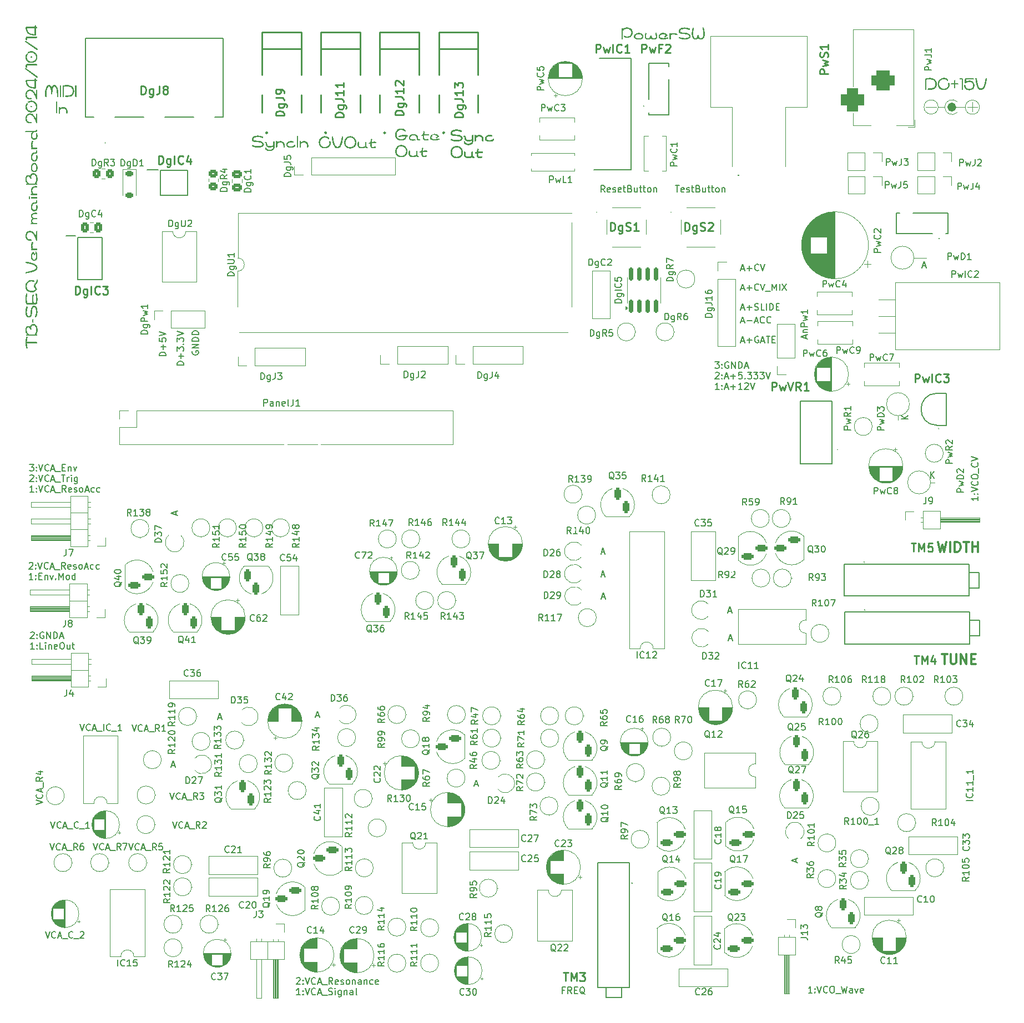
<source format=gto>
G04 #@! TF.GenerationSoftware,KiCad,Pcbnew,8.0.2*
G04 #@! TF.CreationDate,2024-10-15T19:34:27+09:00*
G04 #@! TF.ProjectId,mainBorad,6d61696e-426f-4726-9164-2e6b69636164,rev?*
G04 #@! TF.SameCoordinates,Original*
G04 #@! TF.FileFunction,Legend,Top*
G04 #@! TF.FilePolarity,Positive*
%FSLAX46Y46*%
G04 Gerber Fmt 4.6, Leading zero omitted, Abs format (unit mm)*
G04 Created by KiCad (PCBNEW 8.0.2) date 2024-10-15 19:34:27*
%MOMM*%
%LPD*%
G01*
G04 APERTURE LIST*
G04 Aperture macros list*
%AMRoundRect*
0 Rectangle with rounded corners*
0 $1 Rounding radius*
0 $2 $3 $4 $5 $6 $7 $8 $9 X,Y pos of 4 corners*
0 Add a 4 corners polygon primitive as box body*
4,1,4,$2,$3,$4,$5,$6,$7,$8,$9,$2,$3,0*
0 Add four circle primitives for the rounded corners*
1,1,$1+$1,$2,$3*
1,1,$1+$1,$4,$5*
1,1,$1+$1,$6,$7*
1,1,$1+$1,$8,$9*
0 Add four rect primitives between the rounded corners*
20,1,$1+$1,$2,$3,$4,$5,0*
20,1,$1+$1,$4,$5,$6,$7,0*
20,1,$1+$1,$6,$7,$8,$9,0*
20,1,$1+$1,$8,$9,$2,$3,0*%
G04 Aperture macros list end*
%ADD10C,0.690312*%
%ADD11C,0.100000*%
%ADD12C,0.150000*%
%ADD13C,0.200000*%
%ADD14C,0.300000*%
%ADD15C,0.254000*%
%ADD16C,0.120000*%
%ADD17C,1.600000*%
%ADD18O,1.600000X1.600000*%
%ADD19RoundRect,0.225000X-0.375000X0.225000X-0.375000X-0.225000X0.375000X-0.225000X0.375000X0.225000X0*%
%ADD20R,1.600000X1.600000*%
%ADD21R,1.800000X1.100000*%
%ADD22RoundRect,0.275000X-0.625000X0.275000X-0.625000X-0.275000X0.625000X-0.275000X0.625000X0.275000X0*%
%ADD23C,1.635000*%
%ADD24C,2.450000*%
%ADD25C,2.300000*%
%ADD26RoundRect,0.275000X0.625000X-0.275000X0.625000X0.275000X-0.625000X0.275000X-0.625000X-0.275000X0*%
%ADD27R,1.100000X1.800000*%
%ADD28RoundRect,0.275000X-0.275000X-0.625000X0.275000X-0.625000X0.275000X0.625000X-0.275000X0.625000X0*%
%ADD29R,1.800000X1.800000*%
%ADD30O,1.800000X1.800000*%
%ADD31R,1.700000X1.700000*%
%ADD32R,1.200000X1.200000*%
%ADD33C,1.200000*%
%ADD34O,1.700000X1.700000*%
%ADD35R,1.217000X1.217000*%
%ADD36C,1.217000*%
%ADD37RoundRect,0.150000X0.150000X-0.825000X0.150000X0.825000X-0.150000X0.825000X-0.150000X-0.825000X0*%
%ADD38RoundRect,0.250000X0.337500X0.475000X-0.337500X0.475000X-0.337500X-0.475000X0.337500X-0.475000X0*%
%ADD39R,1.305000X1.305000*%
%ADD40C,1.305000*%
%ADD41R,2.250000X2.250000*%
%ADD42C,2.250000*%
%ADD43C,1.316000*%
%ADD44RoundRect,0.250000X-0.475000X0.337500X-0.475000X-0.337500X0.475000X-0.337500X0.475000X0.337500X0*%
%ADD45R,3.500000X3.500000*%
%ADD46RoundRect,0.750000X-1.000000X0.750000X-1.000000X-0.750000X1.000000X-0.750000X1.000000X0.750000X0*%
%ADD47RoundRect,0.875000X-0.875000X0.875000X-0.875000X-0.875000X0.875000X-0.875000X0.875000X0.875000X0*%
%ADD48R,2.200000X2.200000*%
%ADD49O,2.200000X2.200000*%
%ADD50RoundRect,0.275000X0.275000X0.625000X-0.275000X0.625000X-0.275000X-0.625000X0.275000X-0.625000X0*%
%ADD51R,1.475000X0.450000*%
%ADD52RoundRect,0.250000X-0.450000X0.350000X-0.450000X-0.350000X0.450000X-0.350000X0.450000X0.350000X0*%
%ADD53R,1.650000X0.700000*%
%ADD54C,1.575000*%
%ADD55O,3.500000X3.500000*%
%ADD56R,2.000000X1.905000*%
%ADD57O,2.000000X1.905000*%
%ADD58RoundRect,0.250000X-0.350000X-0.450000X0.350000X-0.450000X0.350000X0.450000X-0.350000X0.450000X0*%
%ADD59R,2.000000X2.000000*%
%ADD60C,2.000000*%
%ADD61C,0.700000*%
%ADD62C,0.600000*%
G04 APERTURE END LIST*
D10*
X162804844Y-32900000D02*
G75*
G02*
X162114532Y-32900000I-345156J0D01*
G01*
X162114532Y-32900000D02*
G75*
G02*
X162804844Y-32900000I345156J0D01*
G01*
D11*
X166400000Y-32900000D02*
X164800000Y-32900000D01*
X163299999Y-33699999D02*
G75*
G02*
X163299999Y-32100001I-799999J799999D01*
G01*
X160381665Y-32881665D02*
G75*
G02*
X158218335Y-32881665I-1081665J0D01*
G01*
X158218335Y-32881665D02*
G75*
G02*
X160381665Y-32881665I1081665J0D01*
G01*
X160100000Y-32900000D02*
X158500000Y-32900000D01*
X164518335Y-32900000D02*
X163100000Y-32900000D01*
X160381665Y-32900000D02*
X161368631Y-32900000D01*
X165600000Y-32100000D02*
X165600000Y-33600000D01*
X166681665Y-32918335D02*
G75*
G02*
X164518335Y-32918335I-1081665J0D01*
G01*
X164518335Y-32918335D02*
G75*
G02*
X166681665Y-32918335I1081665J0D01*
G01*
D12*
X21766541Y-87424931D02*
X22385588Y-87424931D01*
X22385588Y-87424931D02*
X22052255Y-87805883D01*
X22052255Y-87805883D02*
X22195112Y-87805883D01*
X22195112Y-87805883D02*
X22290350Y-87853502D01*
X22290350Y-87853502D02*
X22337969Y-87901121D01*
X22337969Y-87901121D02*
X22385588Y-87996359D01*
X22385588Y-87996359D02*
X22385588Y-88234454D01*
X22385588Y-88234454D02*
X22337969Y-88329692D01*
X22337969Y-88329692D02*
X22290350Y-88377312D01*
X22290350Y-88377312D02*
X22195112Y-88424931D01*
X22195112Y-88424931D02*
X21909398Y-88424931D01*
X21909398Y-88424931D02*
X21814160Y-88377312D01*
X21814160Y-88377312D02*
X21766541Y-88329692D01*
X22814160Y-88329692D02*
X22861779Y-88377312D01*
X22861779Y-88377312D02*
X22814160Y-88424931D01*
X22814160Y-88424931D02*
X22766541Y-88377312D01*
X22766541Y-88377312D02*
X22814160Y-88329692D01*
X22814160Y-88329692D02*
X22814160Y-88424931D01*
X22814160Y-87805883D02*
X22861779Y-87853502D01*
X22861779Y-87853502D02*
X22814160Y-87901121D01*
X22814160Y-87901121D02*
X22766541Y-87853502D01*
X22766541Y-87853502D02*
X22814160Y-87805883D01*
X22814160Y-87805883D02*
X22814160Y-87901121D01*
X23147493Y-87424931D02*
X23480826Y-88424931D01*
X23480826Y-88424931D02*
X23814159Y-87424931D01*
X24718921Y-88329692D02*
X24671302Y-88377312D01*
X24671302Y-88377312D02*
X24528445Y-88424931D01*
X24528445Y-88424931D02*
X24433207Y-88424931D01*
X24433207Y-88424931D02*
X24290350Y-88377312D01*
X24290350Y-88377312D02*
X24195112Y-88282073D01*
X24195112Y-88282073D02*
X24147493Y-88186835D01*
X24147493Y-88186835D02*
X24099874Y-87996359D01*
X24099874Y-87996359D02*
X24099874Y-87853502D01*
X24099874Y-87853502D02*
X24147493Y-87663026D01*
X24147493Y-87663026D02*
X24195112Y-87567788D01*
X24195112Y-87567788D02*
X24290350Y-87472550D01*
X24290350Y-87472550D02*
X24433207Y-87424931D01*
X24433207Y-87424931D02*
X24528445Y-87424931D01*
X24528445Y-87424931D02*
X24671302Y-87472550D01*
X24671302Y-87472550D02*
X24718921Y-87520169D01*
X25099874Y-88139216D02*
X25576064Y-88139216D01*
X25004636Y-88424931D02*
X25337969Y-87424931D01*
X25337969Y-87424931D02*
X25671302Y-88424931D01*
X25766541Y-88520169D02*
X26528445Y-88520169D01*
X26766541Y-87901121D02*
X27099874Y-87901121D01*
X27242731Y-88424931D02*
X26766541Y-88424931D01*
X26766541Y-88424931D02*
X26766541Y-87424931D01*
X26766541Y-87424931D02*
X27242731Y-87424931D01*
X27671303Y-87758264D02*
X27671303Y-88424931D01*
X27671303Y-87853502D02*
X27718922Y-87805883D01*
X27718922Y-87805883D02*
X27814160Y-87758264D01*
X27814160Y-87758264D02*
X27957017Y-87758264D01*
X27957017Y-87758264D02*
X28052255Y-87805883D01*
X28052255Y-87805883D02*
X28099874Y-87901121D01*
X28099874Y-87901121D02*
X28099874Y-88424931D01*
X28480827Y-87758264D02*
X28718922Y-88424931D01*
X28718922Y-88424931D02*
X28957017Y-87758264D01*
X21814160Y-89130113D02*
X21861779Y-89082494D01*
X21861779Y-89082494D02*
X21957017Y-89034875D01*
X21957017Y-89034875D02*
X22195112Y-89034875D01*
X22195112Y-89034875D02*
X22290350Y-89082494D01*
X22290350Y-89082494D02*
X22337969Y-89130113D01*
X22337969Y-89130113D02*
X22385588Y-89225351D01*
X22385588Y-89225351D02*
X22385588Y-89320589D01*
X22385588Y-89320589D02*
X22337969Y-89463446D01*
X22337969Y-89463446D02*
X21766541Y-90034875D01*
X21766541Y-90034875D02*
X22385588Y-90034875D01*
X22814160Y-89939636D02*
X22861779Y-89987256D01*
X22861779Y-89987256D02*
X22814160Y-90034875D01*
X22814160Y-90034875D02*
X22766541Y-89987256D01*
X22766541Y-89987256D02*
X22814160Y-89939636D01*
X22814160Y-89939636D02*
X22814160Y-90034875D01*
X22814160Y-89415827D02*
X22861779Y-89463446D01*
X22861779Y-89463446D02*
X22814160Y-89511065D01*
X22814160Y-89511065D02*
X22766541Y-89463446D01*
X22766541Y-89463446D02*
X22814160Y-89415827D01*
X22814160Y-89415827D02*
X22814160Y-89511065D01*
X23147493Y-89034875D02*
X23480826Y-90034875D01*
X23480826Y-90034875D02*
X23814159Y-89034875D01*
X24718921Y-89939636D02*
X24671302Y-89987256D01*
X24671302Y-89987256D02*
X24528445Y-90034875D01*
X24528445Y-90034875D02*
X24433207Y-90034875D01*
X24433207Y-90034875D02*
X24290350Y-89987256D01*
X24290350Y-89987256D02*
X24195112Y-89892017D01*
X24195112Y-89892017D02*
X24147493Y-89796779D01*
X24147493Y-89796779D02*
X24099874Y-89606303D01*
X24099874Y-89606303D02*
X24099874Y-89463446D01*
X24099874Y-89463446D02*
X24147493Y-89272970D01*
X24147493Y-89272970D02*
X24195112Y-89177732D01*
X24195112Y-89177732D02*
X24290350Y-89082494D01*
X24290350Y-89082494D02*
X24433207Y-89034875D01*
X24433207Y-89034875D02*
X24528445Y-89034875D01*
X24528445Y-89034875D02*
X24671302Y-89082494D01*
X24671302Y-89082494D02*
X24718921Y-89130113D01*
X25099874Y-89749160D02*
X25576064Y-89749160D01*
X25004636Y-90034875D02*
X25337969Y-89034875D01*
X25337969Y-89034875D02*
X25671302Y-90034875D01*
X25766541Y-90130113D02*
X26528445Y-90130113D01*
X26623684Y-89034875D02*
X27195112Y-89034875D01*
X26909398Y-90034875D02*
X26909398Y-89034875D01*
X27528446Y-90034875D02*
X27528446Y-89368208D01*
X27528446Y-89558684D02*
X27576065Y-89463446D01*
X27576065Y-89463446D02*
X27623684Y-89415827D01*
X27623684Y-89415827D02*
X27718922Y-89368208D01*
X27718922Y-89368208D02*
X27814160Y-89368208D01*
X28147494Y-90034875D02*
X28147494Y-89368208D01*
X28147494Y-89034875D02*
X28099875Y-89082494D01*
X28099875Y-89082494D02*
X28147494Y-89130113D01*
X28147494Y-89130113D02*
X28195113Y-89082494D01*
X28195113Y-89082494D02*
X28147494Y-89034875D01*
X28147494Y-89034875D02*
X28147494Y-89130113D01*
X29052255Y-89368208D02*
X29052255Y-90177732D01*
X29052255Y-90177732D02*
X29004636Y-90272970D01*
X29004636Y-90272970D02*
X28957017Y-90320589D01*
X28957017Y-90320589D02*
X28861779Y-90368208D01*
X28861779Y-90368208D02*
X28718922Y-90368208D01*
X28718922Y-90368208D02*
X28623684Y-90320589D01*
X29052255Y-89987256D02*
X28957017Y-90034875D01*
X28957017Y-90034875D02*
X28766541Y-90034875D01*
X28766541Y-90034875D02*
X28671303Y-89987256D01*
X28671303Y-89987256D02*
X28623684Y-89939636D01*
X28623684Y-89939636D02*
X28576065Y-89844398D01*
X28576065Y-89844398D02*
X28576065Y-89558684D01*
X28576065Y-89558684D02*
X28623684Y-89463446D01*
X28623684Y-89463446D02*
X28671303Y-89415827D01*
X28671303Y-89415827D02*
X28766541Y-89368208D01*
X28766541Y-89368208D02*
X28957017Y-89368208D01*
X28957017Y-89368208D02*
X29052255Y-89415827D01*
X22385588Y-91644819D02*
X21814160Y-91644819D01*
X22099874Y-91644819D02*
X22099874Y-90644819D01*
X22099874Y-90644819D02*
X22004636Y-90787676D01*
X22004636Y-90787676D02*
X21909398Y-90882914D01*
X21909398Y-90882914D02*
X21814160Y-90930533D01*
X22814160Y-91549580D02*
X22861779Y-91597200D01*
X22861779Y-91597200D02*
X22814160Y-91644819D01*
X22814160Y-91644819D02*
X22766541Y-91597200D01*
X22766541Y-91597200D02*
X22814160Y-91549580D01*
X22814160Y-91549580D02*
X22814160Y-91644819D01*
X22814160Y-91025771D02*
X22861779Y-91073390D01*
X22861779Y-91073390D02*
X22814160Y-91121009D01*
X22814160Y-91121009D02*
X22766541Y-91073390D01*
X22766541Y-91073390D02*
X22814160Y-91025771D01*
X22814160Y-91025771D02*
X22814160Y-91121009D01*
X23147493Y-90644819D02*
X23480826Y-91644819D01*
X23480826Y-91644819D02*
X23814159Y-90644819D01*
X24718921Y-91549580D02*
X24671302Y-91597200D01*
X24671302Y-91597200D02*
X24528445Y-91644819D01*
X24528445Y-91644819D02*
X24433207Y-91644819D01*
X24433207Y-91644819D02*
X24290350Y-91597200D01*
X24290350Y-91597200D02*
X24195112Y-91501961D01*
X24195112Y-91501961D02*
X24147493Y-91406723D01*
X24147493Y-91406723D02*
X24099874Y-91216247D01*
X24099874Y-91216247D02*
X24099874Y-91073390D01*
X24099874Y-91073390D02*
X24147493Y-90882914D01*
X24147493Y-90882914D02*
X24195112Y-90787676D01*
X24195112Y-90787676D02*
X24290350Y-90692438D01*
X24290350Y-90692438D02*
X24433207Y-90644819D01*
X24433207Y-90644819D02*
X24528445Y-90644819D01*
X24528445Y-90644819D02*
X24671302Y-90692438D01*
X24671302Y-90692438D02*
X24718921Y-90740057D01*
X25099874Y-91359104D02*
X25576064Y-91359104D01*
X25004636Y-91644819D02*
X25337969Y-90644819D01*
X25337969Y-90644819D02*
X25671302Y-91644819D01*
X25766541Y-91740057D02*
X26528445Y-91740057D01*
X27337969Y-91644819D02*
X27004636Y-91168628D01*
X26766541Y-91644819D02*
X26766541Y-90644819D01*
X26766541Y-90644819D02*
X27147493Y-90644819D01*
X27147493Y-90644819D02*
X27242731Y-90692438D01*
X27242731Y-90692438D02*
X27290350Y-90740057D01*
X27290350Y-90740057D02*
X27337969Y-90835295D01*
X27337969Y-90835295D02*
X27337969Y-90978152D01*
X27337969Y-90978152D02*
X27290350Y-91073390D01*
X27290350Y-91073390D02*
X27242731Y-91121009D01*
X27242731Y-91121009D02*
X27147493Y-91168628D01*
X27147493Y-91168628D02*
X26766541Y-91168628D01*
X28147493Y-91597200D02*
X28052255Y-91644819D01*
X28052255Y-91644819D02*
X27861779Y-91644819D01*
X27861779Y-91644819D02*
X27766541Y-91597200D01*
X27766541Y-91597200D02*
X27718922Y-91501961D01*
X27718922Y-91501961D02*
X27718922Y-91121009D01*
X27718922Y-91121009D02*
X27766541Y-91025771D01*
X27766541Y-91025771D02*
X27861779Y-90978152D01*
X27861779Y-90978152D02*
X28052255Y-90978152D01*
X28052255Y-90978152D02*
X28147493Y-91025771D01*
X28147493Y-91025771D02*
X28195112Y-91121009D01*
X28195112Y-91121009D02*
X28195112Y-91216247D01*
X28195112Y-91216247D02*
X27718922Y-91311485D01*
X28576065Y-91597200D02*
X28671303Y-91644819D01*
X28671303Y-91644819D02*
X28861779Y-91644819D01*
X28861779Y-91644819D02*
X28957017Y-91597200D01*
X28957017Y-91597200D02*
X29004636Y-91501961D01*
X29004636Y-91501961D02*
X29004636Y-91454342D01*
X29004636Y-91454342D02*
X28957017Y-91359104D01*
X28957017Y-91359104D02*
X28861779Y-91311485D01*
X28861779Y-91311485D02*
X28718922Y-91311485D01*
X28718922Y-91311485D02*
X28623684Y-91263866D01*
X28623684Y-91263866D02*
X28576065Y-91168628D01*
X28576065Y-91168628D02*
X28576065Y-91121009D01*
X28576065Y-91121009D02*
X28623684Y-91025771D01*
X28623684Y-91025771D02*
X28718922Y-90978152D01*
X28718922Y-90978152D02*
X28861779Y-90978152D01*
X28861779Y-90978152D02*
X28957017Y-91025771D01*
X29576065Y-91644819D02*
X29480827Y-91597200D01*
X29480827Y-91597200D02*
X29433208Y-91549580D01*
X29433208Y-91549580D02*
X29385589Y-91454342D01*
X29385589Y-91454342D02*
X29385589Y-91168628D01*
X29385589Y-91168628D02*
X29433208Y-91073390D01*
X29433208Y-91073390D02*
X29480827Y-91025771D01*
X29480827Y-91025771D02*
X29576065Y-90978152D01*
X29576065Y-90978152D02*
X29718922Y-90978152D01*
X29718922Y-90978152D02*
X29814160Y-91025771D01*
X29814160Y-91025771D02*
X29861779Y-91073390D01*
X29861779Y-91073390D02*
X29909398Y-91168628D01*
X29909398Y-91168628D02*
X29909398Y-91454342D01*
X29909398Y-91454342D02*
X29861779Y-91549580D01*
X29861779Y-91549580D02*
X29814160Y-91597200D01*
X29814160Y-91597200D02*
X29718922Y-91644819D01*
X29718922Y-91644819D02*
X29576065Y-91644819D01*
X30290351Y-91359104D02*
X30766541Y-91359104D01*
X30195113Y-91644819D02*
X30528446Y-90644819D01*
X30528446Y-90644819D02*
X30861779Y-91644819D01*
X31623684Y-91597200D02*
X31528446Y-91644819D01*
X31528446Y-91644819D02*
X31337970Y-91644819D01*
X31337970Y-91644819D02*
X31242732Y-91597200D01*
X31242732Y-91597200D02*
X31195113Y-91549580D01*
X31195113Y-91549580D02*
X31147494Y-91454342D01*
X31147494Y-91454342D02*
X31147494Y-91168628D01*
X31147494Y-91168628D02*
X31195113Y-91073390D01*
X31195113Y-91073390D02*
X31242732Y-91025771D01*
X31242732Y-91025771D02*
X31337970Y-90978152D01*
X31337970Y-90978152D02*
X31528446Y-90978152D01*
X31528446Y-90978152D02*
X31623684Y-91025771D01*
X32480827Y-91597200D02*
X32385589Y-91644819D01*
X32385589Y-91644819D02*
X32195113Y-91644819D01*
X32195113Y-91644819D02*
X32099875Y-91597200D01*
X32099875Y-91597200D02*
X32052256Y-91549580D01*
X32052256Y-91549580D02*
X32004637Y-91454342D01*
X32004637Y-91454342D02*
X32004637Y-91168628D01*
X32004637Y-91168628D02*
X32052256Y-91073390D01*
X32052256Y-91073390D02*
X32099875Y-91025771D01*
X32099875Y-91025771D02*
X32195113Y-90978152D01*
X32195113Y-90978152D02*
X32385589Y-90978152D01*
X32385589Y-90978152D02*
X32480827Y-91025771D01*
X130289160Y-65584104D02*
X130765350Y-65584104D01*
X130193922Y-65869819D02*
X130527255Y-64869819D01*
X130527255Y-64869819D02*
X130860588Y-65869819D01*
X131193922Y-65488866D02*
X131955827Y-65488866D01*
X132384398Y-65584104D02*
X132860588Y-65584104D01*
X132289160Y-65869819D02*
X132622493Y-64869819D01*
X132622493Y-64869819D02*
X132955826Y-65869819D01*
X133860588Y-65774580D02*
X133812969Y-65822200D01*
X133812969Y-65822200D02*
X133670112Y-65869819D01*
X133670112Y-65869819D02*
X133574874Y-65869819D01*
X133574874Y-65869819D02*
X133432017Y-65822200D01*
X133432017Y-65822200D02*
X133336779Y-65726961D01*
X133336779Y-65726961D02*
X133289160Y-65631723D01*
X133289160Y-65631723D02*
X133241541Y-65441247D01*
X133241541Y-65441247D02*
X133241541Y-65298390D01*
X133241541Y-65298390D02*
X133289160Y-65107914D01*
X133289160Y-65107914D02*
X133336779Y-65012676D01*
X133336779Y-65012676D02*
X133432017Y-64917438D01*
X133432017Y-64917438D02*
X133574874Y-64869819D01*
X133574874Y-64869819D02*
X133670112Y-64869819D01*
X133670112Y-64869819D02*
X133812969Y-64917438D01*
X133812969Y-64917438D02*
X133860588Y-64965057D01*
X134860588Y-65774580D02*
X134812969Y-65822200D01*
X134812969Y-65822200D02*
X134670112Y-65869819D01*
X134670112Y-65869819D02*
X134574874Y-65869819D01*
X134574874Y-65869819D02*
X134432017Y-65822200D01*
X134432017Y-65822200D02*
X134336779Y-65726961D01*
X134336779Y-65726961D02*
X134289160Y-65631723D01*
X134289160Y-65631723D02*
X134241541Y-65441247D01*
X134241541Y-65441247D02*
X134241541Y-65298390D01*
X134241541Y-65298390D02*
X134289160Y-65107914D01*
X134289160Y-65107914D02*
X134336779Y-65012676D01*
X134336779Y-65012676D02*
X134432017Y-64917438D01*
X134432017Y-64917438D02*
X134574874Y-64869819D01*
X134574874Y-64869819D02*
X134670112Y-64869819D01*
X134670112Y-64869819D02*
X134812969Y-64917438D01*
X134812969Y-64917438D02*
X134860588Y-64965057D01*
X130289160Y-63584104D02*
X130765350Y-63584104D01*
X130193922Y-63869819D02*
X130527255Y-62869819D01*
X130527255Y-62869819D02*
X130860588Y-63869819D01*
X131193922Y-63488866D02*
X131955827Y-63488866D01*
X131574874Y-63869819D02*
X131574874Y-63107914D01*
X132384398Y-63822200D02*
X132527255Y-63869819D01*
X132527255Y-63869819D02*
X132765350Y-63869819D01*
X132765350Y-63869819D02*
X132860588Y-63822200D01*
X132860588Y-63822200D02*
X132908207Y-63774580D01*
X132908207Y-63774580D02*
X132955826Y-63679342D01*
X132955826Y-63679342D02*
X132955826Y-63584104D01*
X132955826Y-63584104D02*
X132908207Y-63488866D01*
X132908207Y-63488866D02*
X132860588Y-63441247D01*
X132860588Y-63441247D02*
X132765350Y-63393628D01*
X132765350Y-63393628D02*
X132574874Y-63346009D01*
X132574874Y-63346009D02*
X132479636Y-63298390D01*
X132479636Y-63298390D02*
X132432017Y-63250771D01*
X132432017Y-63250771D02*
X132384398Y-63155533D01*
X132384398Y-63155533D02*
X132384398Y-63060295D01*
X132384398Y-63060295D02*
X132432017Y-62965057D01*
X132432017Y-62965057D02*
X132479636Y-62917438D01*
X132479636Y-62917438D02*
X132574874Y-62869819D01*
X132574874Y-62869819D02*
X132812969Y-62869819D01*
X132812969Y-62869819D02*
X132955826Y-62917438D01*
X133860588Y-63869819D02*
X133384398Y-63869819D01*
X133384398Y-63869819D02*
X133384398Y-62869819D01*
X134193922Y-63869819D02*
X134193922Y-62869819D01*
X134670112Y-63869819D02*
X134670112Y-62869819D01*
X134670112Y-62869819D02*
X134908207Y-62869819D01*
X134908207Y-62869819D02*
X135051064Y-62917438D01*
X135051064Y-62917438D02*
X135146302Y-63012676D01*
X135146302Y-63012676D02*
X135193921Y-63107914D01*
X135193921Y-63107914D02*
X135241540Y-63298390D01*
X135241540Y-63298390D02*
X135241540Y-63441247D01*
X135241540Y-63441247D02*
X135193921Y-63631723D01*
X135193921Y-63631723D02*
X135146302Y-63726961D01*
X135146302Y-63726961D02*
X135051064Y-63822200D01*
X135051064Y-63822200D02*
X134908207Y-63869819D01*
X134908207Y-63869819D02*
X134670112Y-63869819D01*
X135670112Y-63346009D02*
X136003445Y-63346009D01*
X136146302Y-63869819D02*
X135670112Y-63869819D01*
X135670112Y-63869819D02*
X135670112Y-62869819D01*
X135670112Y-62869819D02*
X136146302Y-62869819D01*
X120293922Y-44869819D02*
X120865350Y-44869819D01*
X120579636Y-45869819D02*
X120579636Y-44869819D01*
X121579636Y-45822200D02*
X121484398Y-45869819D01*
X121484398Y-45869819D02*
X121293922Y-45869819D01*
X121293922Y-45869819D02*
X121198684Y-45822200D01*
X121198684Y-45822200D02*
X121151065Y-45726961D01*
X121151065Y-45726961D02*
X121151065Y-45346009D01*
X121151065Y-45346009D02*
X121198684Y-45250771D01*
X121198684Y-45250771D02*
X121293922Y-45203152D01*
X121293922Y-45203152D02*
X121484398Y-45203152D01*
X121484398Y-45203152D02*
X121579636Y-45250771D01*
X121579636Y-45250771D02*
X121627255Y-45346009D01*
X121627255Y-45346009D02*
X121627255Y-45441247D01*
X121627255Y-45441247D02*
X121151065Y-45536485D01*
X122008208Y-45822200D02*
X122103446Y-45869819D01*
X122103446Y-45869819D02*
X122293922Y-45869819D01*
X122293922Y-45869819D02*
X122389160Y-45822200D01*
X122389160Y-45822200D02*
X122436779Y-45726961D01*
X122436779Y-45726961D02*
X122436779Y-45679342D01*
X122436779Y-45679342D02*
X122389160Y-45584104D01*
X122389160Y-45584104D02*
X122293922Y-45536485D01*
X122293922Y-45536485D02*
X122151065Y-45536485D01*
X122151065Y-45536485D02*
X122055827Y-45488866D01*
X122055827Y-45488866D02*
X122008208Y-45393628D01*
X122008208Y-45393628D02*
X122008208Y-45346009D01*
X122008208Y-45346009D02*
X122055827Y-45250771D01*
X122055827Y-45250771D02*
X122151065Y-45203152D01*
X122151065Y-45203152D02*
X122293922Y-45203152D01*
X122293922Y-45203152D02*
X122389160Y-45250771D01*
X122722494Y-45203152D02*
X123103446Y-45203152D01*
X122865351Y-44869819D02*
X122865351Y-45726961D01*
X122865351Y-45726961D02*
X122912970Y-45822200D01*
X122912970Y-45822200D02*
X123008208Y-45869819D01*
X123008208Y-45869819D02*
X123103446Y-45869819D01*
X123770113Y-45346009D02*
X123912970Y-45393628D01*
X123912970Y-45393628D02*
X123960589Y-45441247D01*
X123960589Y-45441247D02*
X124008208Y-45536485D01*
X124008208Y-45536485D02*
X124008208Y-45679342D01*
X124008208Y-45679342D02*
X123960589Y-45774580D01*
X123960589Y-45774580D02*
X123912970Y-45822200D01*
X123912970Y-45822200D02*
X123817732Y-45869819D01*
X123817732Y-45869819D02*
X123436780Y-45869819D01*
X123436780Y-45869819D02*
X123436780Y-44869819D01*
X123436780Y-44869819D02*
X123770113Y-44869819D01*
X123770113Y-44869819D02*
X123865351Y-44917438D01*
X123865351Y-44917438D02*
X123912970Y-44965057D01*
X123912970Y-44965057D02*
X123960589Y-45060295D01*
X123960589Y-45060295D02*
X123960589Y-45155533D01*
X123960589Y-45155533D02*
X123912970Y-45250771D01*
X123912970Y-45250771D02*
X123865351Y-45298390D01*
X123865351Y-45298390D02*
X123770113Y-45346009D01*
X123770113Y-45346009D02*
X123436780Y-45346009D01*
X124865351Y-45203152D02*
X124865351Y-45869819D01*
X124436780Y-45203152D02*
X124436780Y-45726961D01*
X124436780Y-45726961D02*
X124484399Y-45822200D01*
X124484399Y-45822200D02*
X124579637Y-45869819D01*
X124579637Y-45869819D02*
X124722494Y-45869819D01*
X124722494Y-45869819D02*
X124817732Y-45822200D01*
X124817732Y-45822200D02*
X124865351Y-45774580D01*
X125198685Y-45203152D02*
X125579637Y-45203152D01*
X125341542Y-44869819D02*
X125341542Y-45726961D01*
X125341542Y-45726961D02*
X125389161Y-45822200D01*
X125389161Y-45822200D02*
X125484399Y-45869819D01*
X125484399Y-45869819D02*
X125579637Y-45869819D01*
X125770114Y-45203152D02*
X126151066Y-45203152D01*
X125912971Y-44869819D02*
X125912971Y-45726961D01*
X125912971Y-45726961D02*
X125960590Y-45822200D01*
X125960590Y-45822200D02*
X126055828Y-45869819D01*
X126055828Y-45869819D02*
X126151066Y-45869819D01*
X126627257Y-45869819D02*
X126532019Y-45822200D01*
X126532019Y-45822200D02*
X126484400Y-45774580D01*
X126484400Y-45774580D02*
X126436781Y-45679342D01*
X126436781Y-45679342D02*
X126436781Y-45393628D01*
X126436781Y-45393628D02*
X126484400Y-45298390D01*
X126484400Y-45298390D02*
X126532019Y-45250771D01*
X126532019Y-45250771D02*
X126627257Y-45203152D01*
X126627257Y-45203152D02*
X126770114Y-45203152D01*
X126770114Y-45203152D02*
X126865352Y-45250771D01*
X126865352Y-45250771D02*
X126912971Y-45298390D01*
X126912971Y-45298390D02*
X126960590Y-45393628D01*
X126960590Y-45393628D02*
X126960590Y-45679342D01*
X126960590Y-45679342D02*
X126912971Y-45774580D01*
X126912971Y-45774580D02*
X126865352Y-45822200D01*
X126865352Y-45822200D02*
X126770114Y-45869819D01*
X126770114Y-45869819D02*
X126627257Y-45869819D01*
X127389162Y-45203152D02*
X127389162Y-45869819D01*
X127389162Y-45298390D02*
X127436781Y-45250771D01*
X127436781Y-45250771D02*
X127532019Y-45203152D01*
X127532019Y-45203152D02*
X127674876Y-45203152D01*
X127674876Y-45203152D02*
X127770114Y-45250771D01*
X127770114Y-45250771D02*
X127817733Y-45346009D01*
X127817733Y-45346009D02*
X127817733Y-45869819D01*
D13*
G36*
X57261095Y-37590917D02*
G01*
X57179777Y-37561866D01*
X57106276Y-37539276D01*
X57026332Y-37518154D01*
X56940928Y-37499319D01*
X56851047Y-37483591D01*
X56757672Y-37471790D01*
X56661787Y-37464737D01*
X56588817Y-37463056D01*
X56512700Y-37464990D01*
X56431472Y-37471110D01*
X56347883Y-37481892D01*
X56264685Y-37497813D01*
X56184629Y-37519348D01*
X56110466Y-37546975D01*
X56044947Y-37581169D01*
X55975791Y-37637801D01*
X55933416Y-37708085D01*
X55923133Y-37770436D01*
X55937725Y-37848700D01*
X55990925Y-37920224D01*
X56059784Y-37960080D01*
X56150535Y-37987778D01*
X56232142Y-38002390D01*
X56324715Y-38013138D01*
X56427677Y-38021298D01*
X56501804Y-38025929D01*
X56580121Y-38030354D01*
X56662456Y-38034951D01*
X56757161Y-38041704D01*
X56848015Y-38052331D01*
X56934673Y-38066808D01*
X57016787Y-38085108D01*
X57094012Y-38107208D01*
X57165999Y-38133083D01*
X57263403Y-38178920D01*
X57347074Y-38233111D01*
X57415842Y-38295574D01*
X57468537Y-38366224D01*
X57503989Y-38444979D01*
X57521028Y-38531756D01*
X57521580Y-38594023D01*
X57493769Y-38697644D01*
X57442564Y-38786056D01*
X57371791Y-38860353D01*
X57285277Y-38921632D01*
X57186851Y-38970987D01*
X57116504Y-38997808D01*
X57043698Y-39020142D01*
X56969567Y-39038313D01*
X56895243Y-39052646D01*
X56821861Y-39063466D01*
X56716036Y-39073819D01*
X56618709Y-39078093D01*
X56588817Y-39078356D01*
X56503127Y-39076801D01*
X56419454Y-39072017D01*
X56337609Y-39063829D01*
X56257408Y-39052062D01*
X56178663Y-39036539D01*
X56101187Y-39017085D01*
X56024795Y-38993525D01*
X55949299Y-38965682D01*
X55874513Y-38933381D01*
X55800251Y-38896446D01*
X55750942Y-38869162D01*
X55708343Y-38806917D01*
X55723523Y-38730936D01*
X55730059Y-38721884D01*
X55793813Y-38680586D01*
X55870558Y-38684703D01*
X55891625Y-38694040D01*
X55977017Y-38734519D01*
X56058527Y-38768103D01*
X56138767Y-38795315D01*
X56220346Y-38816680D01*
X56305875Y-38832722D01*
X56397964Y-38843963D01*
X56472906Y-38849559D01*
X56554108Y-38852971D01*
X56612264Y-38854141D01*
X56694774Y-38852316D01*
X56782043Y-38846493D01*
X56871082Y-38836153D01*
X56958903Y-38820776D01*
X57042517Y-38799841D01*
X57118936Y-38772831D01*
X57185170Y-38739223D01*
X57252475Y-38683253D01*
X57289278Y-38613400D01*
X57292602Y-38551158D01*
X57265117Y-38471074D01*
X57206810Y-38405694D01*
X57144808Y-38365424D01*
X57068668Y-38331975D01*
X56979761Y-38304726D01*
X56879459Y-38283057D01*
X56806936Y-38271404D01*
X56730365Y-38261770D01*
X56650151Y-38253972D01*
X56566700Y-38247825D01*
X56480418Y-38243145D01*
X56391713Y-38239748D01*
X56306888Y-38236268D01*
X56227351Y-38228997D01*
X56153170Y-38217946D01*
X56052090Y-38194312D01*
X55963440Y-38162243D01*
X55887450Y-38121782D01*
X55824347Y-38072971D01*
X55774361Y-38015851D01*
X55737718Y-37950464D01*
X55714648Y-37876851D01*
X55705378Y-37795054D01*
X55706978Y-37735997D01*
X55718230Y-37662915D01*
X55755034Y-37566692D01*
X55812565Y-37485519D01*
X55887238Y-37418237D01*
X55975467Y-37363687D01*
X56073670Y-37320710D01*
X56178260Y-37288146D01*
X56249766Y-37271649D01*
X56357039Y-37253865D01*
X56461141Y-37243403D01*
X56558488Y-37239105D01*
X56588817Y-37238841D01*
X56664591Y-37240647D01*
X56742302Y-37245869D01*
X56821029Y-37254213D01*
X56899849Y-37265387D01*
X56977841Y-37279096D01*
X57054083Y-37295048D01*
X57127653Y-37312948D01*
X57219995Y-37339340D01*
X57303763Y-37367980D01*
X57359647Y-37390516D01*
X57412550Y-37443083D01*
X57418146Y-37516529D01*
X57410205Y-37537794D01*
X57356488Y-37589949D01*
X57282679Y-37597636D01*
X57261095Y-37590917D01*
G37*
G36*
X59058112Y-38075251D02*
G01*
X59129857Y-38102691D01*
X59164533Y-38171126D01*
X59165090Y-38182229D01*
X59165090Y-38892609D01*
X59161469Y-38968694D01*
X59150789Y-39042058D01*
X59122131Y-39146363D01*
X59079130Y-39242906D01*
X59022708Y-39330703D01*
X58953790Y-39408771D01*
X58873299Y-39476125D01*
X58782159Y-39531784D01*
X58681294Y-39574762D01*
X58609104Y-39595884D01*
X58533276Y-39610642D01*
X58454083Y-39618744D01*
X58413311Y-39620209D01*
X58325068Y-39617550D01*
X58244348Y-39609074D01*
X58170806Y-39595264D01*
X58073202Y-39565610D01*
X57989817Y-39526681D01*
X57919492Y-39480113D01*
X57861068Y-39427543D01*
X57813386Y-39370605D01*
X57764517Y-39290720D01*
X57729935Y-39209855D01*
X57711723Y-39150896D01*
X57727133Y-39077534D01*
X57791342Y-39038691D01*
X57802215Y-39037690D01*
X57873442Y-39057931D01*
X57921712Y-39115593D01*
X57930076Y-39135875D01*
X57961647Y-39203587D01*
X58017000Y-39273795D01*
X58086885Y-39328500D01*
X58167956Y-39368272D01*
X58238619Y-39389721D01*
X58312586Y-39402270D01*
X58388145Y-39406211D01*
X58407083Y-39405886D01*
X58501156Y-39396090D01*
X58593911Y-39372856D01*
X58682244Y-39335935D01*
X58763051Y-39285077D01*
X58833228Y-39220035D01*
X58889670Y-39140558D01*
X58921121Y-39071328D01*
X58941791Y-38993734D01*
X58948935Y-38937306D01*
X58866664Y-38971319D01*
X58780137Y-39000721D01*
X58690528Y-39024741D01*
X58599012Y-39042613D01*
X58506761Y-39053568D01*
X58414950Y-39056839D01*
X58324752Y-39051657D01*
X58237341Y-39037255D01*
X58153891Y-39012864D01*
X58075575Y-38977717D01*
X58026796Y-38947930D01*
X57957615Y-38893547D01*
X57907312Y-38834619D01*
X57863734Y-38752045D01*
X57839622Y-38668747D01*
X57826921Y-38588929D01*
X57814823Y-38500453D01*
X57785081Y-38421686D01*
X57756053Y-38397651D01*
X57695891Y-38353312D01*
X57671412Y-38283067D01*
X57673988Y-38256601D01*
X57711065Y-38193084D01*
X57786615Y-38175081D01*
X57804047Y-38180031D01*
X57875648Y-38214820D01*
X57939144Y-38261515D01*
X57985256Y-38321392D01*
X58010908Y-38395119D01*
X58022201Y-38471304D01*
X58026796Y-38504263D01*
X58036954Y-38582011D01*
X58054926Y-38658312D01*
X58099463Y-38728564D01*
X58172998Y-38780479D01*
X58246350Y-38809310D01*
X58268230Y-38815673D01*
X58353307Y-38832523D01*
X58441956Y-38838845D01*
X58532425Y-38835482D01*
X58622963Y-38823275D01*
X58711817Y-38803065D01*
X58797238Y-38775693D01*
X58877471Y-38742002D01*
X58950767Y-38702833D01*
X58950767Y-38182229D01*
X58978117Y-38109902D01*
X59046884Y-38075792D01*
X59058112Y-38075251D01*
G37*
G36*
X60707484Y-38709061D02*
G01*
X60707484Y-38956723D01*
X60682721Y-39027587D01*
X60615054Y-39066467D01*
X60598307Y-39067732D01*
X60525565Y-39039106D01*
X60490429Y-38973769D01*
X60489131Y-38956723D01*
X60489131Y-38711259D01*
X60478495Y-38610361D01*
X60452233Y-38527417D01*
X60413552Y-38460672D01*
X60348208Y-38393848D01*
X60274102Y-38348551D01*
X60198841Y-38320624D01*
X60114730Y-38303813D01*
X60048028Y-38299466D01*
X59964450Y-38305427D01*
X59881849Y-38322791D01*
X59801526Y-38350777D01*
X59724780Y-38388606D01*
X59652911Y-38435498D01*
X59587218Y-38490673D01*
X59562962Y-38514888D01*
X59562962Y-38958921D01*
X59538383Y-39027978D01*
X59472168Y-39066469D01*
X59455983Y-39067732D01*
X59383926Y-39039333D01*
X59349196Y-38969984D01*
X59348639Y-38958921D01*
X59348639Y-38149989D01*
X59373248Y-38079125D01*
X59439705Y-38040245D01*
X59455983Y-38038981D01*
X59527729Y-38067606D01*
X59561718Y-38132943D01*
X59562962Y-38149989D01*
X59562962Y-38250373D01*
X59628881Y-38204794D01*
X59699920Y-38164810D01*
X59775081Y-38131293D01*
X59853366Y-38105115D01*
X59933778Y-38087148D01*
X60015319Y-38078264D01*
X60048028Y-38077449D01*
X60136600Y-38082250D01*
X60225068Y-38096965D01*
X60311555Y-38122057D01*
X60394178Y-38157994D01*
X60471058Y-38205240D01*
X60540316Y-38264261D01*
X60600070Y-38335523D01*
X60648442Y-38419490D01*
X60683550Y-38516629D01*
X60698659Y-38588935D01*
X60706480Y-38667441D01*
X60707484Y-38709061D01*
G37*
G36*
X62113590Y-38702833D02*
G01*
X62166410Y-38651107D01*
X62237628Y-38630024D01*
X62264898Y-38634323D01*
X62326483Y-38680433D01*
X62332471Y-38757712D01*
X62330111Y-38762550D01*
X62286692Y-38836217D01*
X62237560Y-38894206D01*
X62173603Y-38948886D01*
X62092949Y-38997977D01*
X62020376Y-39029756D01*
X61936568Y-39056148D01*
X61840735Y-39076189D01*
X61732089Y-39088920D01*
X61652149Y-39092870D01*
X61609839Y-39093377D01*
X61529375Y-39091316D01*
X61454190Y-39085203D01*
X61351216Y-39068662D01*
X61259874Y-39043586D01*
X61180016Y-39010323D01*
X61111492Y-38969225D01*
X61054154Y-38920641D01*
X60994849Y-38844820D01*
X60954813Y-38757139D01*
X60937222Y-38684095D01*
X60931332Y-38632124D01*
X60932856Y-38554479D01*
X60949275Y-38473636D01*
X60982292Y-38392697D01*
X61033606Y-38314761D01*
X61104919Y-38242931D01*
X61164411Y-38199968D01*
X61234052Y-38162014D01*
X61314344Y-38129990D01*
X61405792Y-38104813D01*
X61508900Y-38087404D01*
X61624172Y-38078679D01*
X61752112Y-38079559D01*
X61893223Y-38090962D01*
X61968876Y-38100896D01*
X62037577Y-38137723D01*
X62060408Y-38211394D01*
X62059002Y-38222529D01*
X62023243Y-38286743D01*
X61955533Y-38314773D01*
X61932972Y-38314487D01*
X61844322Y-38300348D01*
X61748502Y-38291371D01*
X61649083Y-38288872D01*
X61549638Y-38294168D01*
X61453738Y-38308576D01*
X61364955Y-38333413D01*
X61286861Y-38369995D01*
X61223027Y-38419639D01*
X61177026Y-38483662D01*
X61152429Y-38563380D01*
X61149685Y-38625896D01*
X61174240Y-38711178D01*
X61226208Y-38776483D01*
X61299837Y-38824002D01*
X61370471Y-38850681D01*
X61448341Y-38868497D01*
X61530502Y-38878572D01*
X61614010Y-38882025D01*
X61634752Y-38881985D01*
X61714772Y-38878645D01*
X61789323Y-38870170D01*
X61874598Y-38852119D01*
X61950812Y-38825503D01*
X62017682Y-38790018D01*
X62085190Y-38735304D01*
X62113590Y-38702833D01*
G37*
G36*
X62736409Y-38952327D02*
G01*
X62711800Y-39022278D01*
X62645343Y-39062018D01*
X62629064Y-39063335D01*
X62559402Y-39037472D01*
X62522085Y-38974242D01*
X62519888Y-38952327D01*
X62519888Y-37352048D01*
X62544651Y-37281184D01*
X62612318Y-37242304D01*
X62629064Y-37241039D01*
X62701121Y-37269665D01*
X62735165Y-37335002D01*
X62736409Y-37352048D01*
X62736409Y-38952327D01*
G37*
G36*
X64300785Y-38709061D02*
G01*
X64300785Y-38956723D01*
X64276022Y-39027587D01*
X64208355Y-39066467D01*
X64191608Y-39067732D01*
X64118866Y-39039106D01*
X64083730Y-38973769D01*
X64082431Y-38956723D01*
X64082431Y-38711259D01*
X64071796Y-38610361D01*
X64045533Y-38527417D01*
X64006853Y-38460672D01*
X63941509Y-38393848D01*
X63867403Y-38348551D01*
X63792142Y-38320624D01*
X63708031Y-38303813D01*
X63641329Y-38299466D01*
X63557750Y-38305427D01*
X63475150Y-38322791D01*
X63394826Y-38350777D01*
X63318080Y-38388606D01*
X63246211Y-38435498D01*
X63180519Y-38490673D01*
X63156263Y-38514888D01*
X63156263Y-38958921D01*
X63131684Y-39027978D01*
X63065469Y-39066469D01*
X63049284Y-39067732D01*
X62977227Y-39039333D01*
X62942497Y-38969984D01*
X62941939Y-38958921D01*
X62941939Y-38149989D01*
X62966549Y-38079125D01*
X63033006Y-38040245D01*
X63049284Y-38038981D01*
X63121030Y-38067606D01*
X63155019Y-38132943D01*
X63156263Y-38149989D01*
X63156263Y-38250373D01*
X63222181Y-38204794D01*
X63293220Y-38164810D01*
X63368381Y-38131293D01*
X63446667Y-38105115D01*
X63527079Y-38087148D01*
X63608620Y-38078264D01*
X63641329Y-38077449D01*
X63729900Y-38082250D01*
X63818369Y-38096965D01*
X63904855Y-38122057D01*
X63987479Y-38157994D01*
X64064359Y-38205240D01*
X64133617Y-38264261D01*
X64193371Y-38335523D01*
X64241743Y-38419490D01*
X64276851Y-38516629D01*
X64291960Y-38588935D01*
X64299781Y-38667441D01*
X64300785Y-38709061D01*
G37*
D12*
X45269819Y-72263220D02*
X44269819Y-72263220D01*
X44269819Y-72263220D02*
X44269819Y-72025125D01*
X44269819Y-72025125D02*
X44317438Y-71882268D01*
X44317438Y-71882268D02*
X44412676Y-71787030D01*
X44412676Y-71787030D02*
X44507914Y-71739411D01*
X44507914Y-71739411D02*
X44698390Y-71691792D01*
X44698390Y-71691792D02*
X44841247Y-71691792D01*
X44841247Y-71691792D02*
X45031723Y-71739411D01*
X45031723Y-71739411D02*
X45126961Y-71787030D01*
X45126961Y-71787030D02*
X45222200Y-71882268D01*
X45222200Y-71882268D02*
X45269819Y-72025125D01*
X45269819Y-72025125D02*
X45269819Y-72263220D01*
X44888866Y-71263220D02*
X44888866Y-70501316D01*
X45269819Y-70882268D02*
X44507914Y-70882268D01*
X44269819Y-70120363D02*
X44269819Y-69501316D01*
X44269819Y-69501316D02*
X44650771Y-69834649D01*
X44650771Y-69834649D02*
X44650771Y-69691792D01*
X44650771Y-69691792D02*
X44698390Y-69596554D01*
X44698390Y-69596554D02*
X44746009Y-69548935D01*
X44746009Y-69548935D02*
X44841247Y-69501316D01*
X44841247Y-69501316D02*
X45079342Y-69501316D01*
X45079342Y-69501316D02*
X45174580Y-69548935D01*
X45174580Y-69548935D02*
X45222200Y-69596554D01*
X45222200Y-69596554D02*
X45269819Y-69691792D01*
X45269819Y-69691792D02*
X45269819Y-69977506D01*
X45269819Y-69977506D02*
X45222200Y-70072744D01*
X45222200Y-70072744D02*
X45174580Y-70120363D01*
X45174580Y-69072744D02*
X45222200Y-69025125D01*
X45222200Y-69025125D02*
X45269819Y-69072744D01*
X45269819Y-69072744D02*
X45222200Y-69120363D01*
X45222200Y-69120363D02*
X45174580Y-69072744D01*
X45174580Y-69072744D02*
X45269819Y-69072744D01*
X44269819Y-68691792D02*
X44269819Y-68072745D01*
X44269819Y-68072745D02*
X44650771Y-68406078D01*
X44650771Y-68406078D02*
X44650771Y-68263221D01*
X44650771Y-68263221D02*
X44698390Y-68167983D01*
X44698390Y-68167983D02*
X44746009Y-68120364D01*
X44746009Y-68120364D02*
X44841247Y-68072745D01*
X44841247Y-68072745D02*
X45079342Y-68072745D01*
X45079342Y-68072745D02*
X45174580Y-68120364D01*
X45174580Y-68120364D02*
X45222200Y-68167983D01*
X45222200Y-68167983D02*
X45269819Y-68263221D01*
X45269819Y-68263221D02*
X45269819Y-68548935D01*
X45269819Y-68548935D02*
X45222200Y-68644173D01*
X45222200Y-68644173D02*
X45174580Y-68691792D01*
X44269819Y-67787030D02*
X45269819Y-67453697D01*
X45269819Y-67453697D02*
X44269819Y-67120364D01*
X141160588Y-168069819D02*
X140589160Y-168069819D01*
X140874874Y-168069819D02*
X140874874Y-167069819D01*
X140874874Y-167069819D02*
X140779636Y-167212676D01*
X140779636Y-167212676D02*
X140684398Y-167307914D01*
X140684398Y-167307914D02*
X140589160Y-167355533D01*
X141589160Y-167974580D02*
X141636779Y-168022200D01*
X141636779Y-168022200D02*
X141589160Y-168069819D01*
X141589160Y-168069819D02*
X141541541Y-168022200D01*
X141541541Y-168022200D02*
X141589160Y-167974580D01*
X141589160Y-167974580D02*
X141589160Y-168069819D01*
X141589160Y-167450771D02*
X141636779Y-167498390D01*
X141636779Y-167498390D02*
X141589160Y-167546009D01*
X141589160Y-167546009D02*
X141541541Y-167498390D01*
X141541541Y-167498390D02*
X141589160Y-167450771D01*
X141589160Y-167450771D02*
X141589160Y-167546009D01*
X141922493Y-167069819D02*
X142255826Y-168069819D01*
X142255826Y-168069819D02*
X142589159Y-167069819D01*
X143493921Y-167974580D02*
X143446302Y-168022200D01*
X143446302Y-168022200D02*
X143303445Y-168069819D01*
X143303445Y-168069819D02*
X143208207Y-168069819D01*
X143208207Y-168069819D02*
X143065350Y-168022200D01*
X143065350Y-168022200D02*
X142970112Y-167926961D01*
X142970112Y-167926961D02*
X142922493Y-167831723D01*
X142922493Y-167831723D02*
X142874874Y-167641247D01*
X142874874Y-167641247D02*
X142874874Y-167498390D01*
X142874874Y-167498390D02*
X142922493Y-167307914D01*
X142922493Y-167307914D02*
X142970112Y-167212676D01*
X142970112Y-167212676D02*
X143065350Y-167117438D01*
X143065350Y-167117438D02*
X143208207Y-167069819D01*
X143208207Y-167069819D02*
X143303445Y-167069819D01*
X143303445Y-167069819D02*
X143446302Y-167117438D01*
X143446302Y-167117438D02*
X143493921Y-167165057D01*
X144112969Y-167069819D02*
X144303445Y-167069819D01*
X144303445Y-167069819D02*
X144398683Y-167117438D01*
X144398683Y-167117438D02*
X144493921Y-167212676D01*
X144493921Y-167212676D02*
X144541540Y-167403152D01*
X144541540Y-167403152D02*
X144541540Y-167736485D01*
X144541540Y-167736485D02*
X144493921Y-167926961D01*
X144493921Y-167926961D02*
X144398683Y-168022200D01*
X144398683Y-168022200D02*
X144303445Y-168069819D01*
X144303445Y-168069819D02*
X144112969Y-168069819D01*
X144112969Y-168069819D02*
X144017731Y-168022200D01*
X144017731Y-168022200D02*
X143922493Y-167926961D01*
X143922493Y-167926961D02*
X143874874Y-167736485D01*
X143874874Y-167736485D02*
X143874874Y-167403152D01*
X143874874Y-167403152D02*
X143922493Y-167212676D01*
X143922493Y-167212676D02*
X144017731Y-167117438D01*
X144017731Y-167117438D02*
X144112969Y-167069819D01*
X144732017Y-168165057D02*
X145493921Y-168165057D01*
X145636779Y-167069819D02*
X145874874Y-168069819D01*
X145874874Y-168069819D02*
X146065350Y-167355533D01*
X146065350Y-167355533D02*
X146255826Y-168069819D01*
X146255826Y-168069819D02*
X146493922Y-167069819D01*
X147303445Y-168069819D02*
X147303445Y-167546009D01*
X147303445Y-167546009D02*
X147255826Y-167450771D01*
X147255826Y-167450771D02*
X147160588Y-167403152D01*
X147160588Y-167403152D02*
X146970112Y-167403152D01*
X146970112Y-167403152D02*
X146874874Y-167450771D01*
X147303445Y-168022200D02*
X147208207Y-168069819D01*
X147208207Y-168069819D02*
X146970112Y-168069819D01*
X146970112Y-168069819D02*
X146874874Y-168022200D01*
X146874874Y-168022200D02*
X146827255Y-167926961D01*
X146827255Y-167926961D02*
X146827255Y-167831723D01*
X146827255Y-167831723D02*
X146874874Y-167736485D01*
X146874874Y-167736485D02*
X146970112Y-167688866D01*
X146970112Y-167688866D02*
X147208207Y-167688866D01*
X147208207Y-167688866D02*
X147303445Y-167641247D01*
X147684398Y-167403152D02*
X147922493Y-168069819D01*
X147922493Y-168069819D02*
X148160588Y-167403152D01*
X148922493Y-168022200D02*
X148827255Y-168069819D01*
X148827255Y-168069819D02*
X148636779Y-168069819D01*
X148636779Y-168069819D02*
X148541541Y-168022200D01*
X148541541Y-168022200D02*
X148493922Y-167926961D01*
X148493922Y-167926961D02*
X148493922Y-167546009D01*
X148493922Y-167546009D02*
X148541541Y-167450771D01*
X148541541Y-167450771D02*
X148636779Y-167403152D01*
X148636779Y-167403152D02*
X148827255Y-167403152D01*
X148827255Y-167403152D02*
X148922493Y-167450771D01*
X148922493Y-167450771D02*
X148970112Y-167546009D01*
X148970112Y-167546009D02*
X148970112Y-167641247D01*
X148970112Y-167641247D02*
X148493922Y-167736485D01*
D14*
X160351653Y-99265828D02*
X160708796Y-100765828D01*
X160708796Y-100765828D02*
X160994510Y-99694400D01*
X160994510Y-99694400D02*
X161280225Y-100765828D01*
X161280225Y-100765828D02*
X161637368Y-99265828D01*
X162208796Y-100765828D02*
X162208796Y-99265828D01*
X162923082Y-100765828D02*
X162923082Y-99265828D01*
X162923082Y-99265828D02*
X163280225Y-99265828D01*
X163280225Y-99265828D02*
X163494511Y-99337257D01*
X163494511Y-99337257D02*
X163637368Y-99480114D01*
X163637368Y-99480114D02*
X163708797Y-99622971D01*
X163708797Y-99622971D02*
X163780225Y-99908685D01*
X163780225Y-99908685D02*
X163780225Y-100122971D01*
X163780225Y-100122971D02*
X163708797Y-100408685D01*
X163708797Y-100408685D02*
X163637368Y-100551542D01*
X163637368Y-100551542D02*
X163494511Y-100694400D01*
X163494511Y-100694400D02*
X163280225Y-100765828D01*
X163280225Y-100765828D02*
X162923082Y-100765828D01*
X164208797Y-99265828D02*
X165065940Y-99265828D01*
X164637368Y-100765828D02*
X164637368Y-99265828D01*
X165565939Y-100765828D02*
X165565939Y-99265828D01*
X165565939Y-99980114D02*
X166423082Y-99980114D01*
X166423082Y-100765828D02*
X166423082Y-99265828D01*
D12*
X130289160Y-60584104D02*
X130765350Y-60584104D01*
X130193922Y-60869819D02*
X130527255Y-59869819D01*
X130527255Y-59869819D02*
X130860588Y-60869819D01*
X131193922Y-60488866D02*
X131955827Y-60488866D01*
X131574874Y-60869819D02*
X131574874Y-60107914D01*
X133003445Y-60774580D02*
X132955826Y-60822200D01*
X132955826Y-60822200D02*
X132812969Y-60869819D01*
X132812969Y-60869819D02*
X132717731Y-60869819D01*
X132717731Y-60869819D02*
X132574874Y-60822200D01*
X132574874Y-60822200D02*
X132479636Y-60726961D01*
X132479636Y-60726961D02*
X132432017Y-60631723D01*
X132432017Y-60631723D02*
X132384398Y-60441247D01*
X132384398Y-60441247D02*
X132384398Y-60298390D01*
X132384398Y-60298390D02*
X132432017Y-60107914D01*
X132432017Y-60107914D02*
X132479636Y-60012676D01*
X132479636Y-60012676D02*
X132574874Y-59917438D01*
X132574874Y-59917438D02*
X132717731Y-59869819D01*
X132717731Y-59869819D02*
X132812969Y-59869819D01*
X132812969Y-59869819D02*
X132955826Y-59917438D01*
X132955826Y-59917438D02*
X133003445Y-59965057D01*
X133289160Y-59869819D02*
X133622493Y-60869819D01*
X133622493Y-60869819D02*
X133955826Y-59869819D01*
X134051065Y-60965057D02*
X134812969Y-60965057D01*
X135051065Y-60869819D02*
X135051065Y-59869819D01*
X135051065Y-59869819D02*
X135384398Y-60584104D01*
X135384398Y-60584104D02*
X135717731Y-59869819D01*
X135717731Y-59869819D02*
X135717731Y-60869819D01*
X136193922Y-60869819D02*
X136193922Y-59869819D01*
X136574874Y-59869819D02*
X137241540Y-60869819D01*
X137241540Y-59869819D02*
X136574874Y-60869819D01*
X109508207Y-45869819D02*
X109174874Y-45393628D01*
X108936779Y-45869819D02*
X108936779Y-44869819D01*
X108936779Y-44869819D02*
X109317731Y-44869819D01*
X109317731Y-44869819D02*
X109412969Y-44917438D01*
X109412969Y-44917438D02*
X109460588Y-44965057D01*
X109460588Y-44965057D02*
X109508207Y-45060295D01*
X109508207Y-45060295D02*
X109508207Y-45203152D01*
X109508207Y-45203152D02*
X109460588Y-45298390D01*
X109460588Y-45298390D02*
X109412969Y-45346009D01*
X109412969Y-45346009D02*
X109317731Y-45393628D01*
X109317731Y-45393628D02*
X108936779Y-45393628D01*
X110317731Y-45822200D02*
X110222493Y-45869819D01*
X110222493Y-45869819D02*
X110032017Y-45869819D01*
X110032017Y-45869819D02*
X109936779Y-45822200D01*
X109936779Y-45822200D02*
X109889160Y-45726961D01*
X109889160Y-45726961D02*
X109889160Y-45346009D01*
X109889160Y-45346009D02*
X109936779Y-45250771D01*
X109936779Y-45250771D02*
X110032017Y-45203152D01*
X110032017Y-45203152D02*
X110222493Y-45203152D01*
X110222493Y-45203152D02*
X110317731Y-45250771D01*
X110317731Y-45250771D02*
X110365350Y-45346009D01*
X110365350Y-45346009D02*
X110365350Y-45441247D01*
X110365350Y-45441247D02*
X109889160Y-45536485D01*
X110746303Y-45822200D02*
X110841541Y-45869819D01*
X110841541Y-45869819D02*
X111032017Y-45869819D01*
X111032017Y-45869819D02*
X111127255Y-45822200D01*
X111127255Y-45822200D02*
X111174874Y-45726961D01*
X111174874Y-45726961D02*
X111174874Y-45679342D01*
X111174874Y-45679342D02*
X111127255Y-45584104D01*
X111127255Y-45584104D02*
X111032017Y-45536485D01*
X111032017Y-45536485D02*
X110889160Y-45536485D01*
X110889160Y-45536485D02*
X110793922Y-45488866D01*
X110793922Y-45488866D02*
X110746303Y-45393628D01*
X110746303Y-45393628D02*
X110746303Y-45346009D01*
X110746303Y-45346009D02*
X110793922Y-45250771D01*
X110793922Y-45250771D02*
X110889160Y-45203152D01*
X110889160Y-45203152D02*
X111032017Y-45203152D01*
X111032017Y-45203152D02*
X111127255Y-45250771D01*
X111984398Y-45822200D02*
X111889160Y-45869819D01*
X111889160Y-45869819D02*
X111698684Y-45869819D01*
X111698684Y-45869819D02*
X111603446Y-45822200D01*
X111603446Y-45822200D02*
X111555827Y-45726961D01*
X111555827Y-45726961D02*
X111555827Y-45346009D01*
X111555827Y-45346009D02*
X111603446Y-45250771D01*
X111603446Y-45250771D02*
X111698684Y-45203152D01*
X111698684Y-45203152D02*
X111889160Y-45203152D01*
X111889160Y-45203152D02*
X111984398Y-45250771D01*
X111984398Y-45250771D02*
X112032017Y-45346009D01*
X112032017Y-45346009D02*
X112032017Y-45441247D01*
X112032017Y-45441247D02*
X111555827Y-45536485D01*
X112317732Y-45203152D02*
X112698684Y-45203152D01*
X112460589Y-44869819D02*
X112460589Y-45726961D01*
X112460589Y-45726961D02*
X112508208Y-45822200D01*
X112508208Y-45822200D02*
X112603446Y-45869819D01*
X112603446Y-45869819D02*
X112698684Y-45869819D01*
X113365351Y-45346009D02*
X113508208Y-45393628D01*
X113508208Y-45393628D02*
X113555827Y-45441247D01*
X113555827Y-45441247D02*
X113603446Y-45536485D01*
X113603446Y-45536485D02*
X113603446Y-45679342D01*
X113603446Y-45679342D02*
X113555827Y-45774580D01*
X113555827Y-45774580D02*
X113508208Y-45822200D01*
X113508208Y-45822200D02*
X113412970Y-45869819D01*
X113412970Y-45869819D02*
X113032018Y-45869819D01*
X113032018Y-45869819D02*
X113032018Y-44869819D01*
X113032018Y-44869819D02*
X113365351Y-44869819D01*
X113365351Y-44869819D02*
X113460589Y-44917438D01*
X113460589Y-44917438D02*
X113508208Y-44965057D01*
X113508208Y-44965057D02*
X113555827Y-45060295D01*
X113555827Y-45060295D02*
X113555827Y-45155533D01*
X113555827Y-45155533D02*
X113508208Y-45250771D01*
X113508208Y-45250771D02*
X113460589Y-45298390D01*
X113460589Y-45298390D02*
X113365351Y-45346009D01*
X113365351Y-45346009D02*
X113032018Y-45346009D01*
X114460589Y-45203152D02*
X114460589Y-45869819D01*
X114032018Y-45203152D02*
X114032018Y-45726961D01*
X114032018Y-45726961D02*
X114079637Y-45822200D01*
X114079637Y-45822200D02*
X114174875Y-45869819D01*
X114174875Y-45869819D02*
X114317732Y-45869819D01*
X114317732Y-45869819D02*
X114412970Y-45822200D01*
X114412970Y-45822200D02*
X114460589Y-45774580D01*
X114793923Y-45203152D02*
X115174875Y-45203152D01*
X114936780Y-44869819D02*
X114936780Y-45726961D01*
X114936780Y-45726961D02*
X114984399Y-45822200D01*
X114984399Y-45822200D02*
X115079637Y-45869819D01*
X115079637Y-45869819D02*
X115174875Y-45869819D01*
X115365352Y-45203152D02*
X115746304Y-45203152D01*
X115508209Y-44869819D02*
X115508209Y-45726961D01*
X115508209Y-45726961D02*
X115555828Y-45822200D01*
X115555828Y-45822200D02*
X115651066Y-45869819D01*
X115651066Y-45869819D02*
X115746304Y-45869819D01*
X116222495Y-45869819D02*
X116127257Y-45822200D01*
X116127257Y-45822200D02*
X116079638Y-45774580D01*
X116079638Y-45774580D02*
X116032019Y-45679342D01*
X116032019Y-45679342D02*
X116032019Y-45393628D01*
X116032019Y-45393628D02*
X116079638Y-45298390D01*
X116079638Y-45298390D02*
X116127257Y-45250771D01*
X116127257Y-45250771D02*
X116222495Y-45203152D01*
X116222495Y-45203152D02*
X116365352Y-45203152D01*
X116365352Y-45203152D02*
X116460590Y-45250771D01*
X116460590Y-45250771D02*
X116508209Y-45298390D01*
X116508209Y-45298390D02*
X116555828Y-45393628D01*
X116555828Y-45393628D02*
X116555828Y-45679342D01*
X116555828Y-45679342D02*
X116508209Y-45774580D01*
X116508209Y-45774580D02*
X116460590Y-45822200D01*
X116460590Y-45822200D02*
X116365352Y-45869819D01*
X116365352Y-45869819D02*
X116222495Y-45869819D01*
X116984400Y-45203152D02*
X116984400Y-45869819D01*
X116984400Y-45298390D02*
X117032019Y-45250771D01*
X117032019Y-45250771D02*
X117127257Y-45203152D01*
X117127257Y-45203152D02*
X117270114Y-45203152D01*
X117270114Y-45203152D02*
X117365352Y-45250771D01*
X117365352Y-45250771D02*
X117412971Y-45346009D01*
X117412971Y-45346009D02*
X117412971Y-45869819D01*
X103370112Y-167646009D02*
X103036779Y-167646009D01*
X103036779Y-168169819D02*
X103036779Y-167169819D01*
X103036779Y-167169819D02*
X103512969Y-167169819D01*
X104465350Y-168169819D02*
X104132017Y-167693628D01*
X103893922Y-168169819D02*
X103893922Y-167169819D01*
X103893922Y-167169819D02*
X104274874Y-167169819D01*
X104274874Y-167169819D02*
X104370112Y-167217438D01*
X104370112Y-167217438D02*
X104417731Y-167265057D01*
X104417731Y-167265057D02*
X104465350Y-167360295D01*
X104465350Y-167360295D02*
X104465350Y-167503152D01*
X104465350Y-167503152D02*
X104417731Y-167598390D01*
X104417731Y-167598390D02*
X104370112Y-167646009D01*
X104370112Y-167646009D02*
X104274874Y-167693628D01*
X104274874Y-167693628D02*
X103893922Y-167693628D01*
X104893922Y-167646009D02*
X105227255Y-167646009D01*
X105370112Y-168169819D02*
X104893922Y-168169819D01*
X104893922Y-168169819D02*
X104893922Y-167169819D01*
X104893922Y-167169819D02*
X105370112Y-167169819D01*
X106465350Y-168265057D02*
X106370112Y-168217438D01*
X106370112Y-168217438D02*
X106274874Y-168122200D01*
X106274874Y-168122200D02*
X106132017Y-167979342D01*
X106132017Y-167979342D02*
X106036779Y-167931723D01*
X106036779Y-167931723D02*
X105941541Y-167931723D01*
X105989160Y-168169819D02*
X105893922Y-168122200D01*
X105893922Y-168122200D02*
X105798684Y-168026961D01*
X105798684Y-168026961D02*
X105751065Y-167836485D01*
X105751065Y-167836485D02*
X105751065Y-167503152D01*
X105751065Y-167503152D02*
X105798684Y-167312676D01*
X105798684Y-167312676D02*
X105893922Y-167217438D01*
X105893922Y-167217438D02*
X105989160Y-167169819D01*
X105989160Y-167169819D02*
X106179636Y-167169819D01*
X106179636Y-167169819D02*
X106274874Y-167217438D01*
X106274874Y-167217438D02*
X106370112Y-167312676D01*
X106370112Y-167312676D02*
X106417731Y-167503152D01*
X106417731Y-167503152D02*
X106417731Y-167836485D01*
X106417731Y-167836485D02*
X106370112Y-168026961D01*
X106370112Y-168026961D02*
X106274874Y-168122200D01*
X106274874Y-168122200D02*
X106179636Y-168169819D01*
X106179636Y-168169819D02*
X105989160Y-168169819D01*
D13*
G36*
X66862456Y-38971360D02*
G01*
X66943935Y-38959693D01*
X67025605Y-38940080D01*
X67105979Y-38912110D01*
X67183567Y-38875372D01*
X67256881Y-38829454D01*
X67324431Y-38773946D01*
X67384729Y-38708436D01*
X67436285Y-38632513D01*
X67477612Y-38545767D01*
X67507220Y-38447785D01*
X67519713Y-38376018D01*
X67485563Y-38307901D01*
X67448272Y-38269406D01*
X67435411Y-38191635D01*
X67469205Y-38122156D01*
X67507257Y-38094284D01*
X67584288Y-38088137D01*
X67653048Y-38124357D01*
X67699613Y-38181292D01*
X67729678Y-38255258D01*
X67738433Y-38339748D01*
X67733813Y-38423149D01*
X67720191Y-38504976D01*
X67697926Y-38584706D01*
X67667375Y-38661811D01*
X67628897Y-38735767D01*
X67582849Y-38806049D01*
X67529589Y-38872131D01*
X67469476Y-38933487D01*
X67402866Y-38989593D01*
X67330119Y-39039923D01*
X67251592Y-39083951D01*
X67167643Y-39121152D01*
X67078630Y-39151001D01*
X66984911Y-39172972D01*
X66886844Y-39186539D01*
X66784787Y-39191179D01*
X66663992Y-39179559D01*
X66552760Y-39156612D01*
X66450899Y-39123304D01*
X66358218Y-39080606D01*
X66274526Y-39029483D01*
X66199629Y-38970905D01*
X66133338Y-38905840D01*
X66075460Y-38835256D01*
X66025803Y-38760121D01*
X65984177Y-38681403D01*
X65950389Y-38600070D01*
X65924249Y-38517091D01*
X65905563Y-38433434D01*
X65894142Y-38350067D01*
X65889792Y-38267957D01*
X65892323Y-38188073D01*
X65898851Y-38108870D01*
X65911159Y-38033262D01*
X65928950Y-37961288D01*
X65979786Y-37828386D01*
X66048970Y-37710460D01*
X66134114Y-37607806D01*
X66232832Y-37520720D01*
X66342735Y-37449496D01*
X66461436Y-37394431D01*
X66586548Y-37355820D01*
X66715681Y-37333960D01*
X66846450Y-37329146D01*
X66976466Y-37341673D01*
X67103342Y-37371837D01*
X67224690Y-37419934D01*
X67338122Y-37486261D01*
X67441251Y-37571111D01*
X67488206Y-37620575D01*
X67506878Y-37693671D01*
X67467952Y-37759627D01*
X67458897Y-37765655D01*
X67384287Y-37782340D01*
X67317611Y-37749723D01*
X67305757Y-37737812D01*
X67251834Y-37683640D01*
X67185301Y-37637512D01*
X67108254Y-37600079D01*
X67022792Y-37571992D01*
X66931012Y-37553902D01*
X66835012Y-37546460D01*
X66736891Y-37550317D01*
X66638745Y-37566124D01*
X66542673Y-37594532D01*
X66450772Y-37636192D01*
X66365141Y-37691755D01*
X66287876Y-37761872D01*
X66221077Y-37847193D01*
X66166841Y-37948370D01*
X66127265Y-38066054D01*
X66104448Y-38200896D01*
X66104199Y-38279467D01*
X66111278Y-38356424D01*
X66125477Y-38431244D01*
X66146586Y-38503404D01*
X66174394Y-38572381D01*
X66208692Y-38637650D01*
X66249271Y-38698690D01*
X66321454Y-38781174D01*
X66376815Y-38829349D01*
X66437721Y-38871463D01*
X66503963Y-38906992D01*
X66575331Y-38935414D01*
X66651615Y-38956204D01*
X66732605Y-38968840D01*
X66818092Y-38972799D01*
X66862456Y-38971360D01*
G37*
G36*
X69402826Y-37432997D02*
G01*
X69438855Y-37367027D01*
X69506415Y-37338003D01*
X69528855Y-37338841D01*
X69593287Y-37375410D01*
X69620563Y-37444218D01*
X69618981Y-37467069D01*
X69607588Y-37540667D01*
X69595763Y-37614946D01*
X69583444Y-37689707D01*
X69570570Y-37764753D01*
X69557082Y-37839886D01*
X69542916Y-37914907D01*
X69528013Y-37989619D01*
X69512311Y-38063824D01*
X69495750Y-38137325D01*
X69478268Y-38209924D01*
X69459803Y-38281422D01*
X69419686Y-38420325D01*
X69374908Y-38552454D01*
X69324982Y-38676225D01*
X69269419Y-38790056D01*
X69207732Y-38892363D01*
X69139431Y-38981565D01*
X69064028Y-39056078D01*
X68981035Y-39114321D01*
X68889964Y-39154710D01*
X68790326Y-39175663D01*
X68737142Y-39178356D01*
X68624927Y-39166028D01*
X68523333Y-39130550D01*
X68431714Y-39074178D01*
X68349425Y-38999170D01*
X68275823Y-38907782D01*
X68210260Y-38802273D01*
X68152093Y-38684899D01*
X68100676Y-38557918D01*
X68055364Y-38423587D01*
X68015512Y-38284163D01*
X67980475Y-38141902D01*
X67949608Y-37999064D01*
X67922265Y-37857904D01*
X67897803Y-37720680D01*
X67875575Y-37589649D01*
X67854937Y-37467069D01*
X67868279Y-37392633D01*
X67924170Y-37344862D01*
X67945429Y-37338841D01*
X68019224Y-37354232D01*
X68066118Y-37411355D01*
X68071458Y-37432997D01*
X68090969Y-37548036D01*
X68111933Y-37668836D01*
X68134670Y-37793591D01*
X68159500Y-37920496D01*
X68186743Y-38047747D01*
X68216719Y-38173538D01*
X68249747Y-38296066D01*
X68286147Y-38413525D01*
X68326240Y-38524110D01*
X68370345Y-38626017D01*
X68418782Y-38717440D01*
X68471871Y-38796576D01*
X68529932Y-38861619D01*
X68593284Y-38910763D01*
X68662247Y-38942206D01*
X68737142Y-38954141D01*
X68813610Y-38942250D01*
X68884110Y-38908885D01*
X68948925Y-38856271D01*
X69008337Y-38786633D01*
X69062630Y-38702195D01*
X69112085Y-38605183D01*
X69156986Y-38497823D01*
X69197616Y-38382338D01*
X69234257Y-38260954D01*
X69267193Y-38135897D01*
X69296706Y-38009390D01*
X69323079Y-37883659D01*
X69346594Y-37760929D01*
X69367535Y-37643426D01*
X69386185Y-37533373D01*
X69402826Y-37432997D01*
G37*
G36*
X70774894Y-37329682D02*
G01*
X70863464Y-37340711D01*
X70950180Y-37359164D01*
X71034412Y-37385100D01*
X71115529Y-37418578D01*
X71192901Y-37459655D01*
X71265897Y-37508390D01*
X71333886Y-37564842D01*
X71396238Y-37629069D01*
X71452323Y-37701130D01*
X71501509Y-37781083D01*
X71543166Y-37868987D01*
X71576664Y-37964900D01*
X71601371Y-38068881D01*
X71616658Y-38180988D01*
X71621894Y-38301280D01*
X71617326Y-38399442D01*
X71603260Y-38493664D01*
X71580186Y-38583606D01*
X71548593Y-38668927D01*
X71508968Y-38749284D01*
X71461802Y-38824337D01*
X71407583Y-38893744D01*
X71346800Y-38957164D01*
X71279942Y-39014255D01*
X71207498Y-39064677D01*
X71129957Y-39108088D01*
X71047807Y-39144147D01*
X70961538Y-39172512D01*
X70871638Y-39192842D01*
X70778597Y-39204796D01*
X70682903Y-39208032D01*
X70601128Y-39204731D01*
X70518613Y-39194729D01*
X70436187Y-39177876D01*
X70354680Y-39154021D01*
X70274923Y-39123017D01*
X70197745Y-39084712D01*
X70123978Y-39038957D01*
X70054450Y-38985603D01*
X69989993Y-38924499D01*
X69931437Y-38855495D01*
X69879612Y-38778443D01*
X69835347Y-38693192D01*
X69799474Y-38599593D01*
X69772823Y-38497496D01*
X69756223Y-38386751D01*
X69751521Y-38288457D01*
X69964829Y-38288457D01*
X69969087Y-38369915D01*
X69981480Y-38447001D01*
X70001437Y-38519586D01*
X70044305Y-38619744D01*
X70100977Y-38709047D01*
X70169522Y-38787060D01*
X70248014Y-38853347D01*
X70334522Y-38907471D01*
X70427117Y-38948995D01*
X70523871Y-38977483D01*
X70622855Y-38992498D01*
X70689131Y-38994808D01*
X70790430Y-38987695D01*
X70889944Y-38966731D01*
X70985886Y-38932477D01*
X71076471Y-38885495D01*
X71159912Y-38826346D01*
X71234423Y-38755592D01*
X71298219Y-38673794D01*
X71349514Y-38581514D01*
X71386521Y-38479313D01*
X71402374Y-38405945D01*
X71410554Y-38328584D01*
X71411601Y-38288457D01*
X71407596Y-38195326D01*
X71395896Y-38108771D01*
X71376970Y-38028714D01*
X71351288Y-37955077D01*
X71319321Y-37887781D01*
X71260614Y-37798556D01*
X71190409Y-37723157D01*
X71110292Y-37661321D01*
X71021851Y-37612784D01*
X70926673Y-37577280D01*
X70826343Y-37554545D01*
X70722448Y-37544315D01*
X70687299Y-37543639D01*
X70582614Y-37550022D01*
X70481043Y-37569238D01*
X70384156Y-37601389D01*
X70293519Y-37646576D01*
X70210702Y-37704900D01*
X70137273Y-37776464D01*
X70074801Y-37861368D01*
X70024855Y-37959714D01*
X69999291Y-38032796D01*
X69980455Y-38111927D01*
X69968813Y-38197137D01*
X69964829Y-38288457D01*
X69751521Y-38288457D01*
X69750505Y-38267208D01*
X69756699Y-38156416D01*
X69772557Y-38052157D01*
X69797501Y-37954516D01*
X69830951Y-37863578D01*
X69872329Y-37779428D01*
X69921056Y-37702150D01*
X69976552Y-37631830D01*
X70038239Y-37568551D01*
X70105537Y-37512400D01*
X70177867Y-37463461D01*
X70254651Y-37421818D01*
X70335309Y-37387556D01*
X70419262Y-37360761D01*
X70505931Y-37341516D01*
X70594737Y-37329907D01*
X70685101Y-37326018D01*
X70774894Y-37329682D01*
G37*
G36*
X73278593Y-38960736D02*
G01*
X73347734Y-38996440D01*
X73379727Y-39062642D01*
X73377512Y-39108014D01*
X73329768Y-39168174D01*
X73255971Y-39178483D01*
X73215579Y-39171762D01*
X73140025Y-39149504D01*
X73075995Y-39112367D01*
X73021709Y-39055323D01*
X73018108Y-39050129D01*
X72951182Y-39085105D01*
X72881735Y-39114861D01*
X72810579Y-39139567D01*
X72738527Y-39159397D01*
X72666388Y-39174521D01*
X72577330Y-39187070D01*
X72490991Y-39192871D01*
X72457571Y-39193377D01*
X72378977Y-39190759D01*
X72305450Y-39183048D01*
X72204661Y-39162397D01*
X72115275Y-39131484D01*
X72037293Y-39091028D01*
X71970719Y-39041748D01*
X71915552Y-38984364D01*
X71871796Y-38919593D01*
X71839452Y-38848157D01*
X71818522Y-38770772D01*
X71809008Y-38688159D01*
X71808374Y-38659584D01*
X71808374Y-38286259D01*
X71834030Y-38215395D01*
X71897502Y-38177481D01*
X71919748Y-38175251D01*
X71989411Y-38200403D01*
X72026728Y-38263713D01*
X72028925Y-38286259D01*
X72028925Y-38659584D01*
X72036400Y-38732590D01*
X72069089Y-38814306D01*
X72120928Y-38873587D01*
X72199519Y-38921302D01*
X72284421Y-38948911D01*
X72362331Y-38962336D01*
X72453430Y-38968722D01*
X72486880Y-38969162D01*
X72570924Y-38964421D01*
X72651284Y-38951199D01*
X72727392Y-38930998D01*
X72798676Y-38905317D01*
X72877048Y-38869381D01*
X72946667Y-38830310D01*
X72941373Y-38754670D01*
X72940441Y-38680178D01*
X72940439Y-38670575D01*
X72940439Y-38286259D01*
X72965202Y-38215395D01*
X73032869Y-38176515D01*
X73049616Y-38175251D01*
X73120172Y-38200403D01*
X73158699Y-38263713D01*
X73160990Y-38286259D01*
X73160990Y-38670575D01*
X73162512Y-38749476D01*
X73168981Y-38825037D01*
X73191128Y-38902770D01*
X73248821Y-38951679D01*
X73278593Y-38960736D01*
G37*
G36*
X74599337Y-38190272D02*
G01*
X74663817Y-38228465D01*
X74681036Y-38303478D01*
X74639957Y-38369241D01*
X74565631Y-38388841D01*
X74480902Y-38383663D01*
X74389370Y-38382149D01*
X74312479Y-38383515D01*
X74233349Y-38387119D01*
X74152920Y-38392915D01*
X74072133Y-38400856D01*
X73991928Y-38410894D01*
X73952337Y-38416685D01*
X73948016Y-38492960D01*
X73945540Y-38568775D01*
X73946109Y-38606461D01*
X73949625Y-38694441D01*
X73959681Y-38778868D01*
X73981209Y-38854259D01*
X74029127Y-38925080D01*
X74093247Y-38961288D01*
X74184616Y-38970910D01*
X74206594Y-38969162D01*
X74283255Y-38959672D01*
X74357374Y-38945576D01*
X74434318Y-38927183D01*
X74468911Y-38917871D01*
X74544654Y-38925637D01*
X74595718Y-38982126D01*
X74599337Y-38992609D01*
X74590897Y-39068374D01*
X74535681Y-39119401D01*
X74525697Y-39122669D01*
X74447250Y-39142533D01*
X74369901Y-39159580D01*
X74294888Y-39172643D01*
X74223447Y-39180554D01*
X74124576Y-39183117D01*
X74038897Y-39170258D01*
X73965654Y-39143308D01*
X73886030Y-39087753D01*
X73825371Y-39012660D01*
X73791244Y-38945416D01*
X73766019Y-38870284D01*
X73748938Y-38788594D01*
X73739245Y-38701675D01*
X73736182Y-38610858D01*
X73737373Y-38537356D01*
X73740212Y-38459183D01*
X73668657Y-38478095D01*
X73633234Y-38489225D01*
X73559817Y-38489511D01*
X73503044Y-38438264D01*
X73500976Y-38433538D01*
X73499557Y-38356418D01*
X73553367Y-38303478D01*
X73626851Y-38279086D01*
X73703581Y-38258712D01*
X73759263Y-38245959D01*
X73769400Y-38170803D01*
X73780850Y-38092004D01*
X73793614Y-38009478D01*
X73807692Y-37923135D01*
X73820427Y-37848205D01*
X73828506Y-37801926D01*
X73868955Y-37736918D01*
X73941705Y-37716950D01*
X73952337Y-37718761D01*
X74014786Y-37758953D01*
X74035771Y-37831839D01*
X74034403Y-37842592D01*
X74020671Y-37917890D01*
X74008012Y-37990107D01*
X73994791Y-38070580D01*
X73983457Y-38147116D01*
X73975418Y-38209689D01*
X74054730Y-38199177D01*
X74135863Y-38190375D01*
X74217717Y-38183581D01*
X74299193Y-38179098D01*
X74379192Y-38177224D01*
X74456615Y-38178262D01*
X74530363Y-38182511D01*
X74599337Y-38190272D01*
G37*
G36*
X159053611Y-30041318D02*
G01*
X159170575Y-30035802D01*
X159277578Y-30026229D01*
X159374988Y-30012345D01*
X159463172Y-29993897D01*
X159542499Y-29970632D01*
X159613337Y-29942297D01*
X159704482Y-29889733D01*
X159778598Y-29824336D01*
X159836928Y-29745250D01*
X159880712Y-29651621D01*
X159902436Y-29580700D01*
X159918615Y-29502683D01*
X159929619Y-29417315D01*
X159935816Y-29324344D01*
X159935567Y-29233832D01*
X159925769Y-29151634D01*
X159907065Y-29077366D01*
X159863720Y-28979992D01*
X159803957Y-28898299D01*
X159729948Y-28830989D01*
X159643864Y-28776767D01*
X159547878Y-28734334D01*
X159444161Y-28702394D01*
X159371793Y-28686290D01*
X159297599Y-28673890D01*
X159222220Y-28664807D01*
X159146301Y-28658660D01*
X159066871Y-28657408D01*
X158984396Y-28659404D01*
X158899210Y-28664512D01*
X158811650Y-28672599D01*
X158722051Y-28683530D01*
X158649128Y-28694232D01*
X158593824Y-28703356D01*
X158593824Y-30150129D01*
X158566828Y-30222310D01*
X158499578Y-30256562D01*
X158488677Y-30257107D01*
X158416932Y-30229538D01*
X158382256Y-30161171D01*
X158381699Y-30150129D01*
X158381699Y-28667086D01*
X158397363Y-28593674D01*
X158446058Y-28530439D01*
X158512599Y-28498269D01*
X158520184Y-28496727D01*
X158617758Y-28482294D01*
X158705718Y-28470257D01*
X158785425Y-28460516D01*
X158881214Y-28450931D01*
X158967972Y-28445024D01*
X159048925Y-28442562D01*
X159127297Y-28443313D01*
X159206311Y-28447047D01*
X159267934Y-28451664D01*
X159361325Y-28463673D01*
X159451382Y-28479866D01*
X159537734Y-28500581D01*
X159620010Y-28526156D01*
X159697838Y-28556928D01*
X159770846Y-28593234D01*
X159838664Y-28635413D01*
X159900920Y-28683801D01*
X159957242Y-28738737D01*
X160007260Y-28800558D01*
X160050601Y-28869601D01*
X160086895Y-28946204D01*
X160115771Y-29030705D01*
X160136856Y-29123441D01*
X160149779Y-29224749D01*
X160154169Y-29334968D01*
X160150346Y-29446316D01*
X160138751Y-29550632D01*
X160119193Y-29647892D01*
X160091481Y-29738072D01*
X160055425Y-29821146D01*
X160010834Y-29897090D01*
X159957518Y-29965879D01*
X159895287Y-30027488D01*
X159823949Y-30081893D01*
X159743315Y-30129070D01*
X159653194Y-30168993D01*
X159553395Y-30201637D01*
X159443727Y-30226979D01*
X159324001Y-30244993D01*
X159194026Y-30255654D01*
X159053611Y-30258939D01*
X158879588Y-30258939D01*
X158807531Y-30230540D01*
X158772801Y-30161192D01*
X158772243Y-30150129D01*
X158796852Y-30081072D01*
X158863310Y-30042581D01*
X158879588Y-30041318D01*
X159053611Y-30041318D01*
G37*
G36*
X161277808Y-30071360D02*
G01*
X161359287Y-30059693D01*
X161440958Y-30040080D01*
X161521331Y-30012110D01*
X161598919Y-29975372D01*
X161672233Y-29929454D01*
X161739783Y-29873946D01*
X161800081Y-29808436D01*
X161851638Y-29732513D01*
X161892965Y-29645767D01*
X161922573Y-29547785D01*
X161935066Y-29476018D01*
X161900915Y-29407901D01*
X161863625Y-29369406D01*
X161850763Y-29291635D01*
X161884557Y-29222156D01*
X161922609Y-29194284D01*
X161999640Y-29188137D01*
X162068401Y-29224357D01*
X162114965Y-29281292D01*
X162145030Y-29355258D01*
X162153785Y-29439748D01*
X162149165Y-29523149D01*
X162135544Y-29604976D01*
X162113278Y-29684706D01*
X162082728Y-29761811D01*
X162044249Y-29835767D01*
X161998201Y-29906049D01*
X161944942Y-29972131D01*
X161884828Y-30033487D01*
X161818219Y-30089593D01*
X161745472Y-30139923D01*
X161666944Y-30183951D01*
X161582995Y-30221152D01*
X161493982Y-30251001D01*
X161400263Y-30272972D01*
X161302196Y-30286539D01*
X161200139Y-30291179D01*
X161079344Y-30279559D01*
X160968112Y-30256612D01*
X160866252Y-30223304D01*
X160773571Y-30180606D01*
X160689878Y-30129483D01*
X160614982Y-30070905D01*
X160548690Y-30005840D01*
X160490812Y-29935256D01*
X160441156Y-29860121D01*
X160399529Y-29781403D01*
X160365742Y-29700070D01*
X160339601Y-29617091D01*
X160320916Y-29533434D01*
X160309494Y-29450067D01*
X160305145Y-29367957D01*
X160307676Y-29288073D01*
X160314203Y-29208870D01*
X160326512Y-29133262D01*
X160344303Y-29061288D01*
X160395138Y-28928386D01*
X160464322Y-28810460D01*
X160549467Y-28707806D01*
X160648185Y-28620720D01*
X160758088Y-28549496D01*
X160876789Y-28494431D01*
X161001900Y-28455820D01*
X161131034Y-28433960D01*
X161261803Y-28429146D01*
X161391819Y-28441673D01*
X161518694Y-28471837D01*
X161640042Y-28519934D01*
X161753475Y-28586261D01*
X161856604Y-28671111D01*
X161903558Y-28720575D01*
X161922230Y-28793671D01*
X161883305Y-28859627D01*
X161874249Y-28865655D01*
X161799639Y-28882340D01*
X161732963Y-28849723D01*
X161721109Y-28837812D01*
X161667187Y-28783640D01*
X161600653Y-28737512D01*
X161523606Y-28700079D01*
X161438144Y-28671992D01*
X161346364Y-28653902D01*
X161250365Y-28646460D01*
X161152243Y-28650317D01*
X161054097Y-28666124D01*
X160958025Y-28694532D01*
X160866124Y-28736192D01*
X160780493Y-28791755D01*
X160703229Y-28861872D01*
X160636430Y-28947193D01*
X160582193Y-29048370D01*
X160542618Y-29166054D01*
X160519801Y-29300896D01*
X160519551Y-29379467D01*
X160526631Y-29456424D01*
X160540830Y-29531244D01*
X160561938Y-29603404D01*
X160589747Y-29672381D01*
X160624045Y-29737650D01*
X160664623Y-29798690D01*
X160736807Y-29881174D01*
X160792167Y-29929349D01*
X160853073Y-29971463D01*
X160919315Y-30006992D01*
X160990683Y-30035414D01*
X161066967Y-30056204D01*
X161147958Y-30068840D01*
X161233444Y-30072799D01*
X161277808Y-30071360D01*
G37*
G36*
X163423237Y-29271221D02*
G01*
X163491239Y-29304258D01*
X163511531Y-29362812D01*
X163479233Y-29431919D01*
X163423237Y-29452571D01*
X162994958Y-29452571D01*
X162994958Y-29885614D01*
X162965871Y-29953859D01*
X162906664Y-29977571D01*
X162838662Y-29944316D01*
X162818370Y-29885614D01*
X162818370Y-29452571D01*
X162390090Y-29452571D01*
X162322089Y-29419708D01*
X162301796Y-29362812D01*
X162330884Y-29294767D01*
X162390090Y-29271221D01*
X162818370Y-29271221D01*
X162818370Y-28837812D01*
X162850668Y-28768922D01*
X162906664Y-28748419D01*
X162974665Y-28781065D01*
X162994958Y-28837812D01*
X162994958Y-29271221D01*
X163423237Y-29271221D01*
G37*
G36*
X163712665Y-28487934D02*
G01*
X164029937Y-28487934D01*
X164102874Y-28508067D01*
X164153635Y-28561204D01*
X164170621Y-28628984D01*
X164170621Y-30156723D01*
X164143852Y-30226870D01*
X164078186Y-30260596D01*
X164067672Y-30261137D01*
X163998480Y-30233961D01*
X163965256Y-30167375D01*
X163964724Y-30156723D01*
X163964724Y-28690900D01*
X163712665Y-28690900D01*
X163642919Y-28661178D01*
X163614241Y-28593673D01*
X163614113Y-28588318D01*
X163642919Y-28517380D01*
X163712665Y-28487934D01*
G37*
G36*
X164704780Y-28946622D02*
G01*
X164797756Y-28914191D01*
X164895318Y-28888483D01*
X164995999Y-28870123D01*
X165098329Y-28859736D01*
X165200842Y-28857949D01*
X165302070Y-28865388D01*
X165400545Y-28882677D01*
X165494798Y-28910443D01*
X165583364Y-28949312D01*
X165664772Y-28999909D01*
X165737557Y-29062861D01*
X165800249Y-29138791D01*
X165851382Y-29228328D01*
X165889487Y-29332096D01*
X165913096Y-29450721D01*
X165920743Y-29584829D01*
X165913159Y-29692572D01*
X165890635Y-29796386D01*
X165853514Y-29894814D01*
X165802137Y-29986401D01*
X165736848Y-30069690D01*
X165657988Y-30143225D01*
X165598045Y-30186110D01*
X165532324Y-30223581D01*
X165460927Y-30255206D01*
X165383955Y-30280555D01*
X165301509Y-30299196D01*
X165213691Y-30310697D01*
X165120603Y-30314626D01*
X165016111Y-30308972D01*
X164919871Y-30294143D01*
X164831720Y-30270864D01*
X164751497Y-30239859D01*
X164679038Y-30201854D01*
X164614181Y-30157574D01*
X164556763Y-30107743D01*
X164506622Y-30053088D01*
X164444699Y-29963643D01*
X164398233Y-29867420D01*
X164366677Y-29766866D01*
X164349480Y-29664428D01*
X164346095Y-29562552D01*
X164347941Y-29529141D01*
X164383720Y-29465130D01*
X164455271Y-29446339D01*
X164465544Y-29448175D01*
X164528553Y-29491104D01*
X164553154Y-29560168D01*
X164553471Y-29576402D01*
X164558862Y-29651918D01*
X164579283Y-29735742D01*
X164616577Y-29822339D01*
X164656728Y-29885778D01*
X164708183Y-29945329D01*
X164771720Y-29998659D01*
X164848114Y-30043431D01*
X164938143Y-30077311D01*
X165042585Y-30097965D01*
X165120603Y-30103234D01*
X165205569Y-30099746D01*
X165287308Y-30086848D01*
X165364815Y-30064596D01*
X165437084Y-30033044D01*
X165503110Y-29992251D01*
X165561889Y-29942272D01*
X165612414Y-29883163D01*
X165653680Y-29814980D01*
X165684683Y-29737779D01*
X165704417Y-29651617D01*
X165710816Y-29589225D01*
X165710381Y-29514279D01*
X165698072Y-29417814D01*
X165670424Y-29327696D01*
X165625323Y-29246531D01*
X165560657Y-29176924D01*
X165498048Y-29133872D01*
X165422354Y-29099888D01*
X165332685Y-29076069D01*
X165228149Y-29063517D01*
X165189846Y-29062027D01*
X165085369Y-29064932D01*
X164996187Y-29076111D01*
X164920189Y-29093695D01*
X164835715Y-29123871D01*
X164765919Y-29157680D01*
X164691686Y-29198299D01*
X164622786Y-29229017D01*
X164549441Y-29241179D01*
X164479253Y-29213776D01*
X164444852Y-29145605D01*
X164444295Y-29134567D01*
X164444295Y-28628984D01*
X164464669Y-28555296D01*
X164517933Y-28504709D01*
X164584979Y-28487934D01*
X165733897Y-28487934D01*
X165803089Y-28514280D01*
X165836313Y-28579885D01*
X165836845Y-28590516D01*
X165810077Y-28660663D01*
X165744411Y-28694389D01*
X165733897Y-28694930D01*
X164656420Y-28694930D01*
X164656420Y-28978862D01*
X164704780Y-28946622D01*
G37*
G36*
X167590265Y-28532997D02*
G01*
X167626294Y-28467027D01*
X167693853Y-28438003D01*
X167716294Y-28438841D01*
X167780726Y-28475410D01*
X167808002Y-28544218D01*
X167806420Y-28567069D01*
X167795027Y-28640667D01*
X167783201Y-28714946D01*
X167770883Y-28789707D01*
X167758009Y-28864753D01*
X167744521Y-28939886D01*
X167730355Y-29014907D01*
X167715452Y-29089619D01*
X167699750Y-29163824D01*
X167683189Y-29237325D01*
X167665707Y-29309924D01*
X167647242Y-29381422D01*
X167607125Y-29520325D01*
X167562347Y-29652454D01*
X167512421Y-29776225D01*
X167456858Y-29890056D01*
X167395170Y-29992363D01*
X167326869Y-30081565D01*
X167251467Y-30156078D01*
X167168474Y-30214321D01*
X167077403Y-30254710D01*
X166977765Y-30275663D01*
X166924581Y-30278356D01*
X166812366Y-30266028D01*
X166710771Y-30230550D01*
X166619153Y-30174178D01*
X166536864Y-30099170D01*
X166463261Y-30007782D01*
X166397699Y-29902273D01*
X166339532Y-29784899D01*
X166288114Y-29657918D01*
X166242802Y-29523587D01*
X166202951Y-29384163D01*
X166167914Y-29241902D01*
X166137046Y-29099064D01*
X166109704Y-28957904D01*
X166085242Y-28820680D01*
X166063014Y-28689649D01*
X166042376Y-28567069D01*
X166055718Y-28492633D01*
X166111608Y-28444862D01*
X166132868Y-28438841D01*
X166206663Y-28454232D01*
X166253557Y-28511355D01*
X166258897Y-28532997D01*
X166278408Y-28648036D01*
X166299372Y-28768836D01*
X166322109Y-28893591D01*
X166346939Y-29020496D01*
X166374182Y-29147747D01*
X166404157Y-29273538D01*
X166437186Y-29396066D01*
X166473586Y-29513525D01*
X166513679Y-29624110D01*
X166557784Y-29726017D01*
X166606221Y-29817440D01*
X166659310Y-29896576D01*
X166717371Y-29961619D01*
X166780723Y-30010763D01*
X166849686Y-30042206D01*
X166924581Y-30054141D01*
X167001049Y-30042250D01*
X167071549Y-30008885D01*
X167136364Y-29956271D01*
X167195776Y-29886633D01*
X167250069Y-29802195D01*
X167299524Y-29705183D01*
X167344425Y-29597823D01*
X167385055Y-29482338D01*
X167421696Y-29360954D01*
X167454632Y-29235897D01*
X167484145Y-29109390D01*
X167510517Y-28983659D01*
X167534033Y-28860929D01*
X167554974Y-28743426D01*
X167573624Y-28633373D01*
X167590265Y-28532997D01*
G37*
G36*
X112936427Y-20724187D02*
G01*
X113023759Y-20732833D01*
X113105839Y-20746237D01*
X113182753Y-20764139D01*
X113254591Y-20786282D01*
X113383388Y-20842261D01*
X113492934Y-20912108D01*
X113583932Y-20993763D01*
X113657088Y-21085161D01*
X113713105Y-21184240D01*
X113752686Y-21288937D01*
X113776537Y-21397189D01*
X113785361Y-21506932D01*
X113779863Y-21616105D01*
X113760746Y-21722644D01*
X113728715Y-21824485D01*
X113684474Y-21919567D01*
X113628726Y-22005826D01*
X113562177Y-22081200D01*
X113496268Y-22139122D01*
X113428553Y-22188416D01*
X113359302Y-22229499D01*
X113288789Y-22262785D01*
X113217284Y-22288688D01*
X113145058Y-22307624D01*
X113072384Y-22320007D01*
X112963126Y-22327202D01*
X112854385Y-22321988D01*
X112747079Y-22305763D01*
X112642125Y-22279929D01*
X112540437Y-22245885D01*
X112442934Y-22205031D01*
X112392595Y-22147670D01*
X112394360Y-22069751D01*
X112398970Y-22059584D01*
X112453975Y-22010876D01*
X112530850Y-22007163D01*
X112545882Y-22012690D01*
X112621861Y-22044819D01*
X112695456Y-22070134D01*
X112766587Y-22088984D01*
X112868485Y-22105897D01*
X112964379Y-22110217D01*
X113053994Y-22103119D01*
X113137055Y-22085777D01*
X113213286Y-22059364D01*
X113282412Y-22025054D01*
X113344158Y-21984021D01*
X113414529Y-21920880D01*
X113429919Y-21903879D01*
X113484985Y-21825620D01*
X113526065Y-21745107D01*
X113553695Y-21663342D01*
X113568411Y-21581324D01*
X113570746Y-21500056D01*
X113561237Y-21420538D01*
X113540418Y-21343771D01*
X113508825Y-21270756D01*
X113466992Y-21202494D01*
X113415454Y-21139985D01*
X113354747Y-21084231D01*
X113285406Y-21036232D01*
X113207965Y-20996989D01*
X113122960Y-20967503D01*
X113030925Y-20948776D01*
X112932397Y-20941807D01*
X112848285Y-20945381D01*
X112769594Y-20955563D01*
X112696198Y-20971540D01*
X112606357Y-21000457D01*
X112525410Y-21036312D01*
X112453062Y-21077182D01*
X112389016Y-21121143D01*
X112320182Y-21177511D01*
X112296022Y-21199727D01*
X112296022Y-22452327D01*
X112271413Y-22521384D01*
X112204955Y-22559874D01*
X112188677Y-22561137D01*
X112116932Y-22532738D01*
X112082256Y-22463390D01*
X112081699Y-22452327D01*
X112081699Y-20958660D01*
X112106277Y-20887796D01*
X112172493Y-20848916D01*
X112188677Y-20847651D01*
X112260431Y-20876047D01*
X112293824Y-20935212D01*
X112358611Y-20888804D01*
X112427100Y-20847371D01*
X112499659Y-20811287D01*
X112576657Y-20780927D01*
X112658463Y-20756663D01*
X112745448Y-20738870D01*
X112837979Y-20727920D01*
X112911240Y-20724423D01*
X112936427Y-20724187D01*
G37*
G36*
X114773264Y-21573693D02*
G01*
X114849315Y-21581004D01*
X114956015Y-21600695D01*
X115053264Y-21630379D01*
X115140391Y-21669521D01*
X115216724Y-21717583D01*
X115281590Y-21774031D01*
X115334317Y-21838327D01*
X115374234Y-21909935D01*
X115400669Y-21988321D01*
X115412950Y-22072946D01*
X115413782Y-22102449D01*
X115402056Y-22190510D01*
X115367168Y-22277932D01*
X115326062Y-22341020D01*
X115272354Y-22400379D01*
X115206227Y-22454567D01*
X115127864Y-22502140D01*
X115037447Y-22541654D01*
X114935161Y-22571666D01*
X114860465Y-22585681D01*
X114780629Y-22594404D01*
X114695708Y-22597407D01*
X114618067Y-22595008D01*
X114543584Y-22587917D01*
X114438338Y-22568831D01*
X114341635Y-22540084D01*
X114254336Y-22502215D01*
X114177302Y-22455761D01*
X114111397Y-22401261D01*
X114057483Y-22339251D01*
X114016421Y-22270271D01*
X113989074Y-22194858D01*
X113976304Y-22113550D01*
X113975436Y-22085230D01*
X114176936Y-22085230D01*
X114191639Y-22165231D01*
X114231977Y-22231403D01*
X114292296Y-22284722D01*
X114366942Y-22326160D01*
X114450260Y-22356694D01*
X114536597Y-22377297D01*
X114620298Y-22388944D01*
X114695708Y-22392609D01*
X114773338Y-22388598D01*
X114857876Y-22376112D01*
X114944002Y-22354472D01*
X115026397Y-22323000D01*
X115099742Y-22281019D01*
X115158718Y-22227849D01*
X115198004Y-22162812D01*
X115212281Y-22085230D01*
X115193956Y-22000878D01*
X115143172Y-21928446D01*
X115083402Y-21879738D01*
X115010103Y-21839779D01*
X114926495Y-21809068D01*
X114835800Y-21788103D01*
X114741236Y-21777382D01*
X114693510Y-21776018D01*
X114618825Y-21779778D01*
X114535670Y-21791669D01*
X114449724Y-21812610D01*
X114366667Y-21843521D01*
X114292180Y-21885319D01*
X114231942Y-21938925D01*
X114191634Y-22005255D01*
X114176936Y-22085230D01*
X113975436Y-22085230D01*
X113984554Y-21992214D01*
X114010748Y-21908688D01*
X114052274Y-21834576D01*
X114107391Y-21769805D01*
X114174356Y-21714301D01*
X114251427Y-21667988D01*
X114336860Y-21630793D01*
X114428914Y-21602642D01*
X114525847Y-21583460D01*
X114625916Y-21573174D01*
X114693510Y-21571221D01*
X114773264Y-21573693D01*
G37*
G36*
X117395446Y-21588073D02*
G01*
X117436224Y-21676328D01*
X117468963Y-21762421D01*
X117493842Y-21846048D01*
X117511040Y-21926903D01*
X117520735Y-22004680D01*
X117523106Y-22079072D01*
X117513322Y-22183645D01*
X117488064Y-22278884D01*
X117447935Y-22363755D01*
X117393540Y-22437226D01*
X117325480Y-22498264D01*
X117244360Y-22545838D01*
X117183321Y-22569563D01*
X117091841Y-22590497D01*
X117007510Y-22599709D01*
X116930174Y-22598111D01*
X116837674Y-22580743D01*
X116756972Y-22547946D01*
X116687701Y-22501881D01*
X116629498Y-22444715D01*
X116581997Y-22378609D01*
X116553175Y-22324466D01*
X116503865Y-22403410D01*
X116444980Y-22465274D01*
X116371207Y-22520618D01*
X116284755Y-22564482D01*
X116212921Y-22586863D01*
X116136127Y-22597907D01*
X116055304Y-22595519D01*
X115971382Y-22577610D01*
X115885293Y-22542086D01*
X115805663Y-22490734D01*
X115740180Y-22427751D01*
X115688366Y-22354666D01*
X115649743Y-22273004D01*
X115623833Y-22184292D01*
X115610157Y-22090059D01*
X115608237Y-21991829D01*
X115617595Y-21891131D01*
X115637753Y-21789491D01*
X115668232Y-21688436D01*
X115694050Y-21622145D01*
X115749371Y-21569435D01*
X115826674Y-21577449D01*
X115876654Y-21637612D01*
X115881649Y-21711085D01*
X115876866Y-21726926D01*
X115851172Y-21804399D01*
X115832168Y-21880291D01*
X115820112Y-21953811D01*
X115815290Y-22046784D01*
X115823887Y-22132265D01*
X115846512Y-22208383D01*
X115883775Y-22273264D01*
X115936286Y-22325038D01*
X115986043Y-22354141D01*
X116066813Y-22378078D01*
X116141667Y-22380977D01*
X116226013Y-22358288D01*
X116299031Y-22310275D01*
X116359566Y-22241131D01*
X116398227Y-22173418D01*
X116427565Y-22097012D01*
X116433374Y-22076803D01*
X116472884Y-22011193D01*
X116539322Y-21976270D01*
X116561601Y-21974221D01*
X116634856Y-22000568D01*
X116678243Y-22060981D01*
X116683234Y-22076803D01*
X116708860Y-22163119D01*
X116745858Y-22243736D01*
X116796741Y-22312365D01*
X116864026Y-22362718D01*
X116950229Y-22388504D01*
X117034502Y-22387220D01*
X117107484Y-22371360D01*
X117193933Y-22330797D01*
X117255919Y-22272167D01*
X117295390Y-22198562D01*
X117314296Y-22113073D01*
X117314587Y-22018792D01*
X117303761Y-21944170D01*
X117284382Y-21867645D01*
X117257272Y-21790521D01*
X117223255Y-21714103D01*
X117212485Y-21639564D01*
X117244448Y-21572677D01*
X117260990Y-21558398D01*
X117335225Y-21541362D01*
X117395446Y-21588073D01*
G37*
G36*
X119100139Y-22452327D02*
G01*
X119008190Y-22482550D01*
X118936626Y-22502672D01*
X118863017Y-22520364D01*
X118787528Y-22535408D01*
X118710327Y-22547581D01*
X118631581Y-22556664D01*
X118551456Y-22562434D01*
X118470118Y-22564671D01*
X118387735Y-22563153D01*
X118304473Y-22557661D01*
X118276552Y-22554909D01*
X118196419Y-22544307D01*
X118118602Y-22526894D01*
X118044318Y-22502621D01*
X117974780Y-22471440D01*
X117911206Y-22433301D01*
X117837815Y-22371542D01*
X117780066Y-22297210D01*
X117740840Y-22210191D01*
X117725309Y-22136530D01*
X117722243Y-22083398D01*
X117729329Y-22001629D01*
X117750146Y-21924916D01*
X117784030Y-21853913D01*
X117830319Y-21789270D01*
X117888350Y-21731641D01*
X117957459Y-21681677D01*
X118036984Y-21640031D01*
X118126263Y-21607353D01*
X118224631Y-21584297D01*
X118331427Y-21571515D01*
X118406978Y-21569023D01*
X118481786Y-21571151D01*
X118583998Y-21581664D01*
X118674779Y-21599700D01*
X118754769Y-21623836D01*
X118824610Y-21652650D01*
X118903052Y-21695890D01*
X118966112Y-21741548D01*
X119025619Y-21796889D01*
X119066434Y-21844162D01*
X119089103Y-21918502D01*
X119064929Y-21992727D01*
X119011845Y-22044930D01*
X118753558Y-22209061D01*
X118680873Y-22222735D01*
X118618753Y-22183792D01*
X118612875Y-22174989D01*
X118597713Y-22101145D01*
X118635712Y-22038063D01*
X118644382Y-22032107D01*
X118837456Y-21910474D01*
X118776271Y-21866576D01*
X118701945Y-21833958D01*
X118629923Y-21811681D01*
X118553054Y-21794972D01*
X118475389Y-21784871D01*
X118415404Y-21782247D01*
X118342152Y-21785555D01*
X118262773Y-21796277D01*
X118182167Y-21815612D01*
X118105231Y-21844757D01*
X118036865Y-21884911D01*
X117981967Y-21937270D01*
X117945435Y-22003033D01*
X117932170Y-22083398D01*
X117950942Y-22166524D01*
X118006301Y-22238015D01*
X118070969Y-22282164D01*
X118154806Y-22316768D01*
X118257207Y-22340541D01*
X118335489Y-22349737D01*
X118421574Y-22353166D01*
X118515281Y-22350448D01*
X118616433Y-22341202D01*
X118724850Y-22325046D01*
X118840353Y-22301599D01*
X118962762Y-22270481D01*
X119026500Y-22251926D01*
X119102427Y-22255378D01*
X119156906Y-22306013D01*
X119160956Y-22315673D01*
X119160799Y-22393032D01*
X119110047Y-22448264D01*
X119100139Y-22452327D01*
G37*
G36*
X120594173Y-21714103D02*
G01*
X120641915Y-21774706D01*
X120633569Y-21851943D01*
X120627878Y-21861381D01*
X120568182Y-21906611D01*
X120493154Y-21907663D01*
X120472173Y-21899849D01*
X120398816Y-21869575D01*
X120321061Y-21846024D01*
X120239706Y-21829022D01*
X120155551Y-21818396D01*
X120069393Y-21813972D01*
X119982032Y-21815576D01*
X119894267Y-21823033D01*
X119806896Y-21836171D01*
X119720718Y-21854815D01*
X119636531Y-21878791D01*
X119581908Y-21897651D01*
X119581908Y-22456723D01*
X119557299Y-22525780D01*
X119490842Y-22564271D01*
X119474563Y-22565533D01*
X119404901Y-22540565D01*
X119366632Y-22473207D01*
X119365387Y-22456723D01*
X119365387Y-21682229D01*
X119390149Y-21613020D01*
X119457817Y-21574673D01*
X119474563Y-21573419D01*
X119546508Y-21601354D01*
X119581908Y-21669406D01*
X119664975Y-21644207D01*
X119753049Y-21623069D01*
X119845243Y-21606691D01*
X119940674Y-21595771D01*
X120038454Y-21591010D01*
X120137698Y-21593107D01*
X120237521Y-21602760D01*
X120337036Y-21620668D01*
X120435359Y-21647532D01*
X120531602Y-21684049D01*
X120594173Y-21714103D01*
G37*
G36*
X122361514Y-21090917D02*
G01*
X122280196Y-21061866D01*
X122206695Y-21039276D01*
X122126751Y-21018154D01*
X122041347Y-20999319D01*
X121951466Y-20983591D01*
X121858091Y-20971790D01*
X121762205Y-20964737D01*
X121689235Y-20963056D01*
X121613119Y-20964990D01*
X121531891Y-20971110D01*
X121448302Y-20981892D01*
X121365104Y-20997813D01*
X121285048Y-21019348D01*
X121210884Y-21046975D01*
X121145366Y-21081169D01*
X121076210Y-21137801D01*
X121033835Y-21208085D01*
X121023551Y-21270436D01*
X121038144Y-21348700D01*
X121091344Y-21420224D01*
X121160202Y-21460080D01*
X121250954Y-21487778D01*
X121332560Y-21502390D01*
X121425134Y-21513138D01*
X121528096Y-21521298D01*
X121602223Y-21525929D01*
X121680540Y-21530354D01*
X121762875Y-21534951D01*
X121857579Y-21541704D01*
X121948434Y-21552331D01*
X122035092Y-21566808D01*
X122117206Y-21585108D01*
X122194430Y-21607208D01*
X122266418Y-21633083D01*
X122363822Y-21678920D01*
X122447493Y-21733111D01*
X122516261Y-21795574D01*
X122568956Y-21866224D01*
X122604408Y-21944979D01*
X122621447Y-22031756D01*
X122621999Y-22094023D01*
X122594188Y-22197644D01*
X122542982Y-22286056D01*
X122472209Y-22360353D01*
X122385696Y-22421632D01*
X122287269Y-22470987D01*
X122216923Y-22497808D01*
X122144117Y-22520142D01*
X122069985Y-22538313D01*
X121995662Y-22552646D01*
X121922280Y-22563466D01*
X121816455Y-22573819D01*
X121719128Y-22578093D01*
X121689235Y-22578356D01*
X121603546Y-22576801D01*
X121519872Y-22572017D01*
X121438028Y-22563829D01*
X121357827Y-22552062D01*
X121279082Y-22536539D01*
X121201606Y-22517085D01*
X121125214Y-22493525D01*
X121049718Y-22465682D01*
X120974932Y-22433381D01*
X120900670Y-22396446D01*
X120851360Y-22369162D01*
X120808762Y-22306917D01*
X120823942Y-22230936D01*
X120830478Y-22221884D01*
X120894232Y-22180586D01*
X120970977Y-22184703D01*
X120992044Y-22194040D01*
X121077436Y-22234519D01*
X121158946Y-22268103D01*
X121239185Y-22295315D01*
X121320765Y-22316680D01*
X121406293Y-22332722D01*
X121498382Y-22343963D01*
X121573325Y-22349559D01*
X121654527Y-22352971D01*
X121712683Y-22354141D01*
X121795193Y-22352316D01*
X121882462Y-22346493D01*
X121971501Y-22336153D01*
X122059322Y-22320776D01*
X122142936Y-22299841D01*
X122219354Y-22272831D01*
X122285589Y-22239223D01*
X122352894Y-22183253D01*
X122389697Y-22113400D01*
X122393021Y-22051158D01*
X122365536Y-21971074D01*
X122307229Y-21905694D01*
X122245227Y-21865424D01*
X122169087Y-21831975D01*
X122080180Y-21804726D01*
X121979877Y-21783057D01*
X121907355Y-21771404D01*
X121830784Y-21761770D01*
X121750569Y-21753972D01*
X121667118Y-21747825D01*
X121580837Y-21743145D01*
X121492131Y-21739748D01*
X121407306Y-21736268D01*
X121327770Y-21728997D01*
X121253589Y-21717946D01*
X121152508Y-21694312D01*
X121063859Y-21662243D01*
X120987869Y-21621782D01*
X120924766Y-21572971D01*
X120874779Y-21515851D01*
X120838137Y-21450464D01*
X120815067Y-21376851D01*
X120805797Y-21295054D01*
X120807397Y-21235997D01*
X120818648Y-21162915D01*
X120855453Y-21066692D01*
X120912984Y-20985519D01*
X120987656Y-20918237D01*
X121075886Y-20863687D01*
X121174088Y-20820710D01*
X121278679Y-20788146D01*
X121350185Y-20771649D01*
X121457458Y-20753865D01*
X121561560Y-20743403D01*
X121658907Y-20739105D01*
X121689235Y-20738841D01*
X121765009Y-20740647D01*
X121842721Y-20745869D01*
X121921447Y-20754213D01*
X122000268Y-20765387D01*
X122078260Y-20779096D01*
X122154502Y-20795048D01*
X122228071Y-20812948D01*
X122320414Y-20839340D01*
X122404182Y-20867980D01*
X122460066Y-20890516D01*
X122512969Y-20943083D01*
X122518565Y-21016529D01*
X122510624Y-21037794D01*
X122456906Y-21089949D01*
X122383098Y-21097636D01*
X122361514Y-21090917D01*
G37*
G36*
X124557501Y-21569023D02*
G01*
X124553105Y-21481837D01*
X124544656Y-21393265D01*
X124532256Y-21303534D01*
X124516010Y-21212871D01*
X124496021Y-21121504D01*
X124472390Y-21029660D01*
X124445222Y-20937567D01*
X124414619Y-20845453D01*
X124419694Y-20771492D01*
X124480806Y-20725119D01*
X124486060Y-20724187D01*
X124560035Y-20733535D01*
X124617060Y-20781396D01*
X124632972Y-20813579D01*
X124654088Y-20884299D01*
X124673688Y-20955722D01*
X124691689Y-21027570D01*
X124708005Y-21099560D01*
X124722550Y-21171413D01*
X124739043Y-21266518D01*
X124752036Y-21360213D01*
X124761327Y-21451834D01*
X124766715Y-21540714D01*
X124767428Y-21562428D01*
X124768045Y-21697131D01*
X124760771Y-21821281D01*
X124746140Y-21935134D01*
X124724684Y-22038948D01*
X124696935Y-22132979D01*
X124663428Y-22217485D01*
X124624695Y-22292723D01*
X124581269Y-22358950D01*
X124533683Y-22416422D01*
X124455668Y-22486780D01*
X124371291Y-22538886D01*
X124282349Y-22573609D01*
X124190642Y-22591817D01*
X124128855Y-22595209D01*
X124044521Y-22583791D01*
X123968951Y-22552595D01*
X123902967Y-22506209D01*
X123847391Y-22449218D01*
X123803045Y-22386209D01*
X123765811Y-22309115D01*
X123761392Y-22296622D01*
X123721703Y-22370473D01*
X123676066Y-22431494D01*
X123618464Y-22487452D01*
X123548384Y-22534045D01*
X123465315Y-22566971D01*
X123389164Y-22580582D01*
X123347766Y-22582386D01*
X123260724Y-22574802D01*
X123178594Y-22547871D01*
X123102173Y-22502745D01*
X123032258Y-22440577D01*
X122969646Y-22362519D01*
X122915134Y-22269721D01*
X122883686Y-22200237D01*
X122856428Y-22125055D01*
X122833597Y-22044518D01*
X122815428Y-21958965D01*
X122802158Y-21868740D01*
X122794023Y-21774183D01*
X122791259Y-21675635D01*
X122791224Y-21585816D01*
X122794414Y-21495731D01*
X122800520Y-21406115D01*
X122809233Y-21317706D01*
X122820243Y-21231241D01*
X122833239Y-21147457D01*
X122847913Y-21067092D01*
X122863954Y-20990883D01*
X122881053Y-20919566D01*
X122904961Y-20833362D01*
X122911060Y-20813579D01*
X122953849Y-20748667D01*
X123024722Y-20722964D01*
X123047348Y-20724187D01*
X123110155Y-20763114D01*
X123125735Y-20835067D01*
X123123185Y-20845453D01*
X123100134Y-20928556D01*
X123079422Y-21010854D01*
X123061073Y-21092219D01*
X123045107Y-21172521D01*
X123031546Y-21251633D01*
X123020412Y-21329426D01*
X123011728Y-21405771D01*
X123005514Y-21480540D01*
X123001109Y-21577557D01*
X123001186Y-21671238D01*
X123007877Y-21763565D01*
X123018739Y-21855523D01*
X123034176Y-21945313D01*
X123054593Y-22031137D01*
X123080392Y-22111197D01*
X123111979Y-22183694D01*
X123149756Y-22246828D01*
X123210454Y-22313337D01*
X123283834Y-22355741D01*
X123347766Y-22369162D01*
X123421260Y-22357890D01*
X123489041Y-22316393D01*
X123539602Y-22257990D01*
X123583446Y-22177306D01*
X123612846Y-22096321D01*
X123636508Y-22000400D01*
X123645987Y-21946744D01*
X123677492Y-21878581D01*
X123745200Y-21841340D01*
X123761392Y-21840132D01*
X123831183Y-21863313D01*
X123875414Y-21922914D01*
X123881193Y-21944546D01*
X123897071Y-22029623D01*
X123915655Y-22102722D01*
X123939570Y-22175527D01*
X123968909Y-22243633D01*
X124013355Y-22315446D01*
X124078333Y-22370732D01*
X124128855Y-22381985D01*
X124211948Y-22370374D01*
X124291040Y-22337391D01*
X124363915Y-22280864D01*
X124413159Y-22221710D01*
X124456725Y-22147175D01*
X124493679Y-22056340D01*
X124523086Y-21948290D01*
X124538036Y-21866240D01*
X124548940Y-21775859D01*
X124555521Y-21676878D01*
X124557501Y-21569023D01*
G37*
G36*
X87568422Y-36670184D02*
G01*
X87487547Y-36641181D01*
X87414521Y-36618685D01*
X87335131Y-36597686D01*
X87250334Y-36578987D01*
X87161089Y-36563391D01*
X87068352Y-36551701D01*
X86973081Y-36544719D01*
X86900540Y-36543056D01*
X86824968Y-36544937D01*
X86744686Y-36550876D01*
X86662347Y-36561319D01*
X86580601Y-36576711D01*
X86502102Y-36597499D01*
X86429500Y-36624128D01*
X86346454Y-36669488D01*
X86284892Y-36727079D01*
X86251099Y-36797959D01*
X86246580Y-36838712D01*
X86260580Y-36913107D01*
X86312031Y-36981129D01*
X86378998Y-37019087D01*
X86467699Y-37045538D01*
X86547818Y-37059561D01*
X86639068Y-37069952D01*
X86740980Y-37077928D01*
X86814613Y-37082505D01*
X86892637Y-37086909D01*
X86974912Y-37091503D01*
X87070167Y-37098312D01*
X87161695Y-37109105D01*
X87249127Y-37123853D01*
X87332095Y-37142531D01*
X87410227Y-37165112D01*
X87483157Y-37191568D01*
X87550513Y-37221873D01*
X87640292Y-37274490D01*
X87715455Y-37335615D01*
X87774756Y-37405159D01*
X87816949Y-37483031D01*
X87840788Y-37569141D01*
X87845027Y-37663398D01*
X87828971Y-37735852D01*
X87784352Y-37831337D01*
X87718574Y-37911988D01*
X87635554Y-37978931D01*
X87572561Y-38016501D01*
X87504805Y-38048813D01*
X87433447Y-38076201D01*
X87359646Y-38098999D01*
X87284564Y-38117541D01*
X87209359Y-38132160D01*
X87135193Y-38143191D01*
X87028429Y-38153738D01*
X86930528Y-38158088D01*
X86900540Y-38158356D01*
X86814487Y-38156782D01*
X86730354Y-38151944D01*
X86647974Y-38143671D01*
X86567180Y-38131791D01*
X86487807Y-38116131D01*
X86409687Y-38096520D01*
X86332654Y-38072785D01*
X86256541Y-38044755D01*
X86181181Y-38012256D01*
X86106408Y-37975118D01*
X86056803Y-37947697D01*
X86012350Y-37888715D01*
X86015013Y-37813964D01*
X86032623Y-37782833D01*
X86096699Y-37739793D01*
X86174572Y-37738677D01*
X86208845Y-37752058D01*
X86293639Y-37792264D01*
X86374476Y-37825583D01*
X86453990Y-37852548D01*
X86534817Y-37873691D01*
X86619595Y-37889545D01*
X86710958Y-37900642D01*
X86785389Y-37906163D01*
X86866119Y-37909532D01*
X86923988Y-37910694D01*
X87006004Y-37908923D01*
X87092287Y-37903289D01*
X87179976Y-37893311D01*
X87266209Y-37878507D01*
X87348124Y-37858394D01*
X87422859Y-37832491D01*
X87506391Y-37788115D01*
X87565287Y-37731447D01*
X87592765Y-37661345D01*
X87592602Y-37620900D01*
X87565891Y-37543781D01*
X87508945Y-37480748D01*
X87424815Y-37430398D01*
X87345710Y-37400114D01*
X87254314Y-37375582D01*
X87151913Y-37356209D01*
X87078167Y-37345868D01*
X87000482Y-37337381D01*
X86919240Y-37330574D01*
X86834821Y-37325269D01*
X86747606Y-37321293D01*
X86703070Y-37319748D01*
X86617570Y-37316201D01*
X86537259Y-37308732D01*
X86462224Y-37297362D01*
X86359757Y-37273035D01*
X86269658Y-37240040D01*
X86192223Y-37198446D01*
X86127750Y-37148320D01*
X86076534Y-37089727D01*
X86038874Y-37022736D01*
X86015067Y-36947413D01*
X86005409Y-36863825D01*
X86006978Y-36803541D01*
X86018470Y-36728765D01*
X86055980Y-36630335D01*
X86114552Y-36547326D01*
X86190511Y-36478547D01*
X86280185Y-36422804D01*
X86379901Y-36378907D01*
X86450143Y-36355635D01*
X86522127Y-36336745D01*
X86594764Y-36321883D01*
X86702565Y-36306372D01*
X86805715Y-36297940D01*
X86900540Y-36295394D01*
X86976660Y-36297209D01*
X87054779Y-36302460D01*
X87133962Y-36310853D01*
X87213273Y-36322094D01*
X87291775Y-36335890D01*
X87368531Y-36351948D01*
X87442605Y-36369974D01*
X87535581Y-36396564D01*
X87619904Y-36425435D01*
X87676133Y-36448168D01*
X87731456Y-36501434D01*
X87743369Y-36576365D01*
X87732554Y-36611200D01*
X87678427Y-36665476D01*
X87603610Y-36679109D01*
X87568422Y-36670184D01*
G37*
G36*
X89369836Y-37131803D02*
G01*
X89439922Y-37155487D01*
X89483014Y-37215335D01*
X89488538Y-37250505D01*
X89488538Y-37960886D01*
X89484837Y-38037887D01*
X89473928Y-38112206D01*
X89456097Y-38183536D01*
X89417000Y-38284261D01*
X89363943Y-38376549D01*
X89297896Y-38459370D01*
X89219828Y-38531695D01*
X89130707Y-38592496D01*
X89031504Y-38640743D01*
X88960245Y-38665426D01*
X88885222Y-38683768D01*
X88806723Y-38695464D01*
X88725034Y-38700209D01*
X88635582Y-38697468D01*
X88553705Y-38688756D01*
X88479064Y-38674578D01*
X88379924Y-38644164D01*
X88295145Y-38604285D01*
X88223580Y-38556642D01*
X88164076Y-38502935D01*
X88115485Y-38444865D01*
X88065683Y-38363592D01*
X88030510Y-38281619D01*
X88012090Y-38222103D01*
X88023765Y-38149464D01*
X88084316Y-38099571D01*
X88113206Y-38094242D01*
X88186225Y-38113428D01*
X88238350Y-38168644D01*
X88252791Y-38200488D01*
X88292911Y-38281268D01*
X88349707Y-38346428D01*
X88420050Y-38396555D01*
X88500813Y-38432235D01*
X88588868Y-38454056D01*
X88662460Y-38461928D01*
X88718440Y-38462438D01*
X88811196Y-38452882D01*
X88902286Y-38430502D01*
X88988739Y-38395250D01*
X89067585Y-38347079D01*
X89135852Y-38285943D01*
X89190569Y-38211794D01*
X89228765Y-38124584D01*
X89244784Y-38050578D01*
X89247470Y-38024267D01*
X89169257Y-38056423D01*
X89085716Y-38084337D01*
X88998145Y-38107188D01*
X88907844Y-38124151D01*
X88816110Y-38134406D01*
X88724243Y-38137129D01*
X88633542Y-38131499D01*
X88545304Y-38116694D01*
X88460829Y-38091890D01*
X88381415Y-38056266D01*
X88331926Y-38026099D01*
X88260589Y-37970342D01*
X88208568Y-37910375D01*
X88163403Y-37826915D01*
X88138534Y-37743274D01*
X88125938Y-37663627D01*
X88115227Y-37576039D01*
X88089069Y-37499253D01*
X88062648Y-37476552D01*
X88002361Y-37432879D01*
X87972167Y-37362173D01*
X87974354Y-37322679D01*
X88011628Y-37256618D01*
X88082107Y-37230145D01*
X88120167Y-37237316D01*
X88194502Y-37273611D01*
X88260350Y-37322413D01*
X88308041Y-37384795D01*
X88334353Y-37460826D01*
X88345668Y-37537949D01*
X88350244Y-37570708D01*
X88360474Y-37648350D01*
X88378110Y-37722589D01*
X88421076Y-37789814D01*
X88491652Y-37839114D01*
X88561932Y-37866520D01*
X88582885Y-37872592D01*
X88666896Y-37889256D01*
X88754269Y-37895581D01*
X88843248Y-37892427D01*
X88932076Y-37880652D01*
X89018998Y-37861114D01*
X89102258Y-37834673D01*
X89180100Y-37802187D01*
X89250767Y-37764515D01*
X89250767Y-37250505D01*
X89274475Y-37179790D01*
X89334495Y-37137201D01*
X89369836Y-37131803D01*
G37*
G36*
X91030931Y-37777337D02*
G01*
X91030931Y-38025000D01*
X91006562Y-38097957D01*
X90945540Y-38142119D01*
X90910031Y-38147732D01*
X90839151Y-38123132D01*
X90794857Y-38061222D01*
X90789131Y-38025000D01*
X90789131Y-37779535D01*
X90778776Y-37681466D01*
X90753283Y-37600856D01*
X90715750Y-37535999D01*
X90652333Y-37471079D01*
X90580367Y-37427086D01*
X90507198Y-37399978D01*
X90425236Y-37383673D01*
X90359752Y-37379466D01*
X90277504Y-37385287D01*
X90196469Y-37402209D01*
X90117912Y-37429418D01*
X90043101Y-37466102D01*
X89973300Y-37511445D01*
X89909777Y-37564636D01*
X89886409Y-37587927D01*
X89886409Y-38027198D01*
X89862187Y-38098418D01*
X89802197Y-38142134D01*
X89767707Y-38147732D01*
X89697331Y-38123172D01*
X89654164Y-38062265D01*
X89648639Y-38027198D01*
X89648639Y-37218265D01*
X89672885Y-37145308D01*
X89733047Y-37101146D01*
X89767707Y-37095533D01*
X89837793Y-37120241D01*
X89880886Y-37182179D01*
X89886409Y-37218265D01*
X89886409Y-37294836D01*
X89958358Y-37246934D01*
X90026576Y-37211348D01*
X90100686Y-37181034D01*
X90179170Y-37157239D01*
X90260511Y-37141215D01*
X90343189Y-37134210D01*
X90359752Y-37134002D01*
X90449290Y-37138926D01*
X90538962Y-37154003D01*
X90626816Y-37179683D01*
X90710899Y-37216421D01*
X90789258Y-37264668D01*
X90859942Y-37324878D01*
X90920996Y-37397504D01*
X90970470Y-37482998D01*
X91006409Y-37581813D01*
X91021886Y-37655314D01*
X91029902Y-37735071D01*
X91030931Y-37777337D01*
G37*
G36*
X92415788Y-37764148D02*
G01*
X92472359Y-37709618D01*
X92544303Y-37686615D01*
X92579919Y-37691242D01*
X92641227Y-37733719D01*
X92661506Y-37808506D01*
X92652459Y-37835956D01*
X92608271Y-37910666D01*
X92558193Y-37969681D01*
X92493043Y-38025459D01*
X92410993Y-38075630D01*
X92337264Y-38108153D01*
X92252229Y-38135189D01*
X92155114Y-38155738D01*
X92045149Y-38168801D01*
X91964319Y-38172856D01*
X91921563Y-38173377D01*
X91840307Y-38171249D01*
X91764268Y-38164941D01*
X91659929Y-38147890D01*
X91567167Y-38122069D01*
X91485883Y-38087863D01*
X91415980Y-38045653D01*
X91357360Y-37995821D01*
X91309924Y-37938750D01*
X91273577Y-37874821D01*
X91248218Y-37804417D01*
X91233751Y-37727920D01*
X91231332Y-37701133D01*
X91232922Y-37622308D01*
X91249728Y-37540041D01*
X91283425Y-37457520D01*
X91335686Y-37377929D01*
X91408185Y-37304456D01*
X91468587Y-37260446D01*
X91539223Y-37221515D01*
X91620590Y-37188606D01*
X91713182Y-37162664D01*
X91817496Y-37144632D01*
X91934028Y-37135456D01*
X92063274Y-37136078D01*
X92205729Y-37147443D01*
X92282065Y-37157449D01*
X92349979Y-37190472D01*
X92383053Y-37257042D01*
X92382449Y-37293004D01*
X92346670Y-37359284D01*
X92279397Y-37393096D01*
X92242864Y-37394487D01*
X92154736Y-37380329D01*
X92059979Y-37371258D01*
X91962033Y-37368533D01*
X91864334Y-37373415D01*
X91770320Y-37387165D01*
X91683430Y-37411044D01*
X91607100Y-37446312D01*
X91544768Y-37494229D01*
X91499873Y-37556057D01*
X91475852Y-37633056D01*
X91473133Y-37693440D01*
X91496741Y-37775066D01*
X91546833Y-37837582D01*
X91618065Y-37883075D01*
X91705098Y-37913634D01*
X91782510Y-37928732D01*
X91863881Y-37936676D01*
X91946475Y-37938538D01*
X92025666Y-37935282D01*
X92099146Y-37927054D01*
X92182849Y-37909530D01*
X92257358Y-37883664D01*
X92322523Y-37849137D01*
X92388172Y-37795825D01*
X92415788Y-37764148D01*
G37*
G36*
X87018546Y-38806298D02*
G01*
X87107936Y-38817512D01*
X87195539Y-38836265D01*
X87280706Y-38862609D01*
X87362789Y-38896595D01*
X87441137Y-38938275D01*
X87515104Y-38987699D01*
X87584039Y-39044921D01*
X87647294Y-39109991D01*
X87704220Y-39182960D01*
X87754168Y-39263881D01*
X87796490Y-39352804D01*
X87830536Y-39449782D01*
X87855658Y-39554866D01*
X87871208Y-39668107D01*
X87876535Y-39789556D01*
X87871883Y-39888695D01*
X87857578Y-39983917D01*
X87834122Y-40074869D01*
X87802020Y-40161199D01*
X87761775Y-40242552D01*
X87713893Y-40318576D01*
X87658875Y-40388918D01*
X87597228Y-40453225D01*
X87529454Y-40511144D01*
X87456057Y-40562320D01*
X87377541Y-40606402D01*
X87294411Y-40643036D01*
X87207169Y-40671869D01*
X87116321Y-40692548D01*
X87022370Y-40704720D01*
X86925819Y-40708032D01*
X86843431Y-40704676D01*
X86760185Y-40694510D01*
X86676934Y-40677390D01*
X86594529Y-40653169D01*
X86513822Y-40621700D01*
X86435665Y-40582838D01*
X86360909Y-40536437D01*
X86290406Y-40482351D01*
X86225009Y-40420434D01*
X86165567Y-40350540D01*
X86112934Y-40272523D01*
X86067960Y-40186237D01*
X86031498Y-40091536D01*
X86004400Y-39988275D01*
X85987516Y-39876306D01*
X85982722Y-39776734D01*
X86219469Y-39776734D01*
X86223636Y-39857093D01*
X86235767Y-39933090D01*
X86255310Y-40004604D01*
X86297310Y-40103204D01*
X86352874Y-40191038D01*
X86420133Y-40267697D01*
X86497221Y-40332775D01*
X86582269Y-40385863D01*
X86673412Y-40426555D01*
X86768780Y-40454442D01*
X86866508Y-40469118D01*
X86932048Y-40471360D01*
X87032127Y-40464397D01*
X87130283Y-40443863D01*
X87224786Y-40410290D01*
X87313907Y-40364212D01*
X87395916Y-40306159D01*
X87469083Y-40236666D01*
X87531678Y-40156264D01*
X87581972Y-40065486D01*
X87618235Y-39964864D01*
X87633761Y-39892578D01*
X87641769Y-39816311D01*
X87642794Y-39776734D01*
X87638881Y-39684761D01*
X87627443Y-39599340D01*
X87608931Y-39520386D01*
X87583798Y-39447813D01*
X87552496Y-39381537D01*
X87494963Y-39293741D01*
X87426090Y-39219631D01*
X87347403Y-39158920D01*
X87260426Y-39111319D01*
X87166685Y-39076541D01*
X87067704Y-39054297D01*
X86965009Y-39044300D01*
X86930216Y-39043639D01*
X86826667Y-39049881D01*
X86726403Y-39068690D01*
X86630930Y-39100190D01*
X86541755Y-39144508D01*
X86460386Y-39201768D01*
X86388329Y-39272095D01*
X86327091Y-39355614D01*
X86278179Y-39452450D01*
X86253163Y-39524467D01*
X86234742Y-39602495D01*
X86223362Y-39686572D01*
X86219469Y-39776734D01*
X85982722Y-39776734D01*
X85981699Y-39755484D01*
X85987979Y-39643594D01*
X86004088Y-39538246D01*
X86029430Y-39439533D01*
X86063409Y-39347549D01*
X86105430Y-39262387D01*
X86154896Y-39184141D01*
X86211212Y-39112903D01*
X86273783Y-39048768D01*
X86342012Y-38991828D01*
X86415304Y-38942177D01*
X86493063Y-38899909D01*
X86574694Y-38865116D01*
X86659600Y-38837893D01*
X86747187Y-38818332D01*
X86836858Y-38806527D01*
X86928018Y-38802571D01*
X87018546Y-38806298D01*
G37*
G36*
X89524441Y-40437655D02*
G01*
X89593716Y-40472353D01*
X89631698Y-40538076D01*
X89631786Y-40599221D01*
X89588753Y-40659974D01*
X89514034Y-40678957D01*
X89455931Y-40671395D01*
X89378173Y-40648513D01*
X89312687Y-40611396D01*
X89260507Y-40558662D01*
X89257362Y-40554159D01*
X89176154Y-40595203D01*
X89107575Y-40622681D01*
X89036823Y-40645504D01*
X88964855Y-40663771D01*
X88892629Y-40677580D01*
X88803440Y-40688723D01*
X88717213Y-40693249D01*
X88700488Y-40693377D01*
X88620917Y-40690680D01*
X88546391Y-40682740D01*
X88444086Y-40661493D01*
X88353200Y-40629724D01*
X88273774Y-40588195D01*
X88205850Y-40537672D01*
X88149470Y-40478919D01*
X88104676Y-40412699D01*
X88071508Y-40339778D01*
X88050009Y-40260920D01*
X88040220Y-40176888D01*
X88039567Y-40147861D01*
X88039567Y-39774535D01*
X88064729Y-39701420D01*
X88126953Y-39657384D01*
X88162665Y-39651803D01*
X88234490Y-39676511D01*
X88278028Y-39738449D01*
X88283565Y-39774535D01*
X88283565Y-40147861D01*
X88294010Y-40232759D01*
X88330185Y-40310046D01*
X88385222Y-40364873D01*
X88467369Y-40407772D01*
X88555429Y-40431476D01*
X88635918Y-40442046D01*
X88729797Y-40445715D01*
X88812720Y-40441063D01*
X88891740Y-40428141D01*
X88966229Y-40408501D01*
X89035557Y-40383694D01*
X89111054Y-40349289D01*
X89177128Y-40312358D01*
X89172319Y-40237391D01*
X89171633Y-40163641D01*
X89171632Y-40158852D01*
X89171632Y-39774535D01*
X89196001Y-39701578D01*
X89257023Y-39657416D01*
X89292533Y-39651803D01*
X89365151Y-39676403D01*
X89409891Y-39738313D01*
X89415631Y-39774535D01*
X89415631Y-40158852D01*
X89416910Y-40235927D01*
X89422488Y-40309173D01*
X89442269Y-40383459D01*
X89502626Y-40431428D01*
X89524441Y-40437655D01*
G37*
G36*
X90843719Y-39666824D02*
G01*
X90908880Y-39701901D01*
X90936804Y-39771084D01*
X90935676Y-39793586D01*
X90897857Y-39859412D01*
X90829428Y-39889106D01*
X90807449Y-39888841D01*
X90723147Y-39883657D01*
X90632324Y-39882105D01*
X90556323Y-39883392D01*
X90478468Y-39886858D01*
X90399789Y-39892439D01*
X90321315Y-39900070D01*
X90244078Y-39909687D01*
X90206245Y-39915219D01*
X90202198Y-39989765D01*
X90200173Y-40067914D01*
X90200750Y-40094371D01*
X90204149Y-40181415D01*
X90213709Y-40263760D01*
X90234144Y-40336492D01*
X90279655Y-40404162D01*
X90355755Y-40442423D01*
X90448412Y-40445715D01*
X90524323Y-40436309D01*
X90597806Y-40422363D01*
X90674353Y-40404086D01*
X90708897Y-40394790D01*
X90782044Y-40399554D01*
X90841784Y-40450498D01*
X90853611Y-40477588D01*
X90848200Y-40550910D01*
X90797709Y-40611141D01*
X90771545Y-40622302D01*
X90692914Y-40642223D01*
X90615108Y-40659397D01*
X90539499Y-40672586D01*
X90467463Y-40680554D01*
X90366244Y-40683049D01*
X90278465Y-40669637D01*
X90203365Y-40641742D01*
X90140182Y-40600788D01*
X90088157Y-40548199D01*
X90046529Y-40485398D01*
X90014536Y-40413809D01*
X89991418Y-40334855D01*
X89976415Y-40249961D01*
X89968766Y-40160549D01*
X89967376Y-40099134D01*
X89968597Y-40022798D01*
X89970673Y-39962114D01*
X89898800Y-39982552D01*
X89879815Y-39988492D01*
X89804115Y-39989816D01*
X89743773Y-39946067D01*
X89733269Y-39926577D01*
X89728894Y-39850736D01*
X89772799Y-39790726D01*
X89792254Y-39780764D01*
X89865693Y-39756345D01*
X89939805Y-39736374D01*
X89991556Y-39724344D01*
X90002938Y-39640522D01*
X90014334Y-39563244D01*
X90027213Y-39481182D01*
X90041546Y-39394553D01*
X90054579Y-39319030D01*
X90060066Y-39288004D01*
X90096476Y-39223820D01*
X90168820Y-39193243D01*
X90197819Y-39195680D01*
X90262938Y-39236160D01*
X90290453Y-39309747D01*
X90288677Y-39333066D01*
X90275127Y-39408227D01*
X90260703Y-39491135D01*
X90248119Y-39568130D01*
X90236464Y-39647850D01*
X90231891Y-39684043D01*
X90306431Y-39674258D01*
X90384109Y-39666000D01*
X90463634Y-39659597D01*
X90543712Y-39655375D01*
X90623052Y-39653661D01*
X90700362Y-39654780D01*
X90774348Y-39659059D01*
X90843719Y-39666824D01*
G37*
G36*
X21394930Y-67914323D02*
G01*
X21453173Y-67959292D01*
X21470521Y-68034655D01*
X21467470Y-68050610D01*
X21444831Y-68134523D01*
X21424983Y-68219149D01*
X21407900Y-68304410D01*
X21393556Y-68390230D01*
X21381925Y-68476530D01*
X21372982Y-68563234D01*
X21366701Y-68650264D01*
X21363056Y-68737543D01*
X22850129Y-68737543D01*
X22920992Y-68762306D01*
X22959872Y-68829973D01*
X22961137Y-68846720D01*
X22932512Y-68918465D01*
X22867174Y-68952454D01*
X22850129Y-68953698D01*
X21367086Y-68953698D01*
X21373199Y-69038645D01*
X21381918Y-69123365D01*
X21393239Y-69207801D01*
X21407157Y-69291898D01*
X21423669Y-69375600D01*
X21442769Y-69458851D01*
X21464454Y-69541596D01*
X21488719Y-69623778D01*
X21483818Y-69701763D01*
X21433814Y-69755374D01*
X21418377Y-69762264D01*
X21340521Y-69759327D01*
X21285488Y-69705540D01*
X21281723Y-69695219D01*
X21250906Y-69591089D01*
X21223990Y-69485966D01*
X21200978Y-69379981D01*
X21181872Y-69273265D01*
X21166675Y-69165950D01*
X21155390Y-69058168D01*
X21148019Y-68950050D01*
X21144566Y-68841728D01*
X21145032Y-68733333D01*
X21149421Y-68624996D01*
X21157735Y-68516849D01*
X21169976Y-68409023D01*
X21186149Y-68301651D01*
X21206254Y-68194862D01*
X21230296Y-68088790D01*
X21258276Y-67983565D01*
X21306897Y-67923746D01*
X21384105Y-67911699D01*
X21394930Y-67914323D01*
G37*
G36*
X22409959Y-65988081D02*
G01*
X22513994Y-66005948D01*
X22609462Y-66039184D01*
X22695801Y-66087843D01*
X22772450Y-66151977D01*
X22838847Y-66231638D01*
X22894431Y-66326878D01*
X22925203Y-66399053D01*
X22950753Y-66478192D01*
X22970914Y-66564309D01*
X22985522Y-66657421D01*
X22994408Y-66757542D01*
X22997407Y-66864689D01*
X22994894Y-66965198D01*
X22987658Y-67057978D01*
X22976153Y-67143358D01*
X22960834Y-67221664D01*
X22942156Y-67293226D01*
X22912813Y-67378716D01*
X22879383Y-67453574D01*
X22842945Y-67518578D01*
X22794808Y-67587159D01*
X22852327Y-67587159D01*
X22924343Y-67614117D01*
X22958398Y-67681103D01*
X22958939Y-67691939D01*
X22931536Y-67763000D01*
X22863365Y-67796553D01*
X22852327Y-67797086D01*
X21352431Y-67797086D01*
X21280977Y-67770091D01*
X21246019Y-67702841D01*
X21245453Y-67691939D01*
X21273663Y-67621190D01*
X21341691Y-67587692D01*
X21352431Y-67587159D01*
X21431200Y-67587159D01*
X21373209Y-67526842D01*
X21317198Y-67457501D01*
X21264938Y-67378800D01*
X21229273Y-67313430D01*
X21197464Y-67242467D01*
X21170259Y-67165767D01*
X21148407Y-67083191D01*
X21132654Y-66994596D01*
X21123750Y-66899843D01*
X21122927Y-66868719D01*
X21326786Y-66868719D01*
X21331128Y-66945848D01*
X21348551Y-67052634D01*
X21377161Y-67149033D01*
X21414812Y-67235386D01*
X21459361Y-67312033D01*
X21508663Y-67379314D01*
X21560572Y-67437571D01*
X21630136Y-67501796D01*
X21695440Y-67551390D01*
X21751402Y-67587159D01*
X22489626Y-67587159D01*
X22560754Y-67532945D01*
X22621957Y-67465186D01*
X22668524Y-67393487D01*
X22710143Y-67304152D01*
X22736545Y-67224418D01*
X22757602Y-67132866D01*
X22772218Y-67028683D01*
X22777840Y-66951809D01*
X22779787Y-66868719D01*
X22775833Y-66751879D01*
X22764561Y-66649528D01*
X22746851Y-66560706D01*
X22723584Y-66484454D01*
X22680193Y-66391548D01*
X22629256Y-66321531D01*
X22573747Y-66271166D01*
X22497765Y-66228988D01*
X22425992Y-66208321D01*
X22352936Y-66201048D01*
X22331723Y-66200837D01*
X22256619Y-66209954D01*
X22175742Y-66241027D01*
X22115141Y-66289997D01*
X22072917Y-66352802D01*
X22047173Y-66425381D01*
X22036011Y-66503672D01*
X22037535Y-66583614D01*
X22049845Y-66661145D01*
X22054385Y-66679675D01*
X22056942Y-66758396D01*
X22008214Y-66814305D01*
X21971221Y-66822557D01*
X21897435Y-66807657D01*
X21850293Y-66750067D01*
X21830170Y-66698726D01*
X21795840Y-66632933D01*
X21745422Y-66573700D01*
X21679583Y-66528299D01*
X21603846Y-66502321D01*
X21552833Y-66497226D01*
X21474644Y-66514162D01*
X21410958Y-66561660D01*
X21364692Y-66638767D01*
X21342205Y-66713785D01*
X21329099Y-66810954D01*
X21326786Y-66868719D01*
X21122927Y-66868719D01*
X21121988Y-66833182D01*
X21126731Y-66739797D01*
X21140435Y-66655745D01*
X21162319Y-66580894D01*
X21208765Y-66485586D01*
X21269207Y-66410248D01*
X21340999Y-66354440D01*
X21421496Y-66317722D01*
X21508056Y-66299654D01*
X21598033Y-66299795D01*
X21688783Y-66317706D01*
X21777661Y-66352947D01*
X21834567Y-66385851D01*
X21854149Y-66302120D01*
X21888256Y-66226465D01*
X21935784Y-66159646D01*
X21995630Y-66102422D01*
X22066689Y-66055554D01*
X22147860Y-66019801D01*
X22238038Y-65995924D01*
X22310918Y-65986266D01*
X22336120Y-65984682D01*
X22409959Y-65988081D01*
G37*
G36*
X22295453Y-65801133D02*
G01*
X22227122Y-65767359D01*
X22210090Y-65717236D01*
X22210090Y-65326325D01*
X22244487Y-65259146D01*
X22295453Y-65242428D01*
X22363784Y-65276203D01*
X22380816Y-65326325D01*
X22380816Y-65717236D01*
X22346420Y-65784415D01*
X22295453Y-65801133D01*
G37*
G36*
X21490917Y-63436252D02*
G01*
X21461866Y-63517570D01*
X21439276Y-63591071D01*
X21418154Y-63671015D01*
X21399319Y-63756419D01*
X21383591Y-63846300D01*
X21371790Y-63939675D01*
X21364737Y-64035560D01*
X21363056Y-64108531D01*
X21364990Y-64184647D01*
X21371110Y-64265875D01*
X21381892Y-64349464D01*
X21397813Y-64432662D01*
X21419348Y-64512718D01*
X21446975Y-64586881D01*
X21481169Y-64652400D01*
X21537801Y-64721556D01*
X21608085Y-64763931D01*
X21670436Y-64774214D01*
X21748700Y-64759622D01*
X21820224Y-64706422D01*
X21860080Y-64637564D01*
X21887778Y-64546812D01*
X21902390Y-64465205D01*
X21913138Y-64372632D01*
X21921298Y-64269670D01*
X21925929Y-64195543D01*
X21930354Y-64117226D01*
X21934951Y-64034891D01*
X21941704Y-63940187D01*
X21952331Y-63849332D01*
X21966808Y-63762674D01*
X21985108Y-63680560D01*
X22007208Y-63603336D01*
X22033083Y-63531348D01*
X22078920Y-63433944D01*
X22133111Y-63350273D01*
X22195574Y-63281505D01*
X22266224Y-63228810D01*
X22344979Y-63193358D01*
X22431756Y-63176319D01*
X22494023Y-63175767D01*
X22597644Y-63203578D01*
X22686056Y-63254783D01*
X22760353Y-63325557D01*
X22821632Y-63412070D01*
X22870987Y-63510497D01*
X22897808Y-63580843D01*
X22920142Y-63653649D01*
X22938313Y-63727781D01*
X22952646Y-63802104D01*
X22963466Y-63875486D01*
X22973819Y-63981311D01*
X22978093Y-64078638D01*
X22978356Y-64108531D01*
X22976801Y-64194220D01*
X22972017Y-64277894D01*
X22963829Y-64359738D01*
X22952062Y-64439939D01*
X22936539Y-64518684D01*
X22917085Y-64596160D01*
X22893525Y-64672552D01*
X22865682Y-64748048D01*
X22833381Y-64822834D01*
X22796446Y-64897096D01*
X22769162Y-64946406D01*
X22706917Y-64989004D01*
X22630936Y-64973824D01*
X22621884Y-64967288D01*
X22580586Y-64903534D01*
X22584703Y-64826789D01*
X22594040Y-64805722D01*
X22634519Y-64720330D01*
X22668103Y-64638820D01*
X22695315Y-64558580D01*
X22716680Y-64477001D01*
X22732722Y-64391473D01*
X22743963Y-64299383D01*
X22749559Y-64224441D01*
X22752971Y-64143239D01*
X22754141Y-64085083D01*
X22752316Y-64002573D01*
X22746493Y-63915304D01*
X22736153Y-63826265D01*
X22720776Y-63738444D01*
X22699841Y-63654830D01*
X22672831Y-63578412D01*
X22639223Y-63512177D01*
X22583253Y-63444872D01*
X22513400Y-63408069D01*
X22451158Y-63404745D01*
X22371074Y-63432230D01*
X22305694Y-63490537D01*
X22265424Y-63552539D01*
X22231975Y-63628679D01*
X22204726Y-63717586D01*
X22183057Y-63817888D01*
X22171404Y-63890411D01*
X22161770Y-63966982D01*
X22153972Y-64047197D01*
X22147825Y-64130648D01*
X22143145Y-64216929D01*
X22139748Y-64305635D01*
X22136268Y-64390459D01*
X22128997Y-64469996D01*
X22117946Y-64544177D01*
X22094312Y-64645258D01*
X22062243Y-64733907D01*
X22021782Y-64809897D01*
X21972971Y-64873000D01*
X21915851Y-64922987D01*
X21850464Y-64959629D01*
X21776851Y-64982699D01*
X21695054Y-64991969D01*
X21635997Y-64990369D01*
X21562915Y-64979118D01*
X21466692Y-64942313D01*
X21385519Y-64884782D01*
X21318237Y-64810110D01*
X21263687Y-64721880D01*
X21220710Y-64623677D01*
X21188146Y-64519087D01*
X21171649Y-64447581D01*
X21153865Y-64340308D01*
X21143403Y-64236206D01*
X21139105Y-64138859D01*
X21138841Y-64108531D01*
X21140647Y-64032757D01*
X21145869Y-63955045D01*
X21154213Y-63876318D01*
X21165387Y-63797498D01*
X21179096Y-63719506D01*
X21195048Y-63643264D01*
X21212948Y-63569694D01*
X21239340Y-63477352D01*
X21267980Y-63393584D01*
X21290516Y-63337700D01*
X21343083Y-63284797D01*
X21416529Y-63279201D01*
X21437794Y-63287142D01*
X21489949Y-63340860D01*
X21497636Y-63414668D01*
X21490917Y-63436252D01*
G37*
G36*
X22745715Y-61322330D02*
G01*
X22820851Y-61321346D01*
X22876230Y-61375917D01*
X22877972Y-61380949D01*
X22906312Y-61482329D01*
X22929938Y-61584503D01*
X22949080Y-61687043D01*
X22963971Y-61789525D01*
X22974840Y-61891521D01*
X22981920Y-61992607D01*
X22985442Y-62092354D01*
X22985638Y-62190339D01*
X22982737Y-62286134D01*
X22976973Y-62379313D01*
X22968576Y-62469450D01*
X22957777Y-62556119D01*
X22944808Y-62638894D01*
X22929899Y-62717350D01*
X22913284Y-62791058D01*
X22895191Y-62859595D01*
X22858404Y-62926472D01*
X22798044Y-62971547D01*
X22723167Y-62991265D01*
X22707247Y-62991852D01*
X21429002Y-62991852D01*
X21352326Y-62977633D01*
X21288034Y-62937345D01*
X21244645Y-62874544D01*
X21239225Y-62859595D01*
X21212019Y-62765703D01*
X21186572Y-62659657D01*
X21171282Y-62582704D01*
X21157818Y-62501092D01*
X21146598Y-62415119D01*
X21138042Y-62325083D01*
X21132567Y-62231280D01*
X21130591Y-62134008D01*
X21132532Y-62033565D01*
X21138808Y-61930247D01*
X21149838Y-61824352D01*
X21166039Y-61716178D01*
X21187829Y-61606021D01*
X21215626Y-61494179D01*
X21249849Y-61380949D01*
X21299984Y-61325277D01*
X21376005Y-61318887D01*
X21386503Y-61322330D01*
X21443190Y-61373492D01*
X21451471Y-61450132D01*
X21448419Y-61460816D01*
X21425120Y-61536876D01*
X21404821Y-61615232D01*
X21387526Y-61695571D01*
X21373240Y-61777578D01*
X21361965Y-61860940D01*
X21353706Y-61945342D01*
X21348466Y-62030471D01*
X21346249Y-62116013D01*
X21347059Y-62201653D01*
X21350899Y-62287078D01*
X21357774Y-62371974D01*
X21367687Y-62456027D01*
X21380642Y-62538923D01*
X21396642Y-62620348D01*
X21415692Y-62699988D01*
X21437794Y-62777529D01*
X22207892Y-62777529D01*
X22190901Y-62695863D01*
X22176293Y-62598158D01*
X22164520Y-62487423D01*
X22158468Y-62407849D01*
X22154009Y-62324713D01*
X22151278Y-62238909D01*
X22150408Y-62151328D01*
X22151532Y-62062862D01*
X22154784Y-61974403D01*
X22160298Y-61886842D01*
X22168208Y-61801073D01*
X22178647Y-61717986D01*
X22191748Y-61638475D01*
X22207646Y-61563429D01*
X22216685Y-61527861D01*
X22267976Y-61472814D01*
X22341900Y-61475434D01*
X22346744Y-61477669D01*
X22398654Y-61532568D01*
X22408467Y-61609866D01*
X22406461Y-61620551D01*
X22391720Y-61695251D01*
X22379100Y-61785152D01*
X22369025Y-61887411D01*
X22363930Y-61961045D01*
X22360278Y-62038064D01*
X22358195Y-62117627D01*
X22357805Y-62198890D01*
X22359234Y-62281012D01*
X22362606Y-62363149D01*
X22368047Y-62444459D01*
X22375682Y-62524100D01*
X22385635Y-62601228D01*
X22398032Y-62675002D01*
X22421482Y-62777529D01*
X22701018Y-62777529D01*
X22720185Y-62700370D01*
X22736248Y-62619732D01*
X22749291Y-62536213D01*
X22759396Y-62450412D01*
X22766646Y-62362928D01*
X22771124Y-62274359D01*
X22772912Y-62185306D01*
X22772093Y-62096366D01*
X22768749Y-62008140D01*
X22762964Y-61921224D01*
X22754819Y-61836219D01*
X22744398Y-61753724D01*
X22731783Y-61674337D01*
X22717057Y-61598658D01*
X22700302Y-61527284D01*
X22681601Y-61460816D01*
X22684467Y-61382832D01*
X22735633Y-61326703D01*
X22745715Y-61322330D01*
G37*
G36*
X22498053Y-59369242D02*
G01*
X22547876Y-59427281D01*
X22541929Y-59504337D01*
X22536521Y-59513956D01*
X22475949Y-59561167D01*
X22398521Y-59563699D01*
X22376420Y-59556088D01*
X22280736Y-59523566D01*
X22185470Y-59502920D01*
X22091433Y-59493710D01*
X21999436Y-59495501D01*
X21910293Y-59507853D01*
X21824815Y-59530328D01*
X21743813Y-59562489D01*
X21668100Y-59603899D01*
X21598488Y-59654118D01*
X21535789Y-59712709D01*
X21480814Y-59779234D01*
X21434377Y-59853255D01*
X21397288Y-59934335D01*
X21370360Y-60022035D01*
X21354404Y-60115917D01*
X21350233Y-60215544D01*
X21355516Y-60313874D01*
X21369829Y-60402821D01*
X21392102Y-60482850D01*
X21421268Y-60554425D01*
X21475602Y-60646957D01*
X21539435Y-60723086D01*
X21609158Y-60784384D01*
X21681167Y-60832420D01*
X21751855Y-60868766D01*
X21837817Y-60901755D01*
X21919930Y-60923360D01*
X21998636Y-60935079D01*
X22079180Y-60939406D01*
X22160346Y-60936158D01*
X22240918Y-60925150D01*
X22319682Y-60906196D01*
X22395421Y-60879112D01*
X22466921Y-60843713D01*
X22532966Y-60799815D01*
X22592341Y-60747232D01*
X22643830Y-60685780D01*
X22673175Y-60639794D01*
X22616631Y-60580478D01*
X22565092Y-60515077D01*
X22523835Y-60450933D01*
X22487370Y-60377722D01*
X22460140Y-60296774D01*
X22446588Y-60209420D01*
X22451158Y-60116992D01*
X22473092Y-60025666D01*
X22506690Y-59939557D01*
X22548779Y-59858548D01*
X22596187Y-59782524D01*
X22645738Y-59711369D01*
X22694261Y-59644966D01*
X22738582Y-59583200D01*
X22785655Y-59507858D01*
X22814599Y-59424563D01*
X22813859Y-59394521D01*
X22810632Y-59321263D01*
X22837743Y-59249149D01*
X22850129Y-59236985D01*
X22921357Y-59213980D01*
X22987668Y-59247093D01*
X22999605Y-59266294D01*
X23029161Y-59358617D01*
X23031565Y-59448039D01*
X23011895Y-59534845D01*
X22975223Y-59619322D01*
X22926627Y-59701756D01*
X22871180Y-59782432D01*
X22813959Y-59861638D01*
X22760037Y-59939660D01*
X22714491Y-60016783D01*
X22682395Y-60093294D01*
X22670976Y-60144103D01*
X22674194Y-60226867D01*
X22698029Y-60300908D01*
X22734039Y-60365760D01*
X22784399Y-60432046D01*
X22837306Y-60488485D01*
X22882902Y-60551453D01*
X22903516Y-60623947D01*
X22892843Y-60697246D01*
X22886399Y-60711235D01*
X22838661Y-60791685D01*
X22783438Y-60864074D01*
X22721342Y-60928432D01*
X22652981Y-60984793D01*
X22578967Y-61033189D01*
X22499909Y-61073654D01*
X22416419Y-61106218D01*
X22329107Y-61130916D01*
X22238583Y-61147780D01*
X22145457Y-61156842D01*
X22082229Y-61158565D01*
X21994452Y-61154942D01*
X21906924Y-61144056D01*
X21820392Y-61125883D01*
X21735603Y-61100399D01*
X21653304Y-61067580D01*
X21574242Y-61027402D01*
X21499165Y-60979840D01*
X21428818Y-60924871D01*
X21363950Y-60862470D01*
X21305308Y-60792613D01*
X21253638Y-60715276D01*
X21209687Y-60630434D01*
X21174202Y-60538064D01*
X21147932Y-60438142D01*
X21131621Y-60330643D01*
X21126018Y-60215544D01*
X21134166Y-60077964D01*
X21158466Y-59949752D01*
X21197675Y-59831321D01*
X21250548Y-59723082D01*
X21315842Y-59625447D01*
X21392312Y-59538829D01*
X21478715Y-59463640D01*
X21573807Y-59400292D01*
X21676343Y-59349197D01*
X21785080Y-59310767D01*
X21898774Y-59285415D01*
X22016180Y-59273553D01*
X22136055Y-59275592D01*
X22257155Y-59291945D01*
X22378235Y-59323025D01*
X22498053Y-59369242D01*
G37*
G36*
X21232997Y-56706873D02*
G01*
X21167027Y-56670844D01*
X21138003Y-56603284D01*
X21138841Y-56580844D01*
X21175410Y-56516411D01*
X21244218Y-56489136D01*
X21267069Y-56490718D01*
X21340667Y-56502111D01*
X21414946Y-56513936D01*
X21489707Y-56526255D01*
X21564753Y-56539128D01*
X21639886Y-56552617D01*
X21714907Y-56566783D01*
X21789619Y-56581686D01*
X21863824Y-56597388D01*
X21937325Y-56613949D01*
X22009924Y-56631431D01*
X22081422Y-56649895D01*
X22220325Y-56690013D01*
X22352454Y-56734791D01*
X22476225Y-56784717D01*
X22590056Y-56840280D01*
X22692363Y-56901967D01*
X22781565Y-56970268D01*
X22856078Y-57045671D01*
X22914321Y-57128664D01*
X22954710Y-57219735D01*
X22975663Y-57319373D01*
X22978356Y-57372557D01*
X22966028Y-57484772D01*
X22930550Y-57586366D01*
X22874178Y-57677985D01*
X22799170Y-57760274D01*
X22707782Y-57833876D01*
X22602273Y-57899439D01*
X22484899Y-57957606D01*
X22357918Y-58009023D01*
X22223587Y-58054335D01*
X22084163Y-58094187D01*
X21941902Y-58129224D01*
X21799064Y-58160091D01*
X21657904Y-58187434D01*
X21520680Y-58211896D01*
X21389649Y-58234124D01*
X21267069Y-58254762D01*
X21192633Y-58241420D01*
X21144862Y-58185529D01*
X21138841Y-58164270D01*
X21154232Y-58090475D01*
X21211355Y-58043581D01*
X21232997Y-58038241D01*
X21348036Y-58018730D01*
X21468836Y-57997766D01*
X21593591Y-57975029D01*
X21720496Y-57950199D01*
X21847747Y-57922956D01*
X21973538Y-57892980D01*
X22096066Y-57859952D01*
X22213525Y-57823551D01*
X22324110Y-57783459D01*
X22426017Y-57739354D01*
X22517440Y-57690917D01*
X22596576Y-57637828D01*
X22661619Y-57579767D01*
X22710763Y-57516415D01*
X22742206Y-57447452D01*
X22754141Y-57372557D01*
X22742250Y-57296089D01*
X22708885Y-57225588D01*
X22656271Y-57160774D01*
X22586633Y-57101362D01*
X22502195Y-57047069D01*
X22405183Y-56997614D01*
X22297823Y-56952713D01*
X22182338Y-56912083D01*
X22060954Y-56875442D01*
X21935897Y-56842506D01*
X21809390Y-56812993D01*
X21683659Y-56786620D01*
X21560929Y-56763105D01*
X21443426Y-56742164D01*
X21333373Y-56723514D01*
X21232997Y-56706873D01*
G37*
G36*
X22852327Y-54981297D02*
G01*
X22882550Y-55073246D01*
X22902672Y-55144810D01*
X22920364Y-55218420D01*
X22935408Y-55293908D01*
X22947581Y-55371109D01*
X22956664Y-55449855D01*
X22962434Y-55529981D01*
X22964671Y-55611318D01*
X22963153Y-55693701D01*
X22957661Y-55776964D01*
X22954909Y-55804884D01*
X22944307Y-55885018D01*
X22926894Y-55962834D01*
X22902621Y-56037119D01*
X22871440Y-56106656D01*
X22833301Y-56170231D01*
X22771542Y-56243621D01*
X22697210Y-56301370D01*
X22610191Y-56340597D01*
X22536530Y-56356128D01*
X22483398Y-56359193D01*
X22401629Y-56352107D01*
X22324916Y-56331291D01*
X22253913Y-56297406D01*
X22189270Y-56251117D01*
X22131641Y-56193087D01*
X22081677Y-56123977D01*
X22040031Y-56044452D01*
X22007353Y-55955174D01*
X21984297Y-55856806D01*
X21971515Y-55750010D01*
X21969023Y-55674459D01*
X21971151Y-55599650D01*
X21981664Y-55497438D01*
X21999700Y-55406658D01*
X22023836Y-55326668D01*
X22052650Y-55256826D01*
X22095890Y-55178384D01*
X22141548Y-55115325D01*
X22196889Y-55055817D01*
X22244162Y-55015003D01*
X22318502Y-54992333D01*
X22392727Y-55016507D01*
X22444930Y-55069591D01*
X22609061Y-55327878D01*
X22622735Y-55400564D01*
X22583792Y-55462683D01*
X22574989Y-55468562D01*
X22501145Y-55483723D01*
X22438063Y-55445724D01*
X22432107Y-55437055D01*
X22310474Y-55243981D01*
X22266576Y-55305165D01*
X22233958Y-55379491D01*
X22211681Y-55451514D01*
X22194972Y-55528382D01*
X22184871Y-55606048D01*
X22182247Y-55666032D01*
X22185555Y-55739284D01*
X22196277Y-55818663D01*
X22215612Y-55899270D01*
X22244757Y-55976205D01*
X22284911Y-56044572D01*
X22337270Y-56099470D01*
X22403033Y-56136001D01*
X22483398Y-56149267D01*
X22566524Y-56130495D01*
X22638015Y-56075135D01*
X22682164Y-56010467D01*
X22716768Y-55926631D01*
X22740541Y-55824230D01*
X22749737Y-55745948D01*
X22753166Y-55659863D01*
X22750448Y-55566155D01*
X22741202Y-55465003D01*
X22725046Y-55356586D01*
X22701599Y-55241084D01*
X22670481Y-55118675D01*
X22651926Y-55054937D01*
X22655378Y-54979010D01*
X22706013Y-54924531D01*
X22715673Y-54920481D01*
X22793032Y-54920638D01*
X22848264Y-54971389D01*
X22852327Y-54981297D01*
G37*
G36*
X22114103Y-53487264D02*
G01*
X22174706Y-53439521D01*
X22251943Y-53447867D01*
X22261381Y-53453558D01*
X22306611Y-53513255D01*
X22307663Y-53588282D01*
X22299849Y-53609263D01*
X22269575Y-53682620D01*
X22246024Y-53760375D01*
X22229022Y-53841730D01*
X22218396Y-53925886D01*
X22213972Y-54012043D01*
X22215576Y-54099404D01*
X22223033Y-54187170D01*
X22236171Y-54274541D01*
X22254815Y-54360719D01*
X22278791Y-54444905D01*
X22297651Y-54499528D01*
X22856723Y-54499528D01*
X22925780Y-54524138D01*
X22964271Y-54590595D01*
X22965533Y-54606873D01*
X22940565Y-54676536D01*
X22873207Y-54714804D01*
X22856723Y-54716050D01*
X22082229Y-54716050D01*
X22013020Y-54691287D01*
X21974673Y-54623620D01*
X21973419Y-54606873D01*
X22001354Y-54534928D01*
X22069406Y-54499528D01*
X22044207Y-54416462D01*
X22023069Y-54328388D01*
X22006691Y-54236193D01*
X21995771Y-54140763D01*
X21991010Y-54042982D01*
X21993107Y-53943738D01*
X22002760Y-53843916D01*
X22020668Y-53744400D01*
X22047532Y-53646078D01*
X22084049Y-53549834D01*
X22114103Y-53487264D01*
G37*
G36*
X22732892Y-51889916D02*
G01*
X22760295Y-51820039D01*
X22828466Y-51785692D01*
X22839504Y-51785136D01*
X22911520Y-51812863D01*
X22945575Y-51879441D01*
X22946116Y-51889916D01*
X22946116Y-53236304D01*
X22905776Y-53298180D01*
X22880170Y-53303349D01*
X22810551Y-53274475D01*
X22788213Y-53240334D01*
X22759990Y-53171172D01*
X22747913Y-53139584D01*
X22713177Y-53050331D01*
X22678524Y-52962303D01*
X22643805Y-52875859D01*
X22608873Y-52791354D01*
X22573579Y-52709146D01*
X22537774Y-52629592D01*
X22501310Y-52553048D01*
X22464038Y-52479871D01*
X22425809Y-52410418D01*
X22386476Y-52345046D01*
X22359567Y-52303907D01*
X22302227Y-52226858D01*
X22243698Y-52160945D01*
X22183581Y-52105903D01*
X22121476Y-52061466D01*
X22040441Y-52020426D01*
X21954896Y-51995020D01*
X21864062Y-51984728D01*
X21845191Y-51984438D01*
X21748616Y-51994964D01*
X21655936Y-52020908D01*
X21570081Y-52063296D01*
X21493985Y-52123152D01*
X21445082Y-52180127D01*
X21404554Y-52247938D01*
X21373639Y-52327018D01*
X21353574Y-52417802D01*
X21345596Y-52520720D01*
X21345837Y-52557798D01*
X21352798Y-52634021D01*
X21377552Y-52736087D01*
X21417118Y-52823807D01*
X21468835Y-52897602D01*
X21530046Y-52957893D01*
X21598092Y-53005104D01*
X21670313Y-53039656D01*
X21744050Y-53061972D01*
X21816645Y-53072472D01*
X21907067Y-53068824D01*
X21947773Y-53059717D01*
X22026017Y-53058912D01*
X22089139Y-53096317D01*
X22101280Y-53114305D01*
X22114494Y-53189440D01*
X22062459Y-53247238D01*
X22041563Y-53255355D01*
X21935259Y-53281351D01*
X21861314Y-53288284D01*
X21786040Y-53286887D01*
X21710407Y-53277150D01*
X21635382Y-53259060D01*
X21561935Y-53232609D01*
X21491036Y-53197784D01*
X21423654Y-53154575D01*
X21360758Y-53102972D01*
X21303317Y-53042964D01*
X21252301Y-52974540D01*
X21208678Y-52897688D01*
X21173418Y-52812400D01*
X21147490Y-52718663D01*
X21131864Y-52616467D01*
X21128217Y-52562194D01*
X21129808Y-52461331D01*
X21144234Y-52358842D01*
X21171752Y-52257198D01*
X21212619Y-52158870D01*
X21267092Y-52066329D01*
X21335428Y-51982044D01*
X21388815Y-51931661D01*
X21448553Y-51886778D01*
X21514719Y-51848127D01*
X21587390Y-51816440D01*
X21666642Y-51792449D01*
X21752550Y-51776885D01*
X21845191Y-51770481D01*
X21918580Y-51773789D01*
X22023415Y-51790818D01*
X22122083Y-51821675D01*
X22214732Y-51865625D01*
X22301512Y-51921937D01*
X22382571Y-51989875D01*
X22458057Y-52068707D01*
X22505359Y-52126951D01*
X22550294Y-52189493D01*
X22592906Y-52256116D01*
X22633240Y-52326603D01*
X22671338Y-52400735D01*
X22707247Y-52478297D01*
X22729759Y-52548180D01*
X22732892Y-52559996D01*
X22732892Y-51889916D01*
G37*
G36*
X21977449Y-49498290D02*
G01*
X21984395Y-49417045D01*
X22004656Y-49342307D01*
X22037367Y-49274400D01*
X22081661Y-49213648D01*
X22136673Y-49160376D01*
X22201537Y-49114906D01*
X22275387Y-49077565D01*
X22357357Y-49048675D01*
X22446582Y-49028561D01*
X22542196Y-49017548D01*
X22609061Y-49015422D01*
X22862951Y-49015422D01*
X22933265Y-49042190D01*
X22967187Y-49107856D01*
X22967732Y-49118370D01*
X22940389Y-49187562D01*
X22873607Y-49220786D01*
X22862951Y-49221318D01*
X22611259Y-49221318D01*
X22534840Y-49224780D01*
X22447979Y-49237953D01*
X22377408Y-49258296D01*
X22311186Y-49289675D01*
X22241994Y-49347682D01*
X22203484Y-49411725D01*
X22185257Y-49493767D01*
X22184445Y-49517341D01*
X22196819Y-49590576D01*
X22235552Y-49664358D01*
X22283625Y-49719907D01*
X22346008Y-49772691D01*
X22361765Y-49784054D01*
X22862951Y-49784054D01*
X22933265Y-49810823D01*
X22967187Y-49876488D01*
X22967732Y-49887002D01*
X22940389Y-49956195D01*
X22873607Y-49989418D01*
X22862951Y-49989951D01*
X22611259Y-49989951D01*
X22523271Y-49992251D01*
X22441375Y-50002859D01*
X22367473Y-50022389D01*
X22289235Y-50060282D01*
X22230175Y-50114274D01*
X22194006Y-50185563D01*
X22184445Y-50275348D01*
X22202108Y-50352691D01*
X22241087Y-50421050D01*
X22293353Y-50479436D01*
X22350875Y-50526860D01*
X22383014Y-50548656D01*
X22860753Y-50548656D01*
X22932935Y-50576481D01*
X22967186Y-50644713D01*
X22967732Y-50655635D01*
X22940163Y-50725823D01*
X22871796Y-50760224D01*
X22860753Y-50760781D01*
X22045959Y-50760781D01*
X21974504Y-50733016D01*
X21939546Y-50666173D01*
X21938981Y-50655635D01*
X21967191Y-50583744D01*
X22035218Y-50549210D01*
X22045959Y-50548656D01*
X22116301Y-50548656D01*
X22062173Y-50488334D01*
X22020742Y-50424465D01*
X21989443Y-50349461D01*
X21975825Y-50274912D01*
X21975251Y-50256664D01*
X21982462Y-50181424D01*
X22008401Y-50098385D01*
X22050240Y-50024104D01*
X22104849Y-49959477D01*
X22169100Y-49905404D01*
X22203862Y-49882606D01*
X22144749Y-49835718D01*
X22092582Y-49783759D01*
X22040922Y-49714903D01*
X22003249Y-49639168D01*
X21981738Y-49556788D01*
X21977449Y-49498290D01*
G37*
G36*
X22993377Y-48169487D02*
G01*
X22992276Y-48251125D01*
X22985995Y-48326715D01*
X22967458Y-48428994D01*
X22938800Y-48518270D01*
X22900940Y-48594907D01*
X22854800Y-48659270D01*
X22801298Y-48711721D01*
X22720103Y-48763758D01*
X22629638Y-48796131D01*
X22557019Y-48808024D01*
X22506845Y-48810258D01*
X22417841Y-48800645D01*
X22326565Y-48771206D01*
X22259240Y-48735572D01*
X22194926Y-48687899D01*
X22135463Y-48627806D01*
X22082689Y-48554912D01*
X22038442Y-48468837D01*
X22004562Y-48369200D01*
X21988641Y-48295054D01*
X21978689Y-48214598D01*
X21975251Y-48127721D01*
X21977908Y-48044373D01*
X21985707Y-47966091D01*
X21998389Y-47892919D01*
X22025999Y-47792833D01*
X22063137Y-47704484D01*
X22108928Y-47628018D01*
X22162498Y-47563577D01*
X22222970Y-47511309D01*
X22289471Y-47471357D01*
X22361126Y-47443866D01*
X22437059Y-47428981D01*
X22489626Y-47426133D01*
X22619685Y-47426133D01*
X22689737Y-47403959D01*
X22735764Y-47345858D01*
X22743482Y-47263302D01*
X22739120Y-47241120D01*
X22738090Y-47163955D01*
X22776989Y-47097134D01*
X22790411Y-47087979D01*
X22862810Y-47073505D01*
X22924715Y-47113564D01*
X22931461Y-47127913D01*
X22955378Y-47214186D01*
X22963522Y-47293332D01*
X22952703Y-47387303D01*
X22920703Y-47467482D01*
X22871442Y-47533229D01*
X22808838Y-47583905D01*
X22736814Y-47618869D01*
X22659287Y-47637482D01*
X22619685Y-47640457D01*
X22489626Y-47640457D01*
X22414983Y-47652171D01*
X22346692Y-47687482D01*
X22287404Y-47746641D01*
X22248236Y-47811308D01*
X22217883Y-47891528D01*
X22197700Y-47987429D01*
X22190054Y-48069723D01*
X22188841Y-48129553D01*
X22192465Y-48209862D01*
X22202993Y-48282957D01*
X22226882Y-48368983D01*
X22260911Y-48441674D01*
X22315852Y-48513341D01*
X22382350Y-48563145D01*
X22458026Y-48590517D01*
X22506845Y-48595935D01*
X22585151Y-48585420D01*
X22666283Y-48545902D01*
X22716751Y-48491524D01*
X22753466Y-48415433D01*
X22771465Y-48343294D01*
X22780890Y-48257596D01*
X22781384Y-48157765D01*
X22776574Y-48083075D01*
X22767528Y-48001676D01*
X22754141Y-47913398D01*
X22766055Y-47840889D01*
X22825490Y-47789893D01*
X22841702Y-47785170D01*
X22918566Y-47799589D01*
X22965499Y-47860526D01*
X22967732Y-47871266D01*
X22978848Y-47949239D01*
X22986874Y-48025185D01*
X22991740Y-48098727D01*
X22993377Y-48169487D01*
G37*
G36*
X21977449Y-46716486D02*
G01*
X22003496Y-46645929D01*
X22068015Y-46607402D01*
X22090655Y-46605111D01*
X22856723Y-46605111D01*
X22927587Y-46630768D01*
X22965501Y-46694239D01*
X22967732Y-46716486D01*
X22942579Y-46786148D01*
X22879270Y-46823466D01*
X22856723Y-46825662D01*
X22090655Y-46825662D01*
X22018898Y-46800900D01*
X21979774Y-46738638D01*
X21977449Y-46716486D01*
G37*
G36*
X21629769Y-46617568D02*
G01*
X21659078Y-46547821D01*
X21730153Y-46519016D01*
X21800907Y-46547821D01*
X21830170Y-46617568D01*
X21830170Y-46815038D01*
X21800907Y-46884968D01*
X21730153Y-46913956D01*
X21659078Y-46884968D01*
X21629769Y-46815038D01*
X21629769Y-46617568D01*
G37*
G36*
X22609061Y-44955739D02*
G01*
X22856723Y-44955739D01*
X22927587Y-44980502D01*
X22966467Y-45048169D01*
X22967732Y-45064916D01*
X22939106Y-45137658D01*
X22873769Y-45172794D01*
X22856723Y-45174092D01*
X22611259Y-45174092D01*
X22510361Y-45184728D01*
X22427417Y-45210990D01*
X22360672Y-45249671D01*
X22293848Y-45315015D01*
X22248551Y-45389121D01*
X22220624Y-45464382D01*
X22203813Y-45548493D01*
X22199466Y-45615195D01*
X22205427Y-45698773D01*
X22222791Y-45781374D01*
X22250777Y-45861697D01*
X22288606Y-45938443D01*
X22335498Y-46010312D01*
X22390673Y-46076005D01*
X22414888Y-46100261D01*
X22858921Y-46100261D01*
X22927978Y-46124840D01*
X22966469Y-46191055D01*
X22967732Y-46207240D01*
X22939333Y-46279297D01*
X22869984Y-46314027D01*
X22858921Y-46314584D01*
X22049989Y-46314584D01*
X21979125Y-46289975D01*
X21940245Y-46223518D01*
X21938981Y-46207240D01*
X21967606Y-46135494D01*
X22032943Y-46101505D01*
X22049989Y-46100261D01*
X22150373Y-46100261D01*
X22104794Y-46034342D01*
X22064810Y-45963303D01*
X22031293Y-45888142D01*
X22005115Y-45809857D01*
X21987148Y-45729445D01*
X21978264Y-45647904D01*
X21977449Y-45615195D01*
X21982250Y-45526623D01*
X21996965Y-45438155D01*
X22022057Y-45351668D01*
X22057994Y-45269045D01*
X22105240Y-45192165D01*
X22164261Y-45122907D01*
X22235523Y-45063153D01*
X22319490Y-45014781D01*
X22416629Y-44979673D01*
X22488935Y-44964564D01*
X22567441Y-44956743D01*
X22609061Y-44955739D01*
G37*
G36*
X22409959Y-42962819D02*
G01*
X22513994Y-42980686D01*
X22609462Y-43013923D01*
X22695801Y-43062582D01*
X22772450Y-43126715D01*
X22838847Y-43206376D01*
X22894431Y-43301617D01*
X22925203Y-43373792D01*
X22950753Y-43452930D01*
X22970914Y-43539047D01*
X22985522Y-43632159D01*
X22994408Y-43732280D01*
X22997407Y-43839427D01*
X22994894Y-43939936D01*
X22987658Y-44032717D01*
X22976153Y-44118096D01*
X22960834Y-44196403D01*
X22942156Y-44267964D01*
X22912813Y-44353454D01*
X22879383Y-44428312D01*
X22842945Y-44493316D01*
X22794808Y-44561898D01*
X22852327Y-44561898D01*
X22924343Y-44588855D01*
X22958398Y-44655841D01*
X22958939Y-44666678D01*
X22931536Y-44737739D01*
X22863365Y-44771292D01*
X22852327Y-44771824D01*
X21352431Y-44771824D01*
X21280977Y-44744829D01*
X21246019Y-44677579D01*
X21245453Y-44666678D01*
X21273663Y-44595928D01*
X21341691Y-44562430D01*
X21352431Y-44561898D01*
X21431200Y-44561898D01*
X21373209Y-44501581D01*
X21317198Y-44432239D01*
X21264938Y-44353538D01*
X21229273Y-44288169D01*
X21197464Y-44217205D01*
X21170259Y-44140505D01*
X21148407Y-44057929D01*
X21132654Y-43969335D01*
X21123750Y-43874581D01*
X21122927Y-43843457D01*
X21326786Y-43843457D01*
X21331128Y-43920587D01*
X21348551Y-44027373D01*
X21377161Y-44123772D01*
X21414812Y-44210124D01*
X21459361Y-44286771D01*
X21508663Y-44354053D01*
X21560572Y-44412309D01*
X21630136Y-44476535D01*
X21695440Y-44526128D01*
X21751402Y-44561898D01*
X22489626Y-44561898D01*
X22560754Y-44507683D01*
X22621957Y-44439924D01*
X22668524Y-44368225D01*
X22710143Y-44278891D01*
X22736545Y-44199157D01*
X22757602Y-44107605D01*
X22772218Y-44003422D01*
X22777840Y-43926548D01*
X22779787Y-43843457D01*
X22775833Y-43726618D01*
X22764561Y-43624266D01*
X22746851Y-43535444D01*
X22723584Y-43459193D01*
X22680193Y-43366287D01*
X22629256Y-43296270D01*
X22573747Y-43245905D01*
X22497765Y-43203727D01*
X22425992Y-43183059D01*
X22352936Y-43175787D01*
X22331723Y-43175575D01*
X22256619Y-43184692D01*
X22175742Y-43215765D01*
X22115141Y-43264735D01*
X22072917Y-43327540D01*
X22047173Y-43400119D01*
X22036011Y-43478410D01*
X22037535Y-43558352D01*
X22049845Y-43635883D01*
X22054385Y-43654413D01*
X22056942Y-43733135D01*
X22008214Y-43789044D01*
X21971221Y-43797295D01*
X21897435Y-43782395D01*
X21850293Y-43724806D01*
X21830170Y-43673464D01*
X21795840Y-43607672D01*
X21745422Y-43548438D01*
X21679583Y-43503038D01*
X21603846Y-43477060D01*
X21552833Y-43471964D01*
X21474644Y-43488901D01*
X21410958Y-43536398D01*
X21364692Y-43613505D01*
X21342205Y-43688523D01*
X21329099Y-43785692D01*
X21326786Y-43843457D01*
X21122927Y-43843457D01*
X21121988Y-43807920D01*
X21126731Y-43714535D01*
X21140435Y-43630483D01*
X21162319Y-43555632D01*
X21208765Y-43460324D01*
X21269207Y-43384986D01*
X21340999Y-43329178D01*
X21421496Y-43292460D01*
X21508056Y-43274392D01*
X21598033Y-43274534D01*
X21688783Y-43292445D01*
X21777661Y-43327685D01*
X21834567Y-43360589D01*
X21854149Y-43276858D01*
X21888256Y-43201204D01*
X21935784Y-43134384D01*
X21995630Y-43077161D01*
X22066689Y-43030292D01*
X22147860Y-42994540D01*
X22238038Y-42970662D01*
X22310918Y-42961005D01*
X22336120Y-42959420D01*
X22409959Y-42962819D01*
G37*
G36*
X22590510Y-41401642D02*
G01*
X22677932Y-41436530D01*
X22741020Y-41477636D01*
X22800379Y-41531344D01*
X22854567Y-41597471D01*
X22902140Y-41675834D01*
X22941654Y-41766250D01*
X22971666Y-41868537D01*
X22985681Y-41943232D01*
X22994404Y-42023068D01*
X22997407Y-42107990D01*
X22995008Y-42185631D01*
X22987917Y-42260114D01*
X22968831Y-42365359D01*
X22940084Y-42462063D01*
X22902215Y-42549362D01*
X22855761Y-42626395D01*
X22801261Y-42692300D01*
X22739251Y-42746215D01*
X22670271Y-42787276D01*
X22594858Y-42814623D01*
X22513550Y-42827394D01*
X22485230Y-42828262D01*
X22392214Y-42819143D01*
X22308688Y-42792950D01*
X22234576Y-42751423D01*
X22169805Y-42696306D01*
X22114301Y-42629341D01*
X22067988Y-42552271D01*
X22030793Y-42466837D01*
X22002642Y-42374783D01*
X21983460Y-42277850D01*
X21973174Y-42177782D01*
X21971221Y-42110188D01*
X22176018Y-42110188D01*
X22179778Y-42184873D01*
X22191669Y-42268028D01*
X22212610Y-42353974D01*
X22243521Y-42437031D01*
X22285319Y-42511518D01*
X22338925Y-42571755D01*
X22405255Y-42612063D01*
X22485230Y-42626762D01*
X22565231Y-42612059D01*
X22631403Y-42571721D01*
X22684722Y-42511402D01*
X22726160Y-42436756D01*
X22756694Y-42353437D01*
X22777297Y-42267101D01*
X22788944Y-42183400D01*
X22792609Y-42107990D01*
X22788598Y-42030360D01*
X22776112Y-41945822D01*
X22754472Y-41859696D01*
X22723000Y-41777300D01*
X22681019Y-41703955D01*
X22627849Y-41644980D01*
X22562812Y-41605694D01*
X22485230Y-41591416D01*
X22400878Y-41609742D01*
X22328446Y-41660525D01*
X22279738Y-41720296D01*
X22239779Y-41793595D01*
X22209068Y-41877202D01*
X22188103Y-41967898D01*
X22177382Y-42062462D01*
X22176018Y-42110188D01*
X21971221Y-42110188D01*
X21973693Y-42030434D01*
X21981004Y-41954382D01*
X22000695Y-41847682D01*
X22030379Y-41750433D01*
X22069521Y-41663306D01*
X22117583Y-41586974D01*
X22174031Y-41522108D01*
X22238327Y-41469380D01*
X22309935Y-41429463D01*
X22388321Y-41403028D01*
X22472946Y-41390748D01*
X22502449Y-41389916D01*
X22590510Y-41401642D01*
G37*
G36*
X22993377Y-40554972D02*
G01*
X22992276Y-40636610D01*
X22985995Y-40712200D01*
X22967458Y-40814479D01*
X22938800Y-40903755D01*
X22900940Y-40980392D01*
X22854800Y-41044755D01*
X22801298Y-41097206D01*
X22720103Y-41149243D01*
X22629638Y-41181616D01*
X22557019Y-41193509D01*
X22506845Y-41195743D01*
X22417841Y-41186130D01*
X22326565Y-41156691D01*
X22259240Y-41121057D01*
X22194926Y-41073384D01*
X22135463Y-41013291D01*
X22082689Y-40940397D01*
X22038442Y-40854322D01*
X22004562Y-40754685D01*
X21988641Y-40680539D01*
X21978689Y-40600083D01*
X21975251Y-40513206D01*
X21977908Y-40429858D01*
X21985707Y-40351576D01*
X21998389Y-40278404D01*
X22025999Y-40178318D01*
X22063137Y-40089969D01*
X22108928Y-40013503D01*
X22162498Y-39949062D01*
X22222970Y-39896794D01*
X22289471Y-39856842D01*
X22361126Y-39829351D01*
X22437059Y-39814466D01*
X22489626Y-39811618D01*
X22619685Y-39811618D01*
X22689737Y-39789444D01*
X22735764Y-39731343D01*
X22743482Y-39648787D01*
X22739120Y-39626605D01*
X22738090Y-39549440D01*
X22776989Y-39482619D01*
X22790411Y-39473464D01*
X22862810Y-39458990D01*
X22924715Y-39499049D01*
X22931461Y-39513398D01*
X22955378Y-39599671D01*
X22963522Y-39678817D01*
X22952703Y-39772788D01*
X22920703Y-39852967D01*
X22871442Y-39918714D01*
X22808838Y-39969390D01*
X22736814Y-40004354D01*
X22659287Y-40022967D01*
X22619685Y-40025942D01*
X22489626Y-40025942D01*
X22414983Y-40037656D01*
X22346692Y-40072967D01*
X22287404Y-40132126D01*
X22248236Y-40196793D01*
X22217883Y-40277013D01*
X22197700Y-40372914D01*
X22190054Y-40455208D01*
X22188841Y-40515038D01*
X22192465Y-40595347D01*
X22202993Y-40668442D01*
X22226882Y-40754468D01*
X22260911Y-40827159D01*
X22315852Y-40898826D01*
X22382350Y-40948630D01*
X22458026Y-40976002D01*
X22506845Y-40981420D01*
X22585151Y-40970905D01*
X22666283Y-40931387D01*
X22716751Y-40877009D01*
X22753466Y-40800918D01*
X22771465Y-40728779D01*
X22780890Y-40643081D01*
X22781384Y-40543250D01*
X22776574Y-40468560D01*
X22767528Y-40387161D01*
X22754141Y-40298883D01*
X22766055Y-40226374D01*
X22825490Y-40175378D01*
X22841702Y-40170655D01*
X22918566Y-40185074D01*
X22965499Y-40246011D01*
X22967732Y-40256751D01*
X22978848Y-40334724D01*
X22986874Y-40410670D01*
X22991740Y-40484212D01*
X22993377Y-40554972D01*
G37*
G36*
X22114103Y-38070655D02*
G01*
X22174706Y-38022913D01*
X22251943Y-38031259D01*
X22261381Y-38036950D01*
X22306611Y-38096646D01*
X22307663Y-38171674D01*
X22299849Y-38192655D01*
X22269575Y-38266012D01*
X22246024Y-38343767D01*
X22229022Y-38425122D01*
X22218396Y-38509277D01*
X22213972Y-38595435D01*
X22215576Y-38682796D01*
X22223033Y-38770561D01*
X22236171Y-38857932D01*
X22254815Y-38944110D01*
X22278791Y-39028297D01*
X22297651Y-39082920D01*
X22856723Y-39082920D01*
X22925780Y-39107529D01*
X22964271Y-39173986D01*
X22965533Y-39190265D01*
X22940565Y-39259927D01*
X22873207Y-39298196D01*
X22856723Y-39299441D01*
X22082229Y-39299441D01*
X22013020Y-39274679D01*
X21974673Y-39207011D01*
X21973419Y-39190265D01*
X22001354Y-39118320D01*
X22069406Y-39082920D01*
X22044207Y-38999853D01*
X22023069Y-38911779D01*
X22006691Y-38819585D01*
X21995771Y-38724154D01*
X21991010Y-38626374D01*
X21993107Y-38527130D01*
X22002760Y-38427307D01*
X22020668Y-38327792D01*
X22047532Y-38229469D01*
X22084049Y-38133226D01*
X22114103Y-38070655D01*
G37*
G36*
X22722267Y-36458653D02*
G01*
X22763865Y-36397985D01*
X22824743Y-36356973D01*
X22869546Y-36355704D01*
X22938871Y-36387490D01*
X22954909Y-36460851D01*
X22933285Y-36531305D01*
X22887596Y-36601482D01*
X22825243Y-36655259D01*
X22751385Y-36691867D01*
X22671180Y-36710539D01*
X22630310Y-36712909D01*
X22440533Y-36712909D01*
X22377827Y-36770145D01*
X22321140Y-36835482D01*
X22272358Y-36909080D01*
X22233369Y-36991099D01*
X22210497Y-37062885D01*
X22196065Y-37140243D01*
X22191039Y-37223255D01*
X22196649Y-37313582D01*
X22213107Y-37397633D01*
X22239861Y-37473629D01*
X22276356Y-37539794D01*
X22334831Y-37605966D01*
X22406580Y-37650527D01*
X22490521Y-37670005D01*
X22508677Y-37670586D01*
X22594637Y-37651228D01*
X22666601Y-37595151D01*
X22712265Y-37525862D01*
X22745832Y-37436522D01*
X22762230Y-37357279D01*
X22770450Y-37268266D01*
X22769904Y-37170129D01*
X22760002Y-37063515D01*
X22747913Y-36988049D01*
X22756066Y-36913261D01*
X22809050Y-36855893D01*
X22824483Y-36849563D01*
X22901427Y-36852726D01*
X22953754Y-36908099D01*
X22957107Y-36918806D01*
X22975448Y-37020979D01*
X22986642Y-37119371D01*
X22990892Y-37213596D01*
X22988402Y-37303265D01*
X22979376Y-37387991D01*
X22964017Y-37467384D01*
X22942528Y-37541058D01*
X22899246Y-37639996D01*
X22843316Y-37723881D01*
X22775424Y-37791405D01*
X22696258Y-37841257D01*
X22606503Y-37872129D01*
X22506845Y-37882711D01*
X22411364Y-37874183D01*
X22325415Y-37849731D01*
X22248968Y-37811050D01*
X22181993Y-37759835D01*
X22124457Y-37697782D01*
X22076331Y-37626585D01*
X22037583Y-37547941D01*
X22008183Y-37463544D01*
X21988101Y-37375090D01*
X21977304Y-37284274D01*
X21975251Y-37223255D01*
X21978859Y-37147470D01*
X21989281Y-37074683D01*
X22010968Y-36988239D01*
X22041173Y-36907233D01*
X22078713Y-36832083D01*
X22122407Y-36763209D01*
X22160997Y-36712909D01*
X21196727Y-36712909D01*
X21127369Y-36688331D01*
X21088813Y-36622116D01*
X21087550Y-36605931D01*
X21115987Y-36533874D01*
X21185599Y-36499144D01*
X21196727Y-36498586D01*
X22619685Y-36498586D01*
X22694225Y-36484798D01*
X22722267Y-36458653D01*
G37*
G36*
X22732892Y-33968841D02*
G01*
X22760295Y-33898964D01*
X22828466Y-33864618D01*
X22839504Y-33864061D01*
X22911520Y-33891788D01*
X22945575Y-33958367D01*
X22946116Y-33968841D01*
X22946116Y-35315230D01*
X22905776Y-35377105D01*
X22880170Y-35382274D01*
X22810551Y-35353401D01*
X22788213Y-35319260D01*
X22759990Y-35250097D01*
X22747913Y-35218510D01*
X22713177Y-35129256D01*
X22678524Y-35041229D01*
X22643805Y-34954784D01*
X22608873Y-34870280D01*
X22573579Y-34788072D01*
X22537774Y-34708517D01*
X22501310Y-34631973D01*
X22464038Y-34558796D01*
X22425809Y-34489343D01*
X22386476Y-34423971D01*
X22359567Y-34382833D01*
X22302227Y-34305783D01*
X22243698Y-34239871D01*
X22183581Y-34184829D01*
X22121476Y-34140391D01*
X22040441Y-34099351D01*
X21954896Y-34073946D01*
X21864062Y-34063654D01*
X21845191Y-34063363D01*
X21748616Y-34073890D01*
X21655936Y-34099833D01*
X21570081Y-34142221D01*
X21493985Y-34202078D01*
X21445082Y-34259052D01*
X21404554Y-34326863D01*
X21373639Y-34405944D01*
X21353574Y-34496727D01*
X21345596Y-34599645D01*
X21345837Y-34636723D01*
X21352798Y-34712946D01*
X21377552Y-34815013D01*
X21417118Y-34902732D01*
X21468835Y-34976527D01*
X21530046Y-35036819D01*
X21598092Y-35084030D01*
X21670313Y-35118582D01*
X21744050Y-35140897D01*
X21816645Y-35151397D01*
X21907067Y-35147749D01*
X21947773Y-35138642D01*
X22026017Y-35137838D01*
X22089139Y-35175242D01*
X22101280Y-35193230D01*
X22114494Y-35268366D01*
X22062459Y-35326163D01*
X22041563Y-35334281D01*
X21935259Y-35360276D01*
X21861314Y-35367209D01*
X21786040Y-35365813D01*
X21710407Y-35356075D01*
X21635382Y-35337986D01*
X21561935Y-35311534D01*
X21491036Y-35276709D01*
X21423654Y-35233501D01*
X21360758Y-35181898D01*
X21303317Y-35121889D01*
X21252301Y-35053465D01*
X21208678Y-34976614D01*
X21173418Y-34891325D01*
X21147490Y-34797589D01*
X21131864Y-34695393D01*
X21128217Y-34641120D01*
X21129808Y-34540256D01*
X21144234Y-34437767D01*
X21171752Y-34336123D01*
X21212619Y-34237795D01*
X21267092Y-34145254D01*
X21335428Y-34060969D01*
X21388815Y-34010587D01*
X21448553Y-33965704D01*
X21514719Y-33927053D01*
X21587390Y-33895365D01*
X21666642Y-33871374D01*
X21752550Y-33855810D01*
X21845191Y-33849406D01*
X21918580Y-33852715D01*
X22023415Y-33869743D01*
X22122083Y-33900600D01*
X22214732Y-33944551D01*
X22301512Y-34000862D01*
X22382571Y-34068800D01*
X22458057Y-34147632D01*
X22505359Y-34205876D01*
X22550294Y-34268418D01*
X22592906Y-34335041D01*
X22633240Y-34405528D01*
X22671338Y-34479661D01*
X22707247Y-34557222D01*
X22729759Y-34627106D01*
X22732892Y-34638921D01*
X22732892Y-33968841D01*
G37*
G36*
X22054385Y-32918841D02*
G01*
X21982775Y-32895702D01*
X21938689Y-32832037D01*
X21934951Y-32803436D01*
X21958575Y-32732960D01*
X22018739Y-32691098D01*
X22054385Y-32685833D01*
X22125044Y-32709120D01*
X22168005Y-32773958D01*
X22171622Y-32803436D01*
X22145238Y-32876545D01*
X22078357Y-32916467D01*
X22054385Y-32918841D01*
G37*
G36*
X21527187Y-32066311D02*
G01*
X21615630Y-32009278D01*
X21707490Y-31964260D01*
X21801914Y-31930887D01*
X21898047Y-31908789D01*
X21995038Y-31897598D01*
X22092034Y-31896943D01*
X22188180Y-31906455D01*
X22282625Y-31925765D01*
X22374514Y-31954503D01*
X22462995Y-31992300D01*
X22519668Y-32022348D01*
X22590873Y-32068037D01*
X22657779Y-32120045D01*
X22719794Y-32178143D01*
X22776328Y-32242100D01*
X22826790Y-32311686D01*
X22870592Y-32386672D01*
X22907140Y-32466827D01*
X22935846Y-32551922D01*
X22956119Y-32641725D01*
X22967369Y-32736008D01*
X22969563Y-32801238D01*
X22965778Y-32880972D01*
X22954477Y-32961244D01*
X22935746Y-33041271D01*
X22909669Y-33120267D01*
X22876329Y-33197450D01*
X22835811Y-33272034D01*
X22788200Y-33343237D01*
X22733579Y-33410273D01*
X22672033Y-33472359D01*
X22603646Y-33528711D01*
X22528503Y-33578544D01*
X22446687Y-33621076D01*
X22358283Y-33655520D01*
X22263375Y-33681094D01*
X22162048Y-33697014D01*
X22054385Y-33702494D01*
X21958809Y-33698264D01*
X21866114Y-33684520D01*
X21776776Y-33661742D01*
X21691273Y-33630412D01*
X21610079Y-33591011D01*
X21533673Y-33544019D01*
X21462530Y-33489917D01*
X21397128Y-33429187D01*
X21347324Y-33374827D01*
X21302101Y-33316652D01*
X21261735Y-33254985D01*
X21226505Y-33190151D01*
X21196689Y-33122472D01*
X21172565Y-33052273D01*
X21154411Y-32979876D01*
X21142505Y-32905606D01*
X21137124Y-32829786D01*
X21138548Y-32752740D01*
X21147053Y-32674791D01*
X21162918Y-32596263D01*
X21186421Y-32517480D01*
X21217840Y-32438764D01*
X21257452Y-32360441D01*
X21305537Y-32282833D01*
X21370755Y-32246563D01*
X21444170Y-32267409D01*
X21452449Y-32274406D01*
X21485725Y-32342233D01*
X21474508Y-32417791D01*
X21463440Y-32438171D01*
X21413179Y-32544820D01*
X21380039Y-32648687D01*
X21362842Y-32749195D01*
X21360411Y-32845769D01*
X21371569Y-32937832D01*
X21395137Y-33024810D01*
X21429939Y-33106126D01*
X21474797Y-33181204D01*
X21528534Y-33249468D01*
X21589971Y-33310344D01*
X21657933Y-33363254D01*
X21731241Y-33407623D01*
X21808717Y-33442875D01*
X21889185Y-33468434D01*
X21971467Y-33483725D01*
X22054385Y-33488171D01*
X22160271Y-33480225D01*
X22261166Y-33457177D01*
X22355885Y-33420211D01*
X22443245Y-33370512D01*
X22522061Y-33309265D01*
X22591148Y-33237654D01*
X22649321Y-33156863D01*
X22695397Y-33068077D01*
X22728190Y-32972481D01*
X22746516Y-32871260D01*
X22750111Y-32801238D01*
X22742255Y-32701015D01*
X22721114Y-32606908D01*
X22687852Y-32519436D01*
X22643637Y-32439116D01*
X22589632Y-32366465D01*
X22527004Y-32302003D01*
X22456918Y-32246247D01*
X22380541Y-32199714D01*
X22299038Y-32162923D01*
X22213574Y-32136391D01*
X22125314Y-32120636D01*
X22035426Y-32116177D01*
X21945074Y-32123531D01*
X21855424Y-32143216D01*
X21767641Y-32175749D01*
X21682892Y-32221650D01*
X21608712Y-32243868D01*
X21535926Y-32223643D01*
X21518761Y-32209193D01*
X21488376Y-32139523D01*
X21522722Y-32069567D01*
X21527187Y-32066311D01*
G37*
G36*
X22732892Y-30325715D02*
G01*
X22760295Y-30255838D01*
X22828466Y-30221491D01*
X22839504Y-30220935D01*
X22911520Y-30248662D01*
X22945575Y-30315240D01*
X22946116Y-30325715D01*
X22946116Y-31672103D01*
X22905776Y-31733979D01*
X22880170Y-31739148D01*
X22810551Y-31710274D01*
X22788213Y-31676133D01*
X22759990Y-31606971D01*
X22747913Y-31575383D01*
X22713177Y-31486130D01*
X22678524Y-31398102D01*
X22643805Y-31311658D01*
X22608873Y-31227153D01*
X22573579Y-31144945D01*
X22537774Y-31065391D01*
X22501310Y-30988847D01*
X22464038Y-30915670D01*
X22425809Y-30846217D01*
X22386476Y-30780845D01*
X22359567Y-30739706D01*
X22302227Y-30662657D01*
X22243698Y-30596744D01*
X22183581Y-30541702D01*
X22121476Y-30497265D01*
X22040441Y-30456225D01*
X21954896Y-30430819D01*
X21864062Y-30420527D01*
X21845191Y-30420237D01*
X21748616Y-30430763D01*
X21655936Y-30456707D01*
X21570081Y-30499095D01*
X21493985Y-30558951D01*
X21445082Y-30615926D01*
X21404554Y-30683737D01*
X21373639Y-30762817D01*
X21353574Y-30853601D01*
X21345596Y-30956519D01*
X21345837Y-30993597D01*
X21352798Y-31069820D01*
X21377552Y-31171886D01*
X21417118Y-31259606D01*
X21468835Y-31333401D01*
X21530046Y-31393692D01*
X21598092Y-31440903D01*
X21670313Y-31475455D01*
X21744050Y-31497771D01*
X21816645Y-31508271D01*
X21907067Y-31504623D01*
X21947773Y-31495516D01*
X22026017Y-31494711D01*
X22089139Y-31532116D01*
X22101280Y-31550104D01*
X22114494Y-31625239D01*
X22062459Y-31683037D01*
X22041563Y-31691154D01*
X21935259Y-31717150D01*
X21861314Y-31724083D01*
X21786040Y-31722686D01*
X21710407Y-31712949D01*
X21635382Y-31694859D01*
X21561935Y-31668408D01*
X21491036Y-31633583D01*
X21423654Y-31590374D01*
X21360758Y-31538771D01*
X21303317Y-31478763D01*
X21252301Y-31410339D01*
X21208678Y-31333487D01*
X21173418Y-31248199D01*
X21147490Y-31154462D01*
X21131864Y-31052267D01*
X21128217Y-30997993D01*
X21129808Y-30897130D01*
X21144234Y-30794641D01*
X21171752Y-30692997D01*
X21212619Y-30594669D01*
X21267092Y-30502128D01*
X21335428Y-30417843D01*
X21388815Y-30367460D01*
X21448553Y-30322577D01*
X21514719Y-30283926D01*
X21587390Y-30252239D01*
X21666642Y-30228248D01*
X21752550Y-30212684D01*
X21845191Y-30206280D01*
X21918580Y-30209588D01*
X22023415Y-30226617D01*
X22122083Y-30257474D01*
X22214732Y-30301424D01*
X22301512Y-30357736D01*
X22382571Y-30425674D01*
X22458057Y-30504506D01*
X22505359Y-30562750D01*
X22550294Y-30625292D01*
X22592906Y-30691915D01*
X22633240Y-30762402D01*
X22671338Y-30836534D01*
X22707247Y-30914096D01*
X22729759Y-30983979D01*
X22732892Y-30995795D01*
X22732892Y-30325715D01*
G37*
G36*
X22711448Y-28506740D02*
G01*
X22745174Y-28572406D01*
X22745715Y-28582920D01*
X22745715Y-28727634D01*
X22854525Y-28727634D01*
X22925668Y-28754629D01*
X22960572Y-28821879D01*
X22961137Y-28832780D01*
X22932965Y-28902969D01*
X22865201Y-28937370D01*
X22854525Y-28937927D01*
X22745715Y-28937927D01*
X22745715Y-29931140D01*
X22724996Y-30004078D01*
X22670875Y-30054839D01*
X22602833Y-30071824D01*
X22508758Y-30070127D01*
X22412990Y-30064661D01*
X22316074Y-30054866D01*
X22218558Y-30040178D01*
X22120989Y-30020038D01*
X22023914Y-29993883D01*
X21927880Y-29961152D01*
X21833433Y-29921283D01*
X21741122Y-29873715D01*
X21651492Y-29817887D01*
X21593499Y-29775802D01*
X21515531Y-29708976D01*
X21445993Y-29638376D01*
X21384757Y-29563761D01*
X21331694Y-29484894D01*
X21286675Y-29401536D01*
X21249572Y-29313446D01*
X21220256Y-29220386D01*
X21198599Y-29122117D01*
X21184471Y-29018399D01*
X21179524Y-28937927D01*
X21390900Y-28937927D01*
X21401137Y-29058963D01*
X21424062Y-29170286D01*
X21458709Y-29272168D01*
X21504112Y-29364884D01*
X21559306Y-29448707D01*
X21623326Y-29523909D01*
X21695205Y-29590763D01*
X21773979Y-29649544D01*
X21858683Y-29700523D01*
X21948349Y-29743975D01*
X22042014Y-29780172D01*
X22138712Y-29809387D01*
X22237477Y-29831894D01*
X22337344Y-29847966D01*
X22437347Y-29857876D01*
X22536521Y-29861898D01*
X22536521Y-28937927D01*
X21390900Y-28937927D01*
X21179524Y-28937927D01*
X21177745Y-28908995D01*
X21177309Y-28832780D01*
X21204712Y-28761720D01*
X21272883Y-28728167D01*
X21283921Y-28727634D01*
X22536521Y-28727634D01*
X22536521Y-28582920D01*
X22563735Y-28513728D01*
X22630585Y-28480504D01*
X22641301Y-28479972D01*
X22711448Y-28506740D01*
G37*
G36*
X22986782Y-28213258D02*
G01*
X23028319Y-28276777D01*
X23012428Y-28349912D01*
X22949596Y-28391678D01*
X22875774Y-28375191D01*
X21128217Y-27144207D01*
X21082055Y-27083208D01*
X21091946Y-27007920D01*
X21152030Y-26962766D01*
X21226402Y-26974214D01*
X22986782Y-28213258D01*
G37*
G36*
X21187934Y-26786636D02*
G01*
X21187934Y-26469364D01*
X21208067Y-26396427D01*
X21261204Y-26345666D01*
X21328984Y-26328681D01*
X22856723Y-26328681D01*
X22926870Y-26355449D01*
X22960596Y-26421115D01*
X22961137Y-26431629D01*
X22933961Y-26500821D01*
X22867375Y-26534045D01*
X22856723Y-26534577D01*
X21390900Y-26534577D01*
X21390900Y-26786636D01*
X21361178Y-26856383D01*
X21293673Y-26885060D01*
X21288318Y-26885188D01*
X21217380Y-26856383D01*
X21187934Y-26786636D01*
G37*
G36*
X22054385Y-25365875D02*
G01*
X21982775Y-25342736D01*
X21938689Y-25279071D01*
X21934951Y-25250471D01*
X21958575Y-25179994D01*
X22018739Y-25138132D01*
X22054385Y-25132868D01*
X22125044Y-25156154D01*
X22168005Y-25220992D01*
X22171622Y-25250471D01*
X22145238Y-25323579D01*
X22078357Y-25363501D01*
X22054385Y-25365875D01*
G37*
G36*
X21527187Y-24513346D02*
G01*
X21615630Y-24456313D01*
X21707490Y-24411294D01*
X21801914Y-24377921D01*
X21898047Y-24355823D01*
X21995038Y-24344632D01*
X22092034Y-24343977D01*
X22188180Y-24353489D01*
X22282625Y-24372799D01*
X22374514Y-24401537D01*
X22462995Y-24439334D01*
X22519668Y-24469382D01*
X22590873Y-24515071D01*
X22657779Y-24567079D01*
X22719794Y-24625177D01*
X22776328Y-24689134D01*
X22826790Y-24758720D01*
X22870592Y-24833706D01*
X22907140Y-24913861D01*
X22935846Y-24998956D01*
X22956119Y-25088759D01*
X22967369Y-25183042D01*
X22969563Y-25248272D01*
X22965778Y-25328006D01*
X22954477Y-25408278D01*
X22935746Y-25488305D01*
X22909669Y-25567301D01*
X22876329Y-25644484D01*
X22835811Y-25719068D01*
X22788200Y-25790271D01*
X22733579Y-25857307D01*
X22672033Y-25919393D01*
X22603646Y-25975745D01*
X22528503Y-26025579D01*
X22446687Y-26068110D01*
X22358283Y-26102554D01*
X22263375Y-26128128D01*
X22162048Y-26144048D01*
X22054385Y-26149528D01*
X21958809Y-26145298D01*
X21866114Y-26131554D01*
X21776776Y-26108776D01*
X21691273Y-26077446D01*
X21610079Y-26038045D01*
X21533673Y-25991053D01*
X21462530Y-25936951D01*
X21397128Y-25876221D01*
X21347324Y-25821861D01*
X21302101Y-25763686D01*
X21261735Y-25702020D01*
X21226505Y-25637185D01*
X21196689Y-25569506D01*
X21172565Y-25499307D01*
X21154411Y-25426910D01*
X21142505Y-25352640D01*
X21137124Y-25276820D01*
X21138548Y-25199774D01*
X21147053Y-25121825D01*
X21162918Y-25043297D01*
X21186421Y-24964514D01*
X21217840Y-24885799D01*
X21257452Y-24807475D01*
X21305537Y-24729867D01*
X21370755Y-24693598D01*
X21444170Y-24714443D01*
X21452449Y-24721441D01*
X21485725Y-24789267D01*
X21474508Y-24864825D01*
X21463440Y-24885205D01*
X21413179Y-24991854D01*
X21380039Y-25095721D01*
X21362842Y-25196229D01*
X21360411Y-25292803D01*
X21371569Y-25384866D01*
X21395137Y-25471844D01*
X21429939Y-25553160D01*
X21474797Y-25628238D01*
X21528534Y-25696502D01*
X21589971Y-25757378D01*
X21657933Y-25810288D01*
X21731241Y-25854657D01*
X21808717Y-25889909D01*
X21889185Y-25915468D01*
X21971467Y-25930759D01*
X22054385Y-25935205D01*
X22160271Y-25927259D01*
X22261166Y-25904211D01*
X22355885Y-25867245D01*
X22443245Y-25817547D01*
X22522061Y-25756299D01*
X22591148Y-25684688D01*
X22649321Y-25603897D01*
X22695397Y-25515111D01*
X22728190Y-25419516D01*
X22746516Y-25318294D01*
X22750111Y-25248272D01*
X22742255Y-25148049D01*
X22721114Y-25053943D01*
X22687852Y-24966470D01*
X22643637Y-24886150D01*
X22589632Y-24813500D01*
X22527004Y-24749037D01*
X22456918Y-24693281D01*
X22380541Y-24646748D01*
X22299038Y-24609957D01*
X22213574Y-24583425D01*
X22125314Y-24567670D01*
X22035426Y-24563211D01*
X21945074Y-24570565D01*
X21855424Y-24590250D01*
X21767641Y-24622784D01*
X21682892Y-24668684D01*
X21608712Y-24690902D01*
X21535926Y-24670678D01*
X21518761Y-24656228D01*
X21488376Y-24586557D01*
X21522722Y-24516601D01*
X21527187Y-24513346D01*
G37*
G36*
X22986782Y-24030844D02*
G01*
X23028319Y-24094362D01*
X23012428Y-24167498D01*
X22949596Y-24209263D01*
X22875774Y-24192777D01*
X21128217Y-22961793D01*
X21082055Y-22900793D01*
X21091946Y-22825505D01*
X21152030Y-22780351D01*
X21226402Y-22791800D01*
X22986782Y-24030844D01*
G37*
G36*
X21187934Y-22604221D02*
G01*
X21187934Y-22286950D01*
X21208067Y-22214013D01*
X21261204Y-22163252D01*
X21328984Y-22146266D01*
X22856723Y-22146266D01*
X22926870Y-22173035D01*
X22960596Y-22238700D01*
X22961137Y-22249214D01*
X22933961Y-22318407D01*
X22867375Y-22351631D01*
X22856723Y-22352163D01*
X21390900Y-22352163D01*
X21390900Y-22604221D01*
X21361178Y-22673968D01*
X21293673Y-22702646D01*
X21288318Y-22702773D01*
X21217380Y-22673968D01*
X21187934Y-22604221D01*
G37*
G36*
X22711448Y-20414486D02*
G01*
X22745174Y-20480152D01*
X22745715Y-20490666D01*
X22745715Y-20635380D01*
X22854525Y-20635380D01*
X22925668Y-20662375D01*
X22960572Y-20729625D01*
X22961137Y-20740526D01*
X22932965Y-20810715D01*
X22865201Y-20845116D01*
X22854525Y-20845673D01*
X22745715Y-20845673D01*
X22745715Y-21838886D01*
X22724996Y-21911824D01*
X22670875Y-21962585D01*
X22602833Y-21979570D01*
X22508758Y-21977873D01*
X22412990Y-21972407D01*
X22316074Y-21962612D01*
X22218558Y-21947924D01*
X22120989Y-21927784D01*
X22023914Y-21901629D01*
X21927880Y-21868898D01*
X21833433Y-21829029D01*
X21741122Y-21781461D01*
X21651492Y-21725633D01*
X21593499Y-21683548D01*
X21515531Y-21616722D01*
X21445993Y-21546122D01*
X21384757Y-21471507D01*
X21331694Y-21392640D01*
X21286675Y-21309282D01*
X21249572Y-21221192D01*
X21220256Y-21128132D01*
X21198599Y-21029863D01*
X21184471Y-20926145D01*
X21179524Y-20845673D01*
X21390900Y-20845673D01*
X21401137Y-20966709D01*
X21424062Y-21078032D01*
X21458709Y-21179914D01*
X21504112Y-21272630D01*
X21559306Y-21356453D01*
X21623326Y-21431655D01*
X21695205Y-21498509D01*
X21773979Y-21557290D01*
X21858683Y-21608269D01*
X21948349Y-21651721D01*
X22042014Y-21687918D01*
X22138712Y-21717133D01*
X22237477Y-21739640D01*
X22337344Y-21755712D01*
X22437347Y-21765622D01*
X22536521Y-21769644D01*
X22536521Y-20845673D01*
X21390900Y-20845673D01*
X21179524Y-20845673D01*
X21177745Y-20816741D01*
X21177309Y-20740526D01*
X21204712Y-20669466D01*
X21272883Y-20635913D01*
X21283921Y-20635380D01*
X22536521Y-20635380D01*
X22536521Y-20490666D01*
X22563735Y-20421474D01*
X22630585Y-20388250D01*
X22641301Y-20387718D01*
X22711448Y-20414486D01*
G37*
D12*
X21914160Y-113080113D02*
X21961779Y-113032494D01*
X21961779Y-113032494D02*
X22057017Y-112984875D01*
X22057017Y-112984875D02*
X22295112Y-112984875D01*
X22295112Y-112984875D02*
X22390350Y-113032494D01*
X22390350Y-113032494D02*
X22437969Y-113080113D01*
X22437969Y-113080113D02*
X22485588Y-113175351D01*
X22485588Y-113175351D02*
X22485588Y-113270589D01*
X22485588Y-113270589D02*
X22437969Y-113413446D01*
X22437969Y-113413446D02*
X21866541Y-113984875D01*
X21866541Y-113984875D02*
X22485588Y-113984875D01*
X22914160Y-113889636D02*
X22961779Y-113937256D01*
X22961779Y-113937256D02*
X22914160Y-113984875D01*
X22914160Y-113984875D02*
X22866541Y-113937256D01*
X22866541Y-113937256D02*
X22914160Y-113889636D01*
X22914160Y-113889636D02*
X22914160Y-113984875D01*
X22914160Y-113365827D02*
X22961779Y-113413446D01*
X22961779Y-113413446D02*
X22914160Y-113461065D01*
X22914160Y-113461065D02*
X22866541Y-113413446D01*
X22866541Y-113413446D02*
X22914160Y-113365827D01*
X22914160Y-113365827D02*
X22914160Y-113461065D01*
X23914159Y-113032494D02*
X23818921Y-112984875D01*
X23818921Y-112984875D02*
X23676064Y-112984875D01*
X23676064Y-112984875D02*
X23533207Y-113032494D01*
X23533207Y-113032494D02*
X23437969Y-113127732D01*
X23437969Y-113127732D02*
X23390350Y-113222970D01*
X23390350Y-113222970D02*
X23342731Y-113413446D01*
X23342731Y-113413446D02*
X23342731Y-113556303D01*
X23342731Y-113556303D02*
X23390350Y-113746779D01*
X23390350Y-113746779D02*
X23437969Y-113842017D01*
X23437969Y-113842017D02*
X23533207Y-113937256D01*
X23533207Y-113937256D02*
X23676064Y-113984875D01*
X23676064Y-113984875D02*
X23771302Y-113984875D01*
X23771302Y-113984875D02*
X23914159Y-113937256D01*
X23914159Y-113937256D02*
X23961778Y-113889636D01*
X23961778Y-113889636D02*
X23961778Y-113556303D01*
X23961778Y-113556303D02*
X23771302Y-113556303D01*
X24390350Y-113984875D02*
X24390350Y-112984875D01*
X24390350Y-112984875D02*
X24961778Y-113984875D01*
X24961778Y-113984875D02*
X24961778Y-112984875D01*
X25437969Y-113984875D02*
X25437969Y-112984875D01*
X25437969Y-112984875D02*
X25676064Y-112984875D01*
X25676064Y-112984875D02*
X25818921Y-113032494D01*
X25818921Y-113032494D02*
X25914159Y-113127732D01*
X25914159Y-113127732D02*
X25961778Y-113222970D01*
X25961778Y-113222970D02*
X26009397Y-113413446D01*
X26009397Y-113413446D02*
X26009397Y-113556303D01*
X26009397Y-113556303D02*
X25961778Y-113746779D01*
X25961778Y-113746779D02*
X25914159Y-113842017D01*
X25914159Y-113842017D02*
X25818921Y-113937256D01*
X25818921Y-113937256D02*
X25676064Y-113984875D01*
X25676064Y-113984875D02*
X25437969Y-113984875D01*
X26390350Y-113699160D02*
X26866540Y-113699160D01*
X26295112Y-113984875D02*
X26628445Y-112984875D01*
X26628445Y-112984875D02*
X26961778Y-113984875D01*
X22485588Y-115594819D02*
X21914160Y-115594819D01*
X22199874Y-115594819D02*
X22199874Y-114594819D01*
X22199874Y-114594819D02*
X22104636Y-114737676D01*
X22104636Y-114737676D02*
X22009398Y-114832914D01*
X22009398Y-114832914D02*
X21914160Y-114880533D01*
X22914160Y-115499580D02*
X22961779Y-115547200D01*
X22961779Y-115547200D02*
X22914160Y-115594819D01*
X22914160Y-115594819D02*
X22866541Y-115547200D01*
X22866541Y-115547200D02*
X22914160Y-115499580D01*
X22914160Y-115499580D02*
X22914160Y-115594819D01*
X22914160Y-114975771D02*
X22961779Y-115023390D01*
X22961779Y-115023390D02*
X22914160Y-115071009D01*
X22914160Y-115071009D02*
X22866541Y-115023390D01*
X22866541Y-115023390D02*
X22914160Y-114975771D01*
X22914160Y-114975771D02*
X22914160Y-115071009D01*
X23866540Y-115594819D02*
X23390350Y-115594819D01*
X23390350Y-115594819D02*
X23390350Y-114594819D01*
X24199874Y-115594819D02*
X24199874Y-114928152D01*
X24199874Y-114594819D02*
X24152255Y-114642438D01*
X24152255Y-114642438D02*
X24199874Y-114690057D01*
X24199874Y-114690057D02*
X24247493Y-114642438D01*
X24247493Y-114642438D02*
X24199874Y-114594819D01*
X24199874Y-114594819D02*
X24199874Y-114690057D01*
X24676064Y-114928152D02*
X24676064Y-115594819D01*
X24676064Y-115023390D02*
X24723683Y-114975771D01*
X24723683Y-114975771D02*
X24818921Y-114928152D01*
X24818921Y-114928152D02*
X24961778Y-114928152D01*
X24961778Y-114928152D02*
X25057016Y-114975771D01*
X25057016Y-114975771D02*
X25104635Y-115071009D01*
X25104635Y-115071009D02*
X25104635Y-115594819D01*
X25961778Y-115547200D02*
X25866540Y-115594819D01*
X25866540Y-115594819D02*
X25676064Y-115594819D01*
X25676064Y-115594819D02*
X25580826Y-115547200D01*
X25580826Y-115547200D02*
X25533207Y-115451961D01*
X25533207Y-115451961D02*
X25533207Y-115071009D01*
X25533207Y-115071009D02*
X25580826Y-114975771D01*
X25580826Y-114975771D02*
X25676064Y-114928152D01*
X25676064Y-114928152D02*
X25866540Y-114928152D01*
X25866540Y-114928152D02*
X25961778Y-114975771D01*
X25961778Y-114975771D02*
X26009397Y-115071009D01*
X26009397Y-115071009D02*
X26009397Y-115166247D01*
X26009397Y-115166247D02*
X25533207Y-115261485D01*
X26628445Y-114594819D02*
X26818921Y-114594819D01*
X26818921Y-114594819D02*
X26914159Y-114642438D01*
X26914159Y-114642438D02*
X27009397Y-114737676D01*
X27009397Y-114737676D02*
X27057016Y-114928152D01*
X27057016Y-114928152D02*
X27057016Y-115261485D01*
X27057016Y-115261485D02*
X27009397Y-115451961D01*
X27009397Y-115451961D02*
X26914159Y-115547200D01*
X26914159Y-115547200D02*
X26818921Y-115594819D01*
X26818921Y-115594819D02*
X26628445Y-115594819D01*
X26628445Y-115594819D02*
X26533207Y-115547200D01*
X26533207Y-115547200D02*
X26437969Y-115451961D01*
X26437969Y-115451961D02*
X26390350Y-115261485D01*
X26390350Y-115261485D02*
X26390350Y-114928152D01*
X26390350Y-114928152D02*
X26437969Y-114737676D01*
X26437969Y-114737676D02*
X26533207Y-114642438D01*
X26533207Y-114642438D02*
X26628445Y-114594819D01*
X27914159Y-114928152D02*
X27914159Y-115594819D01*
X27485588Y-114928152D02*
X27485588Y-115451961D01*
X27485588Y-115451961D02*
X27533207Y-115547200D01*
X27533207Y-115547200D02*
X27628445Y-115594819D01*
X27628445Y-115594819D02*
X27771302Y-115594819D01*
X27771302Y-115594819D02*
X27866540Y-115547200D01*
X27866540Y-115547200D02*
X27914159Y-115499580D01*
X28247493Y-114928152D02*
X28628445Y-114928152D01*
X28390350Y-114594819D02*
X28390350Y-115451961D01*
X28390350Y-115451961D02*
X28437969Y-115547200D01*
X28437969Y-115547200D02*
X28533207Y-115594819D01*
X28533207Y-115594819D02*
X28628445Y-115594819D01*
X21714160Y-102480113D02*
X21761779Y-102432494D01*
X21761779Y-102432494D02*
X21857017Y-102384875D01*
X21857017Y-102384875D02*
X22095112Y-102384875D01*
X22095112Y-102384875D02*
X22190350Y-102432494D01*
X22190350Y-102432494D02*
X22237969Y-102480113D01*
X22237969Y-102480113D02*
X22285588Y-102575351D01*
X22285588Y-102575351D02*
X22285588Y-102670589D01*
X22285588Y-102670589D02*
X22237969Y-102813446D01*
X22237969Y-102813446D02*
X21666541Y-103384875D01*
X21666541Y-103384875D02*
X22285588Y-103384875D01*
X22714160Y-103289636D02*
X22761779Y-103337256D01*
X22761779Y-103337256D02*
X22714160Y-103384875D01*
X22714160Y-103384875D02*
X22666541Y-103337256D01*
X22666541Y-103337256D02*
X22714160Y-103289636D01*
X22714160Y-103289636D02*
X22714160Y-103384875D01*
X22714160Y-102765827D02*
X22761779Y-102813446D01*
X22761779Y-102813446D02*
X22714160Y-102861065D01*
X22714160Y-102861065D02*
X22666541Y-102813446D01*
X22666541Y-102813446D02*
X22714160Y-102765827D01*
X22714160Y-102765827D02*
X22714160Y-102861065D01*
X23047493Y-102384875D02*
X23380826Y-103384875D01*
X23380826Y-103384875D02*
X23714159Y-102384875D01*
X24618921Y-103289636D02*
X24571302Y-103337256D01*
X24571302Y-103337256D02*
X24428445Y-103384875D01*
X24428445Y-103384875D02*
X24333207Y-103384875D01*
X24333207Y-103384875D02*
X24190350Y-103337256D01*
X24190350Y-103337256D02*
X24095112Y-103242017D01*
X24095112Y-103242017D02*
X24047493Y-103146779D01*
X24047493Y-103146779D02*
X23999874Y-102956303D01*
X23999874Y-102956303D02*
X23999874Y-102813446D01*
X23999874Y-102813446D02*
X24047493Y-102622970D01*
X24047493Y-102622970D02*
X24095112Y-102527732D01*
X24095112Y-102527732D02*
X24190350Y-102432494D01*
X24190350Y-102432494D02*
X24333207Y-102384875D01*
X24333207Y-102384875D02*
X24428445Y-102384875D01*
X24428445Y-102384875D02*
X24571302Y-102432494D01*
X24571302Y-102432494D02*
X24618921Y-102480113D01*
X24999874Y-103099160D02*
X25476064Y-103099160D01*
X24904636Y-103384875D02*
X25237969Y-102384875D01*
X25237969Y-102384875D02*
X25571302Y-103384875D01*
X25666541Y-103480113D02*
X26428445Y-103480113D01*
X27237969Y-103384875D02*
X26904636Y-102908684D01*
X26666541Y-103384875D02*
X26666541Y-102384875D01*
X26666541Y-102384875D02*
X27047493Y-102384875D01*
X27047493Y-102384875D02*
X27142731Y-102432494D01*
X27142731Y-102432494D02*
X27190350Y-102480113D01*
X27190350Y-102480113D02*
X27237969Y-102575351D01*
X27237969Y-102575351D02*
X27237969Y-102718208D01*
X27237969Y-102718208D02*
X27190350Y-102813446D01*
X27190350Y-102813446D02*
X27142731Y-102861065D01*
X27142731Y-102861065D02*
X27047493Y-102908684D01*
X27047493Y-102908684D02*
X26666541Y-102908684D01*
X28047493Y-103337256D02*
X27952255Y-103384875D01*
X27952255Y-103384875D02*
X27761779Y-103384875D01*
X27761779Y-103384875D02*
X27666541Y-103337256D01*
X27666541Y-103337256D02*
X27618922Y-103242017D01*
X27618922Y-103242017D02*
X27618922Y-102861065D01*
X27618922Y-102861065D02*
X27666541Y-102765827D01*
X27666541Y-102765827D02*
X27761779Y-102718208D01*
X27761779Y-102718208D02*
X27952255Y-102718208D01*
X27952255Y-102718208D02*
X28047493Y-102765827D01*
X28047493Y-102765827D02*
X28095112Y-102861065D01*
X28095112Y-102861065D02*
X28095112Y-102956303D01*
X28095112Y-102956303D02*
X27618922Y-103051541D01*
X28476065Y-103337256D02*
X28571303Y-103384875D01*
X28571303Y-103384875D02*
X28761779Y-103384875D01*
X28761779Y-103384875D02*
X28857017Y-103337256D01*
X28857017Y-103337256D02*
X28904636Y-103242017D01*
X28904636Y-103242017D02*
X28904636Y-103194398D01*
X28904636Y-103194398D02*
X28857017Y-103099160D01*
X28857017Y-103099160D02*
X28761779Y-103051541D01*
X28761779Y-103051541D02*
X28618922Y-103051541D01*
X28618922Y-103051541D02*
X28523684Y-103003922D01*
X28523684Y-103003922D02*
X28476065Y-102908684D01*
X28476065Y-102908684D02*
X28476065Y-102861065D01*
X28476065Y-102861065D02*
X28523684Y-102765827D01*
X28523684Y-102765827D02*
X28618922Y-102718208D01*
X28618922Y-102718208D02*
X28761779Y-102718208D01*
X28761779Y-102718208D02*
X28857017Y-102765827D01*
X29476065Y-103384875D02*
X29380827Y-103337256D01*
X29380827Y-103337256D02*
X29333208Y-103289636D01*
X29333208Y-103289636D02*
X29285589Y-103194398D01*
X29285589Y-103194398D02*
X29285589Y-102908684D01*
X29285589Y-102908684D02*
X29333208Y-102813446D01*
X29333208Y-102813446D02*
X29380827Y-102765827D01*
X29380827Y-102765827D02*
X29476065Y-102718208D01*
X29476065Y-102718208D02*
X29618922Y-102718208D01*
X29618922Y-102718208D02*
X29714160Y-102765827D01*
X29714160Y-102765827D02*
X29761779Y-102813446D01*
X29761779Y-102813446D02*
X29809398Y-102908684D01*
X29809398Y-102908684D02*
X29809398Y-103194398D01*
X29809398Y-103194398D02*
X29761779Y-103289636D01*
X29761779Y-103289636D02*
X29714160Y-103337256D01*
X29714160Y-103337256D02*
X29618922Y-103384875D01*
X29618922Y-103384875D02*
X29476065Y-103384875D01*
X30190351Y-103099160D02*
X30666541Y-103099160D01*
X30095113Y-103384875D02*
X30428446Y-102384875D01*
X30428446Y-102384875D02*
X30761779Y-103384875D01*
X31523684Y-103337256D02*
X31428446Y-103384875D01*
X31428446Y-103384875D02*
X31237970Y-103384875D01*
X31237970Y-103384875D02*
X31142732Y-103337256D01*
X31142732Y-103337256D02*
X31095113Y-103289636D01*
X31095113Y-103289636D02*
X31047494Y-103194398D01*
X31047494Y-103194398D02*
X31047494Y-102908684D01*
X31047494Y-102908684D02*
X31095113Y-102813446D01*
X31095113Y-102813446D02*
X31142732Y-102765827D01*
X31142732Y-102765827D02*
X31237970Y-102718208D01*
X31237970Y-102718208D02*
X31428446Y-102718208D01*
X31428446Y-102718208D02*
X31523684Y-102765827D01*
X32380827Y-103337256D02*
X32285589Y-103384875D01*
X32285589Y-103384875D02*
X32095113Y-103384875D01*
X32095113Y-103384875D02*
X31999875Y-103337256D01*
X31999875Y-103337256D02*
X31952256Y-103289636D01*
X31952256Y-103289636D02*
X31904637Y-103194398D01*
X31904637Y-103194398D02*
X31904637Y-102908684D01*
X31904637Y-102908684D02*
X31952256Y-102813446D01*
X31952256Y-102813446D02*
X31999875Y-102765827D01*
X31999875Y-102765827D02*
X32095113Y-102718208D01*
X32095113Y-102718208D02*
X32285589Y-102718208D01*
X32285589Y-102718208D02*
X32380827Y-102765827D01*
X22285588Y-104994819D02*
X21714160Y-104994819D01*
X21999874Y-104994819D02*
X21999874Y-103994819D01*
X21999874Y-103994819D02*
X21904636Y-104137676D01*
X21904636Y-104137676D02*
X21809398Y-104232914D01*
X21809398Y-104232914D02*
X21714160Y-104280533D01*
X22714160Y-104899580D02*
X22761779Y-104947200D01*
X22761779Y-104947200D02*
X22714160Y-104994819D01*
X22714160Y-104994819D02*
X22666541Y-104947200D01*
X22666541Y-104947200D02*
X22714160Y-104899580D01*
X22714160Y-104899580D02*
X22714160Y-104994819D01*
X22714160Y-104375771D02*
X22761779Y-104423390D01*
X22761779Y-104423390D02*
X22714160Y-104471009D01*
X22714160Y-104471009D02*
X22666541Y-104423390D01*
X22666541Y-104423390D02*
X22714160Y-104375771D01*
X22714160Y-104375771D02*
X22714160Y-104471009D01*
X23190350Y-104471009D02*
X23523683Y-104471009D01*
X23666540Y-104994819D02*
X23190350Y-104994819D01*
X23190350Y-104994819D02*
X23190350Y-103994819D01*
X23190350Y-103994819D02*
X23666540Y-103994819D01*
X24095112Y-104328152D02*
X24095112Y-104994819D01*
X24095112Y-104423390D02*
X24142731Y-104375771D01*
X24142731Y-104375771D02*
X24237969Y-104328152D01*
X24237969Y-104328152D02*
X24380826Y-104328152D01*
X24380826Y-104328152D02*
X24476064Y-104375771D01*
X24476064Y-104375771D02*
X24523683Y-104471009D01*
X24523683Y-104471009D02*
X24523683Y-104994819D01*
X24904636Y-104328152D02*
X25142731Y-104994819D01*
X25142731Y-104994819D02*
X25380826Y-104328152D01*
X25761779Y-104899580D02*
X25809398Y-104947200D01*
X25809398Y-104947200D02*
X25761779Y-104994819D01*
X25761779Y-104994819D02*
X25714160Y-104947200D01*
X25714160Y-104947200D02*
X25761779Y-104899580D01*
X25761779Y-104899580D02*
X25761779Y-104994819D01*
X26237969Y-104994819D02*
X26237969Y-103994819D01*
X26237969Y-103994819D02*
X26571302Y-104709104D01*
X26571302Y-104709104D02*
X26904635Y-103994819D01*
X26904635Y-103994819D02*
X26904635Y-104994819D01*
X27523683Y-104994819D02*
X27428445Y-104947200D01*
X27428445Y-104947200D02*
X27380826Y-104899580D01*
X27380826Y-104899580D02*
X27333207Y-104804342D01*
X27333207Y-104804342D02*
X27333207Y-104518628D01*
X27333207Y-104518628D02*
X27380826Y-104423390D01*
X27380826Y-104423390D02*
X27428445Y-104375771D01*
X27428445Y-104375771D02*
X27523683Y-104328152D01*
X27523683Y-104328152D02*
X27666540Y-104328152D01*
X27666540Y-104328152D02*
X27761778Y-104375771D01*
X27761778Y-104375771D02*
X27809397Y-104423390D01*
X27809397Y-104423390D02*
X27857016Y-104518628D01*
X27857016Y-104518628D02*
X27857016Y-104804342D01*
X27857016Y-104804342D02*
X27809397Y-104899580D01*
X27809397Y-104899580D02*
X27761778Y-104947200D01*
X27761778Y-104947200D02*
X27666540Y-104994819D01*
X27666540Y-104994819D02*
X27523683Y-104994819D01*
X28714159Y-104994819D02*
X28714159Y-103994819D01*
X28714159Y-104947200D02*
X28618921Y-104994819D01*
X28618921Y-104994819D02*
X28428445Y-104994819D01*
X28428445Y-104994819D02*
X28333207Y-104947200D01*
X28333207Y-104947200D02*
X28285588Y-104899580D01*
X28285588Y-104899580D02*
X28237969Y-104804342D01*
X28237969Y-104804342D02*
X28237969Y-104518628D01*
X28237969Y-104518628D02*
X28285588Y-104423390D01*
X28285588Y-104423390D02*
X28333207Y-104375771D01*
X28333207Y-104375771D02*
X28428445Y-104328152D01*
X28428445Y-104328152D02*
X28618921Y-104328152D01*
X28618921Y-104328152D02*
X28714159Y-104375771D01*
X46617438Y-70139411D02*
X46569819Y-70234649D01*
X46569819Y-70234649D02*
X46569819Y-70377506D01*
X46569819Y-70377506D02*
X46617438Y-70520363D01*
X46617438Y-70520363D02*
X46712676Y-70615601D01*
X46712676Y-70615601D02*
X46807914Y-70663220D01*
X46807914Y-70663220D02*
X46998390Y-70710839D01*
X46998390Y-70710839D02*
X47141247Y-70710839D01*
X47141247Y-70710839D02*
X47331723Y-70663220D01*
X47331723Y-70663220D02*
X47426961Y-70615601D01*
X47426961Y-70615601D02*
X47522200Y-70520363D01*
X47522200Y-70520363D02*
X47569819Y-70377506D01*
X47569819Y-70377506D02*
X47569819Y-70282268D01*
X47569819Y-70282268D02*
X47522200Y-70139411D01*
X47522200Y-70139411D02*
X47474580Y-70091792D01*
X47474580Y-70091792D02*
X47141247Y-70091792D01*
X47141247Y-70091792D02*
X47141247Y-70282268D01*
X47569819Y-69663220D02*
X46569819Y-69663220D01*
X46569819Y-69663220D02*
X47569819Y-69091792D01*
X47569819Y-69091792D02*
X46569819Y-69091792D01*
X47569819Y-68615601D02*
X46569819Y-68615601D01*
X46569819Y-68615601D02*
X46569819Y-68377506D01*
X46569819Y-68377506D02*
X46617438Y-68234649D01*
X46617438Y-68234649D02*
X46712676Y-68139411D01*
X46712676Y-68139411D02*
X46807914Y-68091792D01*
X46807914Y-68091792D02*
X46998390Y-68044173D01*
X46998390Y-68044173D02*
X47141247Y-68044173D01*
X47141247Y-68044173D02*
X47331723Y-68091792D01*
X47331723Y-68091792D02*
X47426961Y-68139411D01*
X47426961Y-68139411D02*
X47522200Y-68234649D01*
X47522200Y-68234649D02*
X47569819Y-68377506D01*
X47569819Y-68377506D02*
X47569819Y-68615601D01*
X47569819Y-67615601D02*
X46569819Y-67615601D01*
X46569819Y-67615601D02*
X46569819Y-67377506D01*
X46569819Y-67377506D02*
X46617438Y-67234649D01*
X46617438Y-67234649D02*
X46712676Y-67139411D01*
X46712676Y-67139411D02*
X46807914Y-67091792D01*
X46807914Y-67091792D02*
X46998390Y-67044173D01*
X46998390Y-67044173D02*
X47141247Y-67044173D01*
X47141247Y-67044173D02*
X47331723Y-67091792D01*
X47331723Y-67091792D02*
X47426961Y-67139411D01*
X47426961Y-67139411D02*
X47522200Y-67234649D01*
X47522200Y-67234649D02*
X47569819Y-67377506D01*
X47569819Y-67377506D02*
X47569819Y-67615601D01*
D13*
G36*
X25566573Y-29504187D02*
G01*
X25655128Y-29513678D01*
X25735871Y-29541425D01*
X25809012Y-29586340D01*
X25874760Y-29647332D01*
X25933322Y-29723312D01*
X25984909Y-29813190D01*
X26029728Y-29915878D01*
X26067988Y-30030286D01*
X26099899Y-30155323D01*
X26125669Y-30289902D01*
X26145506Y-30432932D01*
X26153265Y-30507276D01*
X26159620Y-30583324D01*
X26164595Y-30660940D01*
X26168218Y-30739988D01*
X26170515Y-30820333D01*
X26171511Y-30901836D01*
X26171233Y-30984363D01*
X26169707Y-31067778D01*
X26166959Y-31151943D01*
X26163014Y-31236723D01*
X26132998Y-31306325D01*
X26067745Y-31340452D01*
X26045411Y-31341137D01*
X25976980Y-31309076D01*
X25943235Y-31242252D01*
X25942463Y-31219504D01*
X25945107Y-31126223D01*
X25946404Y-31036035D01*
X25946396Y-30948934D01*
X25945125Y-30864911D01*
X25942632Y-30783959D01*
X25938960Y-30706070D01*
X25934149Y-30631235D01*
X25921283Y-30490699D01*
X25904369Y-30362288D01*
X25883740Y-30245939D01*
X25859733Y-30141590D01*
X25832682Y-30049178D01*
X25802922Y-29968639D01*
X25770787Y-29899912D01*
X25718866Y-29818830D01*
X25663487Y-29763971D01*
X25586222Y-29731248D01*
X25566573Y-29730233D01*
X25489383Y-29758010D01*
X25423245Y-29830651D01*
X25380908Y-29910634D01*
X25344813Y-30009405D01*
X25324223Y-30084324D01*
X25306415Y-30165546D01*
X25291392Y-30252252D01*
X25279158Y-30343623D01*
X25269715Y-30438839D01*
X25263067Y-30537082D01*
X25259218Y-30637533D01*
X25258170Y-30739373D01*
X25259926Y-30841782D01*
X25240774Y-30913094D01*
X25181131Y-30958076D01*
X25152948Y-30961217D01*
X25083878Y-30930964D01*
X25047706Y-30864526D01*
X25045603Y-30841782D01*
X25045242Y-30728320D01*
X25042505Y-30617908D01*
X25037387Y-30511150D01*
X25029884Y-30408648D01*
X25019989Y-30311007D01*
X25007697Y-30218829D01*
X24993004Y-30132717D01*
X24975902Y-30053275D01*
X24956388Y-29981106D01*
X24922581Y-29887808D01*
X24883315Y-29814268D01*
X24822437Y-29750466D01*
X24751779Y-29730233D01*
X24665431Y-29753136D01*
X24590553Y-29812912D01*
X24526735Y-29905131D01*
X24490130Y-29982444D01*
X24458137Y-30070893D01*
X24430632Y-30169165D01*
X24407494Y-30275945D01*
X24388602Y-30389922D01*
X24373833Y-30509781D01*
X24363066Y-30634209D01*
X24356179Y-30761894D01*
X24353050Y-30891522D01*
X24353557Y-31021780D01*
X24357578Y-31151354D01*
X24360868Y-31215474D01*
X24342253Y-31290135D01*
X24284192Y-31336474D01*
X24262316Y-31341137D01*
X24189599Y-31323044D01*
X24145204Y-31263114D01*
X24140683Y-31240753D01*
X24131712Y-31105572D01*
X24127181Y-30964598D01*
X24127486Y-30819832D01*
X24133024Y-30673278D01*
X24137879Y-30599956D01*
X24144190Y-30526939D01*
X24161382Y-30382817D01*
X24184993Y-30242915D01*
X24215422Y-30109237D01*
X24253063Y-29983785D01*
X24298313Y-29868562D01*
X24351568Y-29765570D01*
X24413224Y-29676813D01*
X24483677Y-29604293D01*
X24563323Y-29550014D01*
X24652558Y-29515977D01*
X24751779Y-29504187D01*
X24840628Y-29515515D01*
X24916716Y-29546085D01*
X24980806Y-29590772D01*
X25033661Y-29644453D01*
X25083332Y-29713529D01*
X25119242Y-29779326D01*
X25139191Y-29852451D01*
X25152076Y-29926098D01*
X25154780Y-29954082D01*
X25166927Y-29878289D01*
X25183013Y-29806683D01*
X25192882Y-29779326D01*
X25228990Y-29713529D01*
X25279274Y-29644453D01*
X25332979Y-29590772D01*
X25398244Y-29546085D01*
X25475848Y-29515515D01*
X25566573Y-29504187D01*
G37*
G36*
X26611078Y-31232327D02*
G01*
X26586468Y-31302278D01*
X26520011Y-31342018D01*
X26503733Y-31343335D01*
X26434071Y-31317472D01*
X26396753Y-31254242D01*
X26394556Y-31232327D01*
X26394556Y-29632048D01*
X26419319Y-29561184D01*
X26486986Y-29522304D01*
X26503733Y-29521039D01*
X26575790Y-29549665D01*
X26609834Y-29615002D01*
X26611078Y-29632048D01*
X26611078Y-31232327D01*
G37*
G36*
X27467637Y-31121318D02*
G01*
X27584602Y-31115802D01*
X27691605Y-31106229D01*
X27789014Y-31092345D01*
X27877198Y-31073897D01*
X27956525Y-31050632D01*
X28027363Y-31022297D01*
X28118509Y-30969733D01*
X28192625Y-30904336D01*
X28250954Y-30825250D01*
X28294739Y-30731621D01*
X28316462Y-30660700D01*
X28332642Y-30582683D01*
X28343646Y-30497315D01*
X28349842Y-30404344D01*
X28349593Y-30313832D01*
X28339795Y-30231634D01*
X28321092Y-30157366D01*
X28277747Y-30059992D01*
X28217984Y-29978299D01*
X28143974Y-29910989D01*
X28057891Y-29856767D01*
X27961905Y-29814334D01*
X27858187Y-29782394D01*
X27785820Y-29766290D01*
X27711625Y-29753890D01*
X27636247Y-29744807D01*
X27560327Y-29738660D01*
X27480898Y-29737408D01*
X27398422Y-29739404D01*
X27313237Y-29744512D01*
X27225677Y-29752599D01*
X27136077Y-29763530D01*
X27063154Y-29774232D01*
X27007850Y-29783356D01*
X27007850Y-31230129D01*
X26980855Y-31302310D01*
X26913605Y-31336562D01*
X26902704Y-31337107D01*
X26830958Y-31309538D01*
X26796283Y-31241171D01*
X26795725Y-31230129D01*
X26795725Y-29747086D01*
X26811389Y-29673674D01*
X26860085Y-29610439D01*
X26926626Y-29578269D01*
X26934211Y-29576727D01*
X27031785Y-29562294D01*
X27119745Y-29550257D01*
X27199452Y-29540516D01*
X27295240Y-29530931D01*
X27381999Y-29525024D01*
X27462952Y-29522562D01*
X27541323Y-29523313D01*
X27620338Y-29527047D01*
X27681960Y-29531664D01*
X27775351Y-29543673D01*
X27865409Y-29559866D01*
X27951761Y-29580581D01*
X28034036Y-29606156D01*
X28111864Y-29636928D01*
X28184873Y-29673234D01*
X28252690Y-29715413D01*
X28314946Y-29763801D01*
X28371269Y-29818737D01*
X28421286Y-29880558D01*
X28464628Y-29949601D01*
X28500922Y-30026204D01*
X28529797Y-30110705D01*
X28550882Y-30203441D01*
X28563805Y-30304749D01*
X28568196Y-30414968D01*
X28564373Y-30526316D01*
X28552778Y-30630632D01*
X28533219Y-30727892D01*
X28505507Y-30818072D01*
X28469451Y-30901146D01*
X28424861Y-30977090D01*
X28371545Y-31045879D01*
X28309313Y-31107488D01*
X28237976Y-31161893D01*
X28157342Y-31209070D01*
X28067220Y-31248993D01*
X27967421Y-31281637D01*
X27857754Y-31306979D01*
X27738028Y-31324993D01*
X27608052Y-31335654D01*
X27467637Y-31338939D01*
X27293614Y-31338939D01*
X27221557Y-31310540D01*
X27186827Y-31241192D01*
X27186270Y-31230129D01*
X27210879Y-31161072D01*
X27277336Y-31122581D01*
X27293614Y-31121318D01*
X27467637Y-31121318D01*
G37*
G36*
X28948482Y-31232327D02*
G01*
X28923872Y-31302278D01*
X28857415Y-31342018D01*
X28841137Y-31343335D01*
X28771475Y-31317472D01*
X28734157Y-31254242D01*
X28731960Y-31232327D01*
X28731960Y-29632048D01*
X28756723Y-29561184D01*
X28824390Y-29522304D01*
X28841137Y-29521039D01*
X28913194Y-29549665D01*
X28947238Y-29615002D01*
X28948482Y-29632048D01*
X28948482Y-31232327D01*
G37*
G36*
X25998517Y-33752327D02*
G01*
X25973907Y-33822278D01*
X25907450Y-33862018D01*
X25891172Y-33863335D01*
X25821510Y-33837472D01*
X25784192Y-33774242D01*
X25781995Y-33752327D01*
X25781995Y-32152048D01*
X25806758Y-32081184D01*
X25874425Y-32042304D01*
X25891172Y-32041039D01*
X25963229Y-32069665D01*
X25997273Y-32135002D01*
X25998517Y-32152048D01*
X25998517Y-33752327D01*
G37*
G36*
X27562892Y-33509061D02*
G01*
X27562892Y-33756723D01*
X27538129Y-33827587D01*
X27470462Y-33866467D01*
X27453715Y-33867732D01*
X27380974Y-33839106D01*
X27345837Y-33773769D01*
X27344539Y-33756723D01*
X27344539Y-33511259D01*
X27333904Y-33410361D01*
X27307641Y-33327417D01*
X27268960Y-33260672D01*
X27203617Y-33193848D01*
X27129510Y-33148551D01*
X27054249Y-33120624D01*
X26970139Y-33103813D01*
X26903436Y-33099466D01*
X26819858Y-33105427D01*
X26737257Y-33122791D01*
X26656934Y-33150777D01*
X26580188Y-33188606D01*
X26508319Y-33235498D01*
X26442626Y-33290673D01*
X26418370Y-33314888D01*
X26418370Y-33758921D01*
X26393791Y-33827978D01*
X26327576Y-33866469D01*
X26311392Y-33867732D01*
X26239335Y-33839333D01*
X26204604Y-33769984D01*
X26204047Y-33758921D01*
X26204047Y-32949989D01*
X26228656Y-32879125D01*
X26295113Y-32840245D01*
X26311392Y-32838981D01*
X26383137Y-32867606D01*
X26417126Y-32932943D01*
X26418370Y-32949989D01*
X26418370Y-33050373D01*
X26484289Y-33004794D01*
X26555328Y-32964810D01*
X26630489Y-32931293D01*
X26708775Y-32905115D01*
X26789187Y-32887148D01*
X26870728Y-32878264D01*
X26903436Y-32877449D01*
X26992008Y-32882250D01*
X27080477Y-32896965D01*
X27166963Y-32922057D01*
X27249586Y-32957994D01*
X27326467Y-33005240D01*
X27395724Y-33064261D01*
X27455479Y-33135523D01*
X27503850Y-33219490D01*
X27538958Y-33316629D01*
X27554067Y-33388935D01*
X27561888Y-33467441D01*
X27562892Y-33509061D01*
G37*
D12*
X42569819Y-70863220D02*
X41569819Y-70863220D01*
X41569819Y-70863220D02*
X41569819Y-70625125D01*
X41569819Y-70625125D02*
X41617438Y-70482268D01*
X41617438Y-70482268D02*
X41712676Y-70387030D01*
X41712676Y-70387030D02*
X41807914Y-70339411D01*
X41807914Y-70339411D02*
X41998390Y-70291792D01*
X41998390Y-70291792D02*
X42141247Y-70291792D01*
X42141247Y-70291792D02*
X42331723Y-70339411D01*
X42331723Y-70339411D02*
X42426961Y-70387030D01*
X42426961Y-70387030D02*
X42522200Y-70482268D01*
X42522200Y-70482268D02*
X42569819Y-70625125D01*
X42569819Y-70625125D02*
X42569819Y-70863220D01*
X42188866Y-69863220D02*
X42188866Y-69101316D01*
X42569819Y-69482268D02*
X41807914Y-69482268D01*
X41569819Y-68148935D02*
X41569819Y-68625125D01*
X41569819Y-68625125D02*
X42046009Y-68672744D01*
X42046009Y-68672744D02*
X41998390Y-68625125D01*
X41998390Y-68625125D02*
X41950771Y-68529887D01*
X41950771Y-68529887D02*
X41950771Y-68291792D01*
X41950771Y-68291792D02*
X41998390Y-68196554D01*
X41998390Y-68196554D02*
X42046009Y-68148935D01*
X42046009Y-68148935D02*
X42141247Y-68101316D01*
X42141247Y-68101316D02*
X42379342Y-68101316D01*
X42379342Y-68101316D02*
X42474580Y-68148935D01*
X42474580Y-68148935D02*
X42522200Y-68196554D01*
X42522200Y-68196554D02*
X42569819Y-68291792D01*
X42569819Y-68291792D02*
X42569819Y-68529887D01*
X42569819Y-68529887D02*
X42522200Y-68625125D01*
X42522200Y-68625125D02*
X42474580Y-68672744D01*
X41569819Y-67815601D02*
X42569819Y-67482268D01*
X42569819Y-67482268D02*
X41569819Y-67148935D01*
X126341541Y-71749931D02*
X126960588Y-71749931D01*
X126960588Y-71749931D02*
X126627255Y-72130883D01*
X126627255Y-72130883D02*
X126770112Y-72130883D01*
X126770112Y-72130883D02*
X126865350Y-72178502D01*
X126865350Y-72178502D02*
X126912969Y-72226121D01*
X126912969Y-72226121D02*
X126960588Y-72321359D01*
X126960588Y-72321359D02*
X126960588Y-72559454D01*
X126960588Y-72559454D02*
X126912969Y-72654692D01*
X126912969Y-72654692D02*
X126865350Y-72702312D01*
X126865350Y-72702312D02*
X126770112Y-72749931D01*
X126770112Y-72749931D02*
X126484398Y-72749931D01*
X126484398Y-72749931D02*
X126389160Y-72702312D01*
X126389160Y-72702312D02*
X126341541Y-72654692D01*
X127389160Y-72654692D02*
X127436779Y-72702312D01*
X127436779Y-72702312D02*
X127389160Y-72749931D01*
X127389160Y-72749931D02*
X127341541Y-72702312D01*
X127341541Y-72702312D02*
X127389160Y-72654692D01*
X127389160Y-72654692D02*
X127389160Y-72749931D01*
X127389160Y-72130883D02*
X127436779Y-72178502D01*
X127436779Y-72178502D02*
X127389160Y-72226121D01*
X127389160Y-72226121D02*
X127341541Y-72178502D01*
X127341541Y-72178502D02*
X127389160Y-72130883D01*
X127389160Y-72130883D02*
X127389160Y-72226121D01*
X128389159Y-71797550D02*
X128293921Y-71749931D01*
X128293921Y-71749931D02*
X128151064Y-71749931D01*
X128151064Y-71749931D02*
X128008207Y-71797550D01*
X128008207Y-71797550D02*
X127912969Y-71892788D01*
X127912969Y-71892788D02*
X127865350Y-71988026D01*
X127865350Y-71988026D02*
X127817731Y-72178502D01*
X127817731Y-72178502D02*
X127817731Y-72321359D01*
X127817731Y-72321359D02*
X127865350Y-72511835D01*
X127865350Y-72511835D02*
X127912969Y-72607073D01*
X127912969Y-72607073D02*
X128008207Y-72702312D01*
X128008207Y-72702312D02*
X128151064Y-72749931D01*
X128151064Y-72749931D02*
X128246302Y-72749931D01*
X128246302Y-72749931D02*
X128389159Y-72702312D01*
X128389159Y-72702312D02*
X128436778Y-72654692D01*
X128436778Y-72654692D02*
X128436778Y-72321359D01*
X128436778Y-72321359D02*
X128246302Y-72321359D01*
X128865350Y-72749931D02*
X128865350Y-71749931D01*
X128865350Y-71749931D02*
X129436778Y-72749931D01*
X129436778Y-72749931D02*
X129436778Y-71749931D01*
X129912969Y-72749931D02*
X129912969Y-71749931D01*
X129912969Y-71749931D02*
X130151064Y-71749931D01*
X130151064Y-71749931D02*
X130293921Y-71797550D01*
X130293921Y-71797550D02*
X130389159Y-71892788D01*
X130389159Y-71892788D02*
X130436778Y-71988026D01*
X130436778Y-71988026D02*
X130484397Y-72178502D01*
X130484397Y-72178502D02*
X130484397Y-72321359D01*
X130484397Y-72321359D02*
X130436778Y-72511835D01*
X130436778Y-72511835D02*
X130389159Y-72607073D01*
X130389159Y-72607073D02*
X130293921Y-72702312D01*
X130293921Y-72702312D02*
X130151064Y-72749931D01*
X130151064Y-72749931D02*
X129912969Y-72749931D01*
X130865350Y-72464216D02*
X131341540Y-72464216D01*
X130770112Y-72749931D02*
X131103445Y-71749931D01*
X131103445Y-71749931D02*
X131436778Y-72749931D01*
X126389160Y-73455113D02*
X126436779Y-73407494D01*
X126436779Y-73407494D02*
X126532017Y-73359875D01*
X126532017Y-73359875D02*
X126770112Y-73359875D01*
X126770112Y-73359875D02*
X126865350Y-73407494D01*
X126865350Y-73407494D02*
X126912969Y-73455113D01*
X126912969Y-73455113D02*
X126960588Y-73550351D01*
X126960588Y-73550351D02*
X126960588Y-73645589D01*
X126960588Y-73645589D02*
X126912969Y-73788446D01*
X126912969Y-73788446D02*
X126341541Y-74359875D01*
X126341541Y-74359875D02*
X126960588Y-74359875D01*
X127389160Y-74264636D02*
X127436779Y-74312256D01*
X127436779Y-74312256D02*
X127389160Y-74359875D01*
X127389160Y-74359875D02*
X127341541Y-74312256D01*
X127341541Y-74312256D02*
X127389160Y-74264636D01*
X127389160Y-74264636D02*
X127389160Y-74359875D01*
X127389160Y-73740827D02*
X127436779Y-73788446D01*
X127436779Y-73788446D02*
X127389160Y-73836065D01*
X127389160Y-73836065D02*
X127341541Y-73788446D01*
X127341541Y-73788446D02*
X127389160Y-73740827D01*
X127389160Y-73740827D02*
X127389160Y-73836065D01*
X127817731Y-74074160D02*
X128293921Y-74074160D01*
X127722493Y-74359875D02*
X128055826Y-73359875D01*
X128055826Y-73359875D02*
X128389159Y-74359875D01*
X128722493Y-73978922D02*
X129484398Y-73978922D01*
X129103445Y-74359875D02*
X129103445Y-73597970D01*
X130436778Y-73359875D02*
X129960588Y-73359875D01*
X129960588Y-73359875D02*
X129912969Y-73836065D01*
X129912969Y-73836065D02*
X129960588Y-73788446D01*
X129960588Y-73788446D02*
X130055826Y-73740827D01*
X130055826Y-73740827D02*
X130293921Y-73740827D01*
X130293921Y-73740827D02*
X130389159Y-73788446D01*
X130389159Y-73788446D02*
X130436778Y-73836065D01*
X130436778Y-73836065D02*
X130484397Y-73931303D01*
X130484397Y-73931303D02*
X130484397Y-74169398D01*
X130484397Y-74169398D02*
X130436778Y-74264636D01*
X130436778Y-74264636D02*
X130389159Y-74312256D01*
X130389159Y-74312256D02*
X130293921Y-74359875D01*
X130293921Y-74359875D02*
X130055826Y-74359875D01*
X130055826Y-74359875D02*
X129960588Y-74312256D01*
X129960588Y-74312256D02*
X129912969Y-74264636D01*
X130912969Y-74264636D02*
X130960588Y-74312256D01*
X130960588Y-74312256D02*
X130912969Y-74359875D01*
X130912969Y-74359875D02*
X130865350Y-74312256D01*
X130865350Y-74312256D02*
X130912969Y-74264636D01*
X130912969Y-74264636D02*
X130912969Y-74359875D01*
X131293921Y-73359875D02*
X131912968Y-73359875D01*
X131912968Y-73359875D02*
X131579635Y-73740827D01*
X131579635Y-73740827D02*
X131722492Y-73740827D01*
X131722492Y-73740827D02*
X131817730Y-73788446D01*
X131817730Y-73788446D02*
X131865349Y-73836065D01*
X131865349Y-73836065D02*
X131912968Y-73931303D01*
X131912968Y-73931303D02*
X131912968Y-74169398D01*
X131912968Y-74169398D02*
X131865349Y-74264636D01*
X131865349Y-74264636D02*
X131817730Y-74312256D01*
X131817730Y-74312256D02*
X131722492Y-74359875D01*
X131722492Y-74359875D02*
X131436778Y-74359875D01*
X131436778Y-74359875D02*
X131341540Y-74312256D01*
X131341540Y-74312256D02*
X131293921Y-74264636D01*
X132246302Y-73359875D02*
X132865349Y-73359875D01*
X132865349Y-73359875D02*
X132532016Y-73740827D01*
X132532016Y-73740827D02*
X132674873Y-73740827D01*
X132674873Y-73740827D02*
X132770111Y-73788446D01*
X132770111Y-73788446D02*
X132817730Y-73836065D01*
X132817730Y-73836065D02*
X132865349Y-73931303D01*
X132865349Y-73931303D02*
X132865349Y-74169398D01*
X132865349Y-74169398D02*
X132817730Y-74264636D01*
X132817730Y-74264636D02*
X132770111Y-74312256D01*
X132770111Y-74312256D02*
X132674873Y-74359875D01*
X132674873Y-74359875D02*
X132389159Y-74359875D01*
X132389159Y-74359875D02*
X132293921Y-74312256D01*
X132293921Y-74312256D02*
X132246302Y-74264636D01*
X133198683Y-73359875D02*
X133817730Y-73359875D01*
X133817730Y-73359875D02*
X133484397Y-73740827D01*
X133484397Y-73740827D02*
X133627254Y-73740827D01*
X133627254Y-73740827D02*
X133722492Y-73788446D01*
X133722492Y-73788446D02*
X133770111Y-73836065D01*
X133770111Y-73836065D02*
X133817730Y-73931303D01*
X133817730Y-73931303D02*
X133817730Y-74169398D01*
X133817730Y-74169398D02*
X133770111Y-74264636D01*
X133770111Y-74264636D02*
X133722492Y-74312256D01*
X133722492Y-74312256D02*
X133627254Y-74359875D01*
X133627254Y-74359875D02*
X133341540Y-74359875D01*
X133341540Y-74359875D02*
X133246302Y-74312256D01*
X133246302Y-74312256D02*
X133198683Y-74264636D01*
X134103445Y-73359875D02*
X134436778Y-74359875D01*
X134436778Y-74359875D02*
X134770111Y-73359875D01*
X126960588Y-75969819D02*
X126389160Y-75969819D01*
X126674874Y-75969819D02*
X126674874Y-74969819D01*
X126674874Y-74969819D02*
X126579636Y-75112676D01*
X126579636Y-75112676D02*
X126484398Y-75207914D01*
X126484398Y-75207914D02*
X126389160Y-75255533D01*
X127389160Y-75874580D02*
X127436779Y-75922200D01*
X127436779Y-75922200D02*
X127389160Y-75969819D01*
X127389160Y-75969819D02*
X127341541Y-75922200D01*
X127341541Y-75922200D02*
X127389160Y-75874580D01*
X127389160Y-75874580D02*
X127389160Y-75969819D01*
X127389160Y-75350771D02*
X127436779Y-75398390D01*
X127436779Y-75398390D02*
X127389160Y-75446009D01*
X127389160Y-75446009D02*
X127341541Y-75398390D01*
X127341541Y-75398390D02*
X127389160Y-75350771D01*
X127389160Y-75350771D02*
X127389160Y-75446009D01*
X127817731Y-75684104D02*
X128293921Y-75684104D01*
X127722493Y-75969819D02*
X128055826Y-74969819D01*
X128055826Y-74969819D02*
X128389159Y-75969819D01*
X128722493Y-75588866D02*
X129484398Y-75588866D01*
X129103445Y-75969819D02*
X129103445Y-75207914D01*
X130484397Y-75969819D02*
X129912969Y-75969819D01*
X130198683Y-75969819D02*
X130198683Y-74969819D01*
X130198683Y-74969819D02*
X130103445Y-75112676D01*
X130103445Y-75112676D02*
X130008207Y-75207914D01*
X130008207Y-75207914D02*
X129912969Y-75255533D01*
X130865350Y-75065057D02*
X130912969Y-75017438D01*
X130912969Y-75017438D02*
X131008207Y-74969819D01*
X131008207Y-74969819D02*
X131246302Y-74969819D01*
X131246302Y-74969819D02*
X131341540Y-75017438D01*
X131341540Y-75017438D02*
X131389159Y-75065057D01*
X131389159Y-75065057D02*
X131436778Y-75160295D01*
X131436778Y-75160295D02*
X131436778Y-75255533D01*
X131436778Y-75255533D02*
X131389159Y-75398390D01*
X131389159Y-75398390D02*
X130817731Y-75969819D01*
X130817731Y-75969819D02*
X131436778Y-75969819D01*
X131722493Y-74969819D02*
X132055826Y-75969819D01*
X132055826Y-75969819D02*
X132389159Y-74969819D01*
X62489160Y-165855113D02*
X62536779Y-165807494D01*
X62536779Y-165807494D02*
X62632017Y-165759875D01*
X62632017Y-165759875D02*
X62870112Y-165759875D01*
X62870112Y-165759875D02*
X62965350Y-165807494D01*
X62965350Y-165807494D02*
X63012969Y-165855113D01*
X63012969Y-165855113D02*
X63060588Y-165950351D01*
X63060588Y-165950351D02*
X63060588Y-166045589D01*
X63060588Y-166045589D02*
X63012969Y-166188446D01*
X63012969Y-166188446D02*
X62441541Y-166759875D01*
X62441541Y-166759875D02*
X63060588Y-166759875D01*
X63489160Y-166664636D02*
X63536779Y-166712256D01*
X63536779Y-166712256D02*
X63489160Y-166759875D01*
X63489160Y-166759875D02*
X63441541Y-166712256D01*
X63441541Y-166712256D02*
X63489160Y-166664636D01*
X63489160Y-166664636D02*
X63489160Y-166759875D01*
X63489160Y-166140827D02*
X63536779Y-166188446D01*
X63536779Y-166188446D02*
X63489160Y-166236065D01*
X63489160Y-166236065D02*
X63441541Y-166188446D01*
X63441541Y-166188446D02*
X63489160Y-166140827D01*
X63489160Y-166140827D02*
X63489160Y-166236065D01*
X63822493Y-165759875D02*
X64155826Y-166759875D01*
X64155826Y-166759875D02*
X64489159Y-165759875D01*
X65393921Y-166664636D02*
X65346302Y-166712256D01*
X65346302Y-166712256D02*
X65203445Y-166759875D01*
X65203445Y-166759875D02*
X65108207Y-166759875D01*
X65108207Y-166759875D02*
X64965350Y-166712256D01*
X64965350Y-166712256D02*
X64870112Y-166617017D01*
X64870112Y-166617017D02*
X64822493Y-166521779D01*
X64822493Y-166521779D02*
X64774874Y-166331303D01*
X64774874Y-166331303D02*
X64774874Y-166188446D01*
X64774874Y-166188446D02*
X64822493Y-165997970D01*
X64822493Y-165997970D02*
X64870112Y-165902732D01*
X64870112Y-165902732D02*
X64965350Y-165807494D01*
X64965350Y-165807494D02*
X65108207Y-165759875D01*
X65108207Y-165759875D02*
X65203445Y-165759875D01*
X65203445Y-165759875D02*
X65346302Y-165807494D01*
X65346302Y-165807494D02*
X65393921Y-165855113D01*
X65774874Y-166474160D02*
X66251064Y-166474160D01*
X65679636Y-166759875D02*
X66012969Y-165759875D01*
X66012969Y-165759875D02*
X66346302Y-166759875D01*
X66441541Y-166855113D02*
X67203445Y-166855113D01*
X68012969Y-166759875D02*
X67679636Y-166283684D01*
X67441541Y-166759875D02*
X67441541Y-165759875D01*
X67441541Y-165759875D02*
X67822493Y-165759875D01*
X67822493Y-165759875D02*
X67917731Y-165807494D01*
X67917731Y-165807494
... [703651 chars truncated]
</source>
